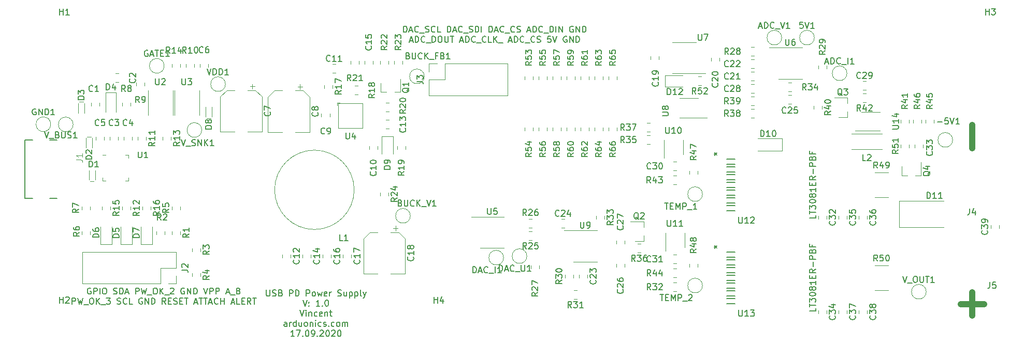
<source format=gbr>
%TF.GenerationSoftware,KiCad,Pcbnew,(5.1.6)-1*%
%TF.CreationDate,2020-09-17T14:23:21+02:00*%
%TF.ProjectId,USB_PD_PSU,5553425f-5044-45f5-9053-552e6b696361,rev?*%
%TF.SameCoordinates,Original*%
%TF.FileFunction,Legend,Top*%
%TF.FilePolarity,Positive*%
%FSLAX46Y46*%
G04 Gerber Fmt 4.6, Leading zero omitted, Abs format (unit mm)*
G04 Created by KiCad (PCBNEW (5.1.6)-1) date 2020-09-17 14:23:21*
%MOMM*%
%LPD*%
G01*
G04 APERTURE LIST*
%ADD10C,0.150000*%
%ADD11C,1.000000*%
%ADD12C,0.120000*%
%ADD13C,0.152400*%
%ADD14C,0.100000*%
%ADD15C,0.060000*%
%ADD16C,0.200000*%
%ADD17C,0.015000*%
G04 APERTURE END LIST*
D10*
X70644761Y-82766380D02*
X70644761Y-83575904D01*
X70692380Y-83671142D01*
X70740000Y-83718761D01*
X70835238Y-83766380D01*
X71025714Y-83766380D01*
X71120952Y-83718761D01*
X71168571Y-83671142D01*
X71216190Y-83575904D01*
X71216190Y-82766380D01*
X71644761Y-83718761D02*
X71787619Y-83766380D01*
X72025714Y-83766380D01*
X72120952Y-83718761D01*
X72168571Y-83671142D01*
X72216190Y-83575904D01*
X72216190Y-83480666D01*
X72168571Y-83385428D01*
X72120952Y-83337809D01*
X72025714Y-83290190D01*
X71835238Y-83242571D01*
X71740000Y-83194952D01*
X71692380Y-83147333D01*
X71644761Y-83052095D01*
X71644761Y-82956857D01*
X71692380Y-82861619D01*
X71740000Y-82814000D01*
X71835238Y-82766380D01*
X72073333Y-82766380D01*
X72216190Y-82814000D01*
X72978095Y-83242571D02*
X73120952Y-83290190D01*
X73168571Y-83337809D01*
X73216190Y-83433047D01*
X73216190Y-83575904D01*
X73168571Y-83671142D01*
X73120952Y-83718761D01*
X73025714Y-83766380D01*
X72644761Y-83766380D01*
X72644761Y-82766380D01*
X72978095Y-82766380D01*
X73073333Y-82814000D01*
X73120952Y-82861619D01*
X73168571Y-82956857D01*
X73168571Y-83052095D01*
X73120952Y-83147333D01*
X73073333Y-83194952D01*
X72978095Y-83242571D01*
X72644761Y-83242571D01*
X74406666Y-83766380D02*
X74406666Y-82766380D01*
X74787619Y-82766380D01*
X74882857Y-82814000D01*
X74930476Y-82861619D01*
X74978095Y-82956857D01*
X74978095Y-83099714D01*
X74930476Y-83194952D01*
X74882857Y-83242571D01*
X74787619Y-83290190D01*
X74406666Y-83290190D01*
X75406666Y-83766380D02*
X75406666Y-82766380D01*
X75644761Y-82766380D01*
X75787619Y-82814000D01*
X75882857Y-82909238D01*
X75930476Y-83004476D01*
X75978095Y-83194952D01*
X75978095Y-83337809D01*
X75930476Y-83528285D01*
X75882857Y-83623523D01*
X75787619Y-83718761D01*
X75644761Y-83766380D01*
X75406666Y-83766380D01*
X77168571Y-83766380D02*
X77168571Y-82766380D01*
X77549523Y-82766380D01*
X77644761Y-82814000D01*
X77692380Y-82861619D01*
X77740000Y-82956857D01*
X77740000Y-83099714D01*
X77692380Y-83194952D01*
X77644761Y-83242571D01*
X77549523Y-83290190D01*
X77168571Y-83290190D01*
X78311428Y-83766380D02*
X78216190Y-83718761D01*
X78168571Y-83671142D01*
X78120952Y-83575904D01*
X78120952Y-83290190D01*
X78168571Y-83194952D01*
X78216190Y-83147333D01*
X78311428Y-83099714D01*
X78454285Y-83099714D01*
X78549523Y-83147333D01*
X78597142Y-83194952D01*
X78644761Y-83290190D01*
X78644761Y-83575904D01*
X78597142Y-83671142D01*
X78549523Y-83718761D01*
X78454285Y-83766380D01*
X78311428Y-83766380D01*
X78978095Y-83099714D02*
X79168571Y-83766380D01*
X79359047Y-83290190D01*
X79549523Y-83766380D01*
X79740000Y-83099714D01*
X80501904Y-83718761D02*
X80406666Y-83766380D01*
X80216190Y-83766380D01*
X80120952Y-83718761D01*
X80073333Y-83623523D01*
X80073333Y-83242571D01*
X80120952Y-83147333D01*
X80216190Y-83099714D01*
X80406666Y-83099714D01*
X80501904Y-83147333D01*
X80549523Y-83242571D01*
X80549523Y-83337809D01*
X80073333Y-83433047D01*
X80978095Y-83766380D02*
X80978095Y-83099714D01*
X80978095Y-83290190D02*
X81025714Y-83194952D01*
X81073333Y-83147333D01*
X81168571Y-83099714D01*
X81263809Y-83099714D01*
X82311428Y-83718761D02*
X82454285Y-83766380D01*
X82692380Y-83766380D01*
X82787619Y-83718761D01*
X82835238Y-83671142D01*
X82882857Y-83575904D01*
X82882857Y-83480666D01*
X82835238Y-83385428D01*
X82787619Y-83337809D01*
X82692380Y-83290190D01*
X82501904Y-83242571D01*
X82406666Y-83194952D01*
X82359047Y-83147333D01*
X82311428Y-83052095D01*
X82311428Y-82956857D01*
X82359047Y-82861619D01*
X82406666Y-82814000D01*
X82501904Y-82766380D01*
X82740000Y-82766380D01*
X82882857Y-82814000D01*
X83740000Y-83099714D02*
X83740000Y-83766380D01*
X83311428Y-83099714D02*
X83311428Y-83623523D01*
X83359047Y-83718761D01*
X83454285Y-83766380D01*
X83597142Y-83766380D01*
X83692380Y-83718761D01*
X83740000Y-83671142D01*
X84216190Y-83099714D02*
X84216190Y-84099714D01*
X84216190Y-83147333D02*
X84311428Y-83099714D01*
X84501904Y-83099714D01*
X84597142Y-83147333D01*
X84644761Y-83194952D01*
X84692380Y-83290190D01*
X84692380Y-83575904D01*
X84644761Y-83671142D01*
X84597142Y-83718761D01*
X84501904Y-83766380D01*
X84311428Y-83766380D01*
X84216190Y-83718761D01*
X85120952Y-83099714D02*
X85120952Y-84099714D01*
X85120952Y-83147333D02*
X85216190Y-83099714D01*
X85406666Y-83099714D01*
X85501904Y-83147333D01*
X85549523Y-83194952D01*
X85597142Y-83290190D01*
X85597142Y-83575904D01*
X85549523Y-83671142D01*
X85501904Y-83718761D01*
X85406666Y-83766380D01*
X85216190Y-83766380D01*
X85120952Y-83718761D01*
X86168571Y-83766380D02*
X86073333Y-83718761D01*
X86025714Y-83623523D01*
X86025714Y-82766380D01*
X86454285Y-83099714D02*
X86692380Y-83766380D01*
X86930476Y-83099714D02*
X86692380Y-83766380D01*
X86597142Y-84004476D01*
X86549523Y-84052095D01*
X86454285Y-84099714D01*
X76597142Y-84416380D02*
X76930476Y-85416380D01*
X77263809Y-84416380D01*
X77597142Y-85321142D02*
X77644761Y-85368761D01*
X77597142Y-85416380D01*
X77549523Y-85368761D01*
X77597142Y-85321142D01*
X77597142Y-85416380D01*
X77597142Y-84797333D02*
X77644761Y-84844952D01*
X77597142Y-84892571D01*
X77549523Y-84844952D01*
X77597142Y-84797333D01*
X77597142Y-84892571D01*
X79359047Y-85416380D02*
X78787619Y-85416380D01*
X79073333Y-85416380D02*
X79073333Y-84416380D01*
X78978095Y-84559238D01*
X78882857Y-84654476D01*
X78787619Y-84702095D01*
X79787619Y-85321142D02*
X79835238Y-85368761D01*
X79787619Y-85416380D01*
X79740000Y-85368761D01*
X79787619Y-85321142D01*
X79787619Y-85416380D01*
X80454285Y-84416380D02*
X80549523Y-84416380D01*
X80644761Y-84464000D01*
X80692380Y-84511619D01*
X80740000Y-84606857D01*
X80787619Y-84797333D01*
X80787619Y-85035428D01*
X80740000Y-85225904D01*
X80692380Y-85321142D01*
X80644761Y-85368761D01*
X80549523Y-85416380D01*
X80454285Y-85416380D01*
X80359047Y-85368761D01*
X80311428Y-85321142D01*
X80263809Y-85225904D01*
X80216190Y-85035428D01*
X80216190Y-84797333D01*
X80263809Y-84606857D01*
X80311428Y-84511619D01*
X80359047Y-84464000D01*
X80454285Y-84416380D01*
X76120952Y-86066380D02*
X76454285Y-87066380D01*
X76787619Y-86066380D01*
X77120952Y-87066380D02*
X77120952Y-86399714D01*
X77120952Y-86066380D02*
X77073333Y-86114000D01*
X77120952Y-86161619D01*
X77168571Y-86114000D01*
X77120952Y-86066380D01*
X77120952Y-86161619D01*
X77597142Y-86399714D02*
X77597142Y-87066380D01*
X77597142Y-86494952D02*
X77644761Y-86447333D01*
X77740000Y-86399714D01*
X77882857Y-86399714D01*
X77978095Y-86447333D01*
X78025714Y-86542571D01*
X78025714Y-87066380D01*
X78930476Y-87018761D02*
X78835238Y-87066380D01*
X78644761Y-87066380D01*
X78549523Y-87018761D01*
X78501904Y-86971142D01*
X78454285Y-86875904D01*
X78454285Y-86590190D01*
X78501904Y-86494952D01*
X78549523Y-86447333D01*
X78644761Y-86399714D01*
X78835238Y-86399714D01*
X78930476Y-86447333D01*
X79740000Y-87018761D02*
X79644761Y-87066380D01*
X79454285Y-87066380D01*
X79359047Y-87018761D01*
X79311428Y-86923523D01*
X79311428Y-86542571D01*
X79359047Y-86447333D01*
X79454285Y-86399714D01*
X79644761Y-86399714D01*
X79740000Y-86447333D01*
X79787619Y-86542571D01*
X79787619Y-86637809D01*
X79311428Y-86733047D01*
X80216190Y-86399714D02*
X80216190Y-87066380D01*
X80216190Y-86494952D02*
X80263809Y-86447333D01*
X80359047Y-86399714D01*
X80501904Y-86399714D01*
X80597142Y-86447333D01*
X80644761Y-86542571D01*
X80644761Y-87066380D01*
X80978095Y-86399714D02*
X81359047Y-86399714D01*
X81120952Y-86066380D02*
X81120952Y-86923523D01*
X81168571Y-87018761D01*
X81263809Y-87066380D01*
X81359047Y-87066380D01*
X73978095Y-88716380D02*
X73978095Y-88192571D01*
X73930476Y-88097333D01*
X73835238Y-88049714D01*
X73644761Y-88049714D01*
X73549523Y-88097333D01*
X73978095Y-88668761D02*
X73882857Y-88716380D01*
X73644761Y-88716380D01*
X73549523Y-88668761D01*
X73501904Y-88573523D01*
X73501904Y-88478285D01*
X73549523Y-88383047D01*
X73644761Y-88335428D01*
X73882857Y-88335428D01*
X73978095Y-88287809D01*
X74454285Y-88716380D02*
X74454285Y-88049714D01*
X74454285Y-88240190D02*
X74501904Y-88144952D01*
X74549523Y-88097333D01*
X74644761Y-88049714D01*
X74740000Y-88049714D01*
X75501904Y-88716380D02*
X75501904Y-87716380D01*
X75501904Y-88668761D02*
X75406666Y-88716380D01*
X75216190Y-88716380D01*
X75120952Y-88668761D01*
X75073333Y-88621142D01*
X75025714Y-88525904D01*
X75025714Y-88240190D01*
X75073333Y-88144952D01*
X75120952Y-88097333D01*
X75216190Y-88049714D01*
X75406666Y-88049714D01*
X75501904Y-88097333D01*
X76406666Y-88049714D02*
X76406666Y-88716380D01*
X75978095Y-88049714D02*
X75978095Y-88573523D01*
X76025714Y-88668761D01*
X76120952Y-88716380D01*
X76263809Y-88716380D01*
X76359047Y-88668761D01*
X76406666Y-88621142D01*
X77025714Y-88716380D02*
X76930476Y-88668761D01*
X76882857Y-88621142D01*
X76835238Y-88525904D01*
X76835238Y-88240190D01*
X76882857Y-88144952D01*
X76930476Y-88097333D01*
X77025714Y-88049714D01*
X77168571Y-88049714D01*
X77263809Y-88097333D01*
X77311428Y-88144952D01*
X77359047Y-88240190D01*
X77359047Y-88525904D01*
X77311428Y-88621142D01*
X77263809Y-88668761D01*
X77168571Y-88716380D01*
X77025714Y-88716380D01*
X77787619Y-88049714D02*
X77787619Y-88716380D01*
X77787619Y-88144952D02*
X77835238Y-88097333D01*
X77930476Y-88049714D01*
X78073333Y-88049714D01*
X78168571Y-88097333D01*
X78216190Y-88192571D01*
X78216190Y-88716380D01*
X78692380Y-88716380D02*
X78692380Y-88049714D01*
X78692380Y-87716380D02*
X78644761Y-87764000D01*
X78692380Y-87811619D01*
X78740000Y-87764000D01*
X78692380Y-87716380D01*
X78692380Y-87811619D01*
X79597142Y-88668761D02*
X79501904Y-88716380D01*
X79311428Y-88716380D01*
X79216190Y-88668761D01*
X79168571Y-88621142D01*
X79120952Y-88525904D01*
X79120952Y-88240190D01*
X79168571Y-88144952D01*
X79216190Y-88097333D01*
X79311428Y-88049714D01*
X79501904Y-88049714D01*
X79597142Y-88097333D01*
X79978095Y-88668761D02*
X80073333Y-88716380D01*
X80263809Y-88716380D01*
X80359047Y-88668761D01*
X80406666Y-88573523D01*
X80406666Y-88525904D01*
X80359047Y-88430666D01*
X80263809Y-88383047D01*
X80120952Y-88383047D01*
X80025714Y-88335428D01*
X79978095Y-88240190D01*
X79978095Y-88192571D01*
X80025714Y-88097333D01*
X80120952Y-88049714D01*
X80263809Y-88049714D01*
X80359047Y-88097333D01*
X80835238Y-88621142D02*
X80882857Y-88668761D01*
X80835238Y-88716380D01*
X80787619Y-88668761D01*
X80835238Y-88621142D01*
X80835238Y-88716380D01*
X81740000Y-88668761D02*
X81644761Y-88716380D01*
X81454285Y-88716380D01*
X81359047Y-88668761D01*
X81311428Y-88621142D01*
X81263809Y-88525904D01*
X81263809Y-88240190D01*
X81311428Y-88144952D01*
X81359047Y-88097333D01*
X81454285Y-88049714D01*
X81644761Y-88049714D01*
X81740000Y-88097333D01*
X82311428Y-88716380D02*
X82216190Y-88668761D01*
X82168571Y-88621142D01*
X82120952Y-88525904D01*
X82120952Y-88240190D01*
X82168571Y-88144952D01*
X82216190Y-88097333D01*
X82311428Y-88049714D01*
X82454285Y-88049714D01*
X82549523Y-88097333D01*
X82597142Y-88144952D01*
X82644761Y-88240190D01*
X82644761Y-88525904D01*
X82597142Y-88621142D01*
X82549523Y-88668761D01*
X82454285Y-88716380D01*
X82311428Y-88716380D01*
X83073333Y-88716380D02*
X83073333Y-88049714D01*
X83073333Y-88144952D02*
X83120952Y-88097333D01*
X83216190Y-88049714D01*
X83359047Y-88049714D01*
X83454285Y-88097333D01*
X83501904Y-88192571D01*
X83501904Y-88716380D01*
X83501904Y-88192571D02*
X83549523Y-88097333D01*
X83644761Y-88049714D01*
X83787619Y-88049714D01*
X83882857Y-88097333D01*
X83930476Y-88192571D01*
X83930476Y-88716380D01*
X75216190Y-90366380D02*
X74644761Y-90366380D01*
X74930476Y-90366380D02*
X74930476Y-89366380D01*
X74835238Y-89509238D01*
X74740000Y-89604476D01*
X74644761Y-89652095D01*
X75549523Y-89366380D02*
X76216190Y-89366380D01*
X75787619Y-90366380D01*
X76597142Y-90271142D02*
X76644761Y-90318761D01*
X76597142Y-90366380D01*
X76549523Y-90318761D01*
X76597142Y-90271142D01*
X76597142Y-90366380D01*
X77263809Y-89366380D02*
X77359047Y-89366380D01*
X77454285Y-89414000D01*
X77501904Y-89461619D01*
X77549523Y-89556857D01*
X77597142Y-89747333D01*
X77597142Y-89985428D01*
X77549523Y-90175904D01*
X77501904Y-90271142D01*
X77454285Y-90318761D01*
X77359047Y-90366380D01*
X77263809Y-90366380D01*
X77168571Y-90318761D01*
X77120952Y-90271142D01*
X77073333Y-90175904D01*
X77025714Y-89985428D01*
X77025714Y-89747333D01*
X77073333Y-89556857D01*
X77120952Y-89461619D01*
X77168571Y-89414000D01*
X77263809Y-89366380D01*
X78073333Y-90366380D02*
X78263809Y-90366380D01*
X78359047Y-90318761D01*
X78406666Y-90271142D01*
X78501904Y-90128285D01*
X78549523Y-89937809D01*
X78549523Y-89556857D01*
X78501904Y-89461619D01*
X78454285Y-89414000D01*
X78359047Y-89366380D01*
X78168571Y-89366380D01*
X78073333Y-89414000D01*
X78025714Y-89461619D01*
X77978095Y-89556857D01*
X77978095Y-89794952D01*
X78025714Y-89890190D01*
X78073333Y-89937809D01*
X78168571Y-89985428D01*
X78359047Y-89985428D01*
X78454285Y-89937809D01*
X78501904Y-89890190D01*
X78549523Y-89794952D01*
X78978095Y-90271142D02*
X79025714Y-90318761D01*
X78978095Y-90366380D01*
X78930476Y-90318761D01*
X78978095Y-90271142D01*
X78978095Y-90366380D01*
X79406666Y-89461619D02*
X79454285Y-89414000D01*
X79549523Y-89366380D01*
X79787619Y-89366380D01*
X79882857Y-89414000D01*
X79930476Y-89461619D01*
X79978095Y-89556857D01*
X79978095Y-89652095D01*
X79930476Y-89794952D01*
X79359047Y-90366380D01*
X79978095Y-90366380D01*
X80597142Y-89366380D02*
X80692380Y-89366380D01*
X80787619Y-89414000D01*
X80835238Y-89461619D01*
X80882857Y-89556857D01*
X80930476Y-89747333D01*
X80930476Y-89985428D01*
X80882857Y-90175904D01*
X80835238Y-90271142D01*
X80787619Y-90318761D01*
X80692380Y-90366380D01*
X80597142Y-90366380D01*
X80501904Y-90318761D01*
X80454285Y-90271142D01*
X80406666Y-90175904D01*
X80359047Y-89985428D01*
X80359047Y-89747333D01*
X80406666Y-89556857D01*
X80454285Y-89461619D01*
X80501904Y-89414000D01*
X80597142Y-89366380D01*
X81311428Y-89461619D02*
X81359047Y-89414000D01*
X81454285Y-89366380D01*
X81692380Y-89366380D01*
X81787619Y-89414000D01*
X81835238Y-89461619D01*
X81882857Y-89556857D01*
X81882857Y-89652095D01*
X81835238Y-89794952D01*
X81263809Y-90366380D01*
X81882857Y-90366380D01*
X82501904Y-89366380D02*
X82597142Y-89366380D01*
X82692380Y-89414000D01*
X82740000Y-89461619D01*
X82787619Y-89556857D01*
X82835238Y-89747333D01*
X82835238Y-89985428D01*
X82787619Y-90175904D01*
X82740000Y-90271142D01*
X82692380Y-90318761D01*
X82597142Y-90366380D01*
X82501904Y-90366380D01*
X82406666Y-90318761D01*
X82359047Y-90271142D01*
X82311428Y-90175904D01*
X82263809Y-89985428D01*
X82263809Y-89747333D01*
X82311428Y-89556857D01*
X82359047Y-89461619D01*
X82406666Y-89414000D01*
X82501904Y-89366380D01*
X41943238Y-82495000D02*
X41847999Y-82447380D01*
X41705142Y-82447380D01*
X41562285Y-82495000D01*
X41467047Y-82590238D01*
X41419428Y-82685476D01*
X41371809Y-82875952D01*
X41371809Y-83018809D01*
X41419428Y-83209285D01*
X41467047Y-83304523D01*
X41562285Y-83399761D01*
X41705142Y-83447380D01*
X41800380Y-83447380D01*
X41943238Y-83399761D01*
X41990857Y-83352142D01*
X41990857Y-83018809D01*
X41800380Y-83018809D01*
X42419428Y-83447380D02*
X42419428Y-82447380D01*
X42800380Y-82447380D01*
X42895619Y-82495000D01*
X42943238Y-82542619D01*
X42990857Y-82637857D01*
X42990857Y-82780714D01*
X42943238Y-82875952D01*
X42895619Y-82923571D01*
X42800380Y-82971190D01*
X42419428Y-82971190D01*
X43419428Y-83447380D02*
X43419428Y-82447380D01*
X44086095Y-82447380D02*
X44276571Y-82447380D01*
X44371809Y-82495000D01*
X44467047Y-82590238D01*
X44514666Y-82780714D01*
X44514666Y-83114047D01*
X44467047Y-83304523D01*
X44371809Y-83399761D01*
X44276571Y-83447380D01*
X44086095Y-83447380D01*
X43990857Y-83399761D01*
X43895619Y-83304523D01*
X43847999Y-83114047D01*
X43847999Y-82780714D01*
X43895619Y-82590238D01*
X43990857Y-82495000D01*
X44086095Y-82447380D01*
X45657523Y-83399761D02*
X45800380Y-83447380D01*
X46038476Y-83447380D01*
X46133714Y-83399761D01*
X46181333Y-83352142D01*
X46228952Y-83256904D01*
X46228952Y-83161666D01*
X46181333Y-83066428D01*
X46133714Y-83018809D01*
X46038476Y-82971190D01*
X45847999Y-82923571D01*
X45752761Y-82875952D01*
X45705142Y-82828333D01*
X45657523Y-82733095D01*
X45657523Y-82637857D01*
X45705142Y-82542619D01*
X45752761Y-82495000D01*
X45847999Y-82447380D01*
X46086095Y-82447380D01*
X46228952Y-82495000D01*
X46657523Y-83447380D02*
X46657523Y-82447380D01*
X46895619Y-82447380D01*
X47038476Y-82495000D01*
X47133714Y-82590238D01*
X47181333Y-82685476D01*
X47228952Y-82875952D01*
X47228952Y-83018809D01*
X47181333Y-83209285D01*
X47133714Y-83304523D01*
X47038476Y-83399761D01*
X46895619Y-83447380D01*
X46657523Y-83447380D01*
X47609904Y-83161666D02*
X48086095Y-83161666D01*
X47514666Y-83447380D02*
X47847999Y-82447380D01*
X48181333Y-83447380D01*
X49276571Y-83447380D02*
X49276571Y-82447380D01*
X49657523Y-82447380D01*
X49752761Y-82495000D01*
X49800380Y-82542619D01*
X49847999Y-82637857D01*
X49847999Y-82780714D01*
X49800380Y-82875952D01*
X49752761Y-82923571D01*
X49657523Y-82971190D01*
X49276571Y-82971190D01*
X50181333Y-82447380D02*
X50419428Y-83447380D01*
X50609904Y-82733095D01*
X50800380Y-83447380D01*
X51038476Y-82447380D01*
X51181333Y-83542619D02*
X51943238Y-83542619D01*
X52371809Y-82447380D02*
X52562285Y-82447380D01*
X52657523Y-82495000D01*
X52752761Y-82590238D01*
X52800380Y-82780714D01*
X52800380Y-83114047D01*
X52752761Y-83304523D01*
X52657523Y-83399761D01*
X52562285Y-83447380D01*
X52371809Y-83447380D01*
X52276571Y-83399761D01*
X52181333Y-83304523D01*
X52133714Y-83114047D01*
X52133714Y-82780714D01*
X52181333Y-82590238D01*
X52276571Y-82495000D01*
X52371809Y-82447380D01*
X53228952Y-83447380D02*
X53228952Y-82447380D01*
X53800380Y-83447380D02*
X53371809Y-82875952D01*
X53800380Y-82447380D02*
X53228952Y-83018809D01*
X53990857Y-83542619D02*
X54752761Y-83542619D01*
X54943238Y-82542619D02*
X54990857Y-82495000D01*
X55086095Y-82447380D01*
X55324190Y-82447380D01*
X55419428Y-82495000D01*
X55467047Y-82542619D01*
X55514666Y-82637857D01*
X55514666Y-82733095D01*
X55467047Y-82875952D01*
X54895619Y-83447380D01*
X55514666Y-83447380D01*
X57228952Y-82495000D02*
X57133714Y-82447380D01*
X56990857Y-82447380D01*
X56847999Y-82495000D01*
X56752761Y-82590238D01*
X56705142Y-82685476D01*
X56657523Y-82875952D01*
X56657523Y-83018809D01*
X56705142Y-83209285D01*
X56752761Y-83304523D01*
X56847999Y-83399761D01*
X56990857Y-83447380D01*
X57086095Y-83447380D01*
X57228952Y-83399761D01*
X57276571Y-83352142D01*
X57276571Y-83018809D01*
X57086095Y-83018809D01*
X57705142Y-83447380D02*
X57705142Y-82447380D01*
X58276571Y-83447380D01*
X58276571Y-82447380D01*
X58752761Y-83447380D02*
X58752761Y-82447380D01*
X58990857Y-82447380D01*
X59133714Y-82495000D01*
X59228952Y-82590238D01*
X59276571Y-82685476D01*
X59324190Y-82875952D01*
X59324190Y-83018809D01*
X59276571Y-83209285D01*
X59228952Y-83304523D01*
X59133714Y-83399761D01*
X58990857Y-83447380D01*
X58752761Y-83447380D01*
X60371809Y-82447380D02*
X60705142Y-83447380D01*
X61038476Y-82447380D01*
X61371809Y-83447380D02*
X61371809Y-82447380D01*
X61752761Y-82447380D01*
X61847999Y-82495000D01*
X61895619Y-82542619D01*
X61943238Y-82637857D01*
X61943238Y-82780714D01*
X61895619Y-82875952D01*
X61847999Y-82923571D01*
X61752761Y-82971190D01*
X61371809Y-82971190D01*
X62371809Y-83447380D02*
X62371809Y-82447380D01*
X62752761Y-82447380D01*
X62847999Y-82495000D01*
X62895619Y-82542619D01*
X62943238Y-82637857D01*
X62943238Y-82780714D01*
X62895619Y-82875952D01*
X62847999Y-82923571D01*
X62752761Y-82971190D01*
X62371809Y-82971190D01*
X64086095Y-83161666D02*
X64562285Y-83161666D01*
X63990857Y-83447380D02*
X64324190Y-82447380D01*
X64657523Y-83447380D01*
X64752761Y-83542619D02*
X65514666Y-83542619D01*
X66086095Y-82923571D02*
X66228952Y-82971190D01*
X66276571Y-83018809D01*
X66324190Y-83114047D01*
X66324190Y-83256904D01*
X66276571Y-83352142D01*
X66228952Y-83399761D01*
X66133714Y-83447380D01*
X65752761Y-83447380D01*
X65752761Y-82447380D01*
X66086095Y-82447380D01*
X66181333Y-82495000D01*
X66228952Y-82542619D01*
X66276571Y-82637857D01*
X66276571Y-82733095D01*
X66228952Y-82828333D01*
X66181333Y-82875952D01*
X66086095Y-82923571D01*
X65752761Y-82923571D01*
X38871809Y-85097380D02*
X38871809Y-84097380D01*
X39252761Y-84097380D01*
X39348000Y-84145000D01*
X39395619Y-84192619D01*
X39443238Y-84287857D01*
X39443238Y-84430714D01*
X39395619Y-84525952D01*
X39348000Y-84573571D01*
X39252761Y-84621190D01*
X38871809Y-84621190D01*
X39776571Y-84097380D02*
X40014666Y-85097380D01*
X40205142Y-84383095D01*
X40395619Y-85097380D01*
X40633714Y-84097380D01*
X40776571Y-85192619D02*
X41538476Y-85192619D01*
X41967047Y-84097380D02*
X42157523Y-84097380D01*
X42252761Y-84145000D01*
X42348000Y-84240238D01*
X42395619Y-84430714D01*
X42395619Y-84764047D01*
X42348000Y-84954523D01*
X42252761Y-85049761D01*
X42157523Y-85097380D01*
X41967047Y-85097380D01*
X41871809Y-85049761D01*
X41776571Y-84954523D01*
X41728952Y-84764047D01*
X41728952Y-84430714D01*
X41776571Y-84240238D01*
X41871809Y-84145000D01*
X41967047Y-84097380D01*
X42824190Y-85097380D02*
X42824190Y-84097380D01*
X43395619Y-85097380D02*
X42967047Y-84525952D01*
X43395619Y-84097380D02*
X42824190Y-84668809D01*
X43586095Y-85192619D02*
X44348000Y-85192619D01*
X44490857Y-84097380D02*
X45109904Y-84097380D01*
X44776571Y-84478333D01*
X44919428Y-84478333D01*
X45014666Y-84525952D01*
X45062285Y-84573571D01*
X45109904Y-84668809D01*
X45109904Y-84906904D01*
X45062285Y-85002142D01*
X45014666Y-85049761D01*
X44919428Y-85097380D01*
X44633714Y-85097380D01*
X44538476Y-85049761D01*
X44490857Y-85002142D01*
X46252761Y-85049761D02*
X46395619Y-85097380D01*
X46633714Y-85097380D01*
X46728952Y-85049761D01*
X46776571Y-85002142D01*
X46824190Y-84906904D01*
X46824190Y-84811666D01*
X46776571Y-84716428D01*
X46728952Y-84668809D01*
X46633714Y-84621190D01*
X46443238Y-84573571D01*
X46348000Y-84525952D01*
X46300380Y-84478333D01*
X46252761Y-84383095D01*
X46252761Y-84287857D01*
X46300380Y-84192619D01*
X46348000Y-84145000D01*
X46443238Y-84097380D01*
X46681333Y-84097380D01*
X46824190Y-84145000D01*
X47824190Y-85002142D02*
X47776571Y-85049761D01*
X47633714Y-85097380D01*
X47538476Y-85097380D01*
X47395619Y-85049761D01*
X47300380Y-84954523D01*
X47252761Y-84859285D01*
X47205142Y-84668809D01*
X47205142Y-84525952D01*
X47252761Y-84335476D01*
X47300380Y-84240238D01*
X47395619Y-84145000D01*
X47538476Y-84097380D01*
X47633714Y-84097380D01*
X47776571Y-84145000D01*
X47824190Y-84192619D01*
X48728952Y-85097380D02*
X48252761Y-85097380D01*
X48252761Y-84097380D01*
X50348000Y-84145000D02*
X50252761Y-84097380D01*
X50109904Y-84097380D01*
X49967047Y-84145000D01*
X49871809Y-84240238D01*
X49824190Y-84335476D01*
X49776571Y-84525952D01*
X49776571Y-84668809D01*
X49824190Y-84859285D01*
X49871809Y-84954523D01*
X49967047Y-85049761D01*
X50109904Y-85097380D01*
X50205142Y-85097380D01*
X50348000Y-85049761D01*
X50395619Y-85002142D01*
X50395619Y-84668809D01*
X50205142Y-84668809D01*
X50824190Y-85097380D02*
X50824190Y-84097380D01*
X51395619Y-85097380D01*
X51395619Y-84097380D01*
X51871809Y-85097380D02*
X51871809Y-84097380D01*
X52109904Y-84097380D01*
X52252761Y-84145000D01*
X52348000Y-84240238D01*
X52395619Y-84335476D01*
X52443238Y-84525952D01*
X52443238Y-84668809D01*
X52395619Y-84859285D01*
X52348000Y-84954523D01*
X52252761Y-85049761D01*
X52109904Y-85097380D01*
X51871809Y-85097380D01*
X54205142Y-85097380D02*
X53871809Y-84621190D01*
X53633714Y-85097380D02*
X53633714Y-84097380D01*
X54014666Y-84097380D01*
X54109904Y-84145000D01*
X54157523Y-84192619D01*
X54205142Y-84287857D01*
X54205142Y-84430714D01*
X54157523Y-84525952D01*
X54109904Y-84573571D01*
X54014666Y-84621190D01*
X53633714Y-84621190D01*
X54633714Y-84573571D02*
X54967047Y-84573571D01*
X55109904Y-85097380D02*
X54633714Y-85097380D01*
X54633714Y-84097380D01*
X55109904Y-84097380D01*
X55490857Y-85049761D02*
X55633714Y-85097380D01*
X55871809Y-85097380D01*
X55967047Y-85049761D01*
X56014666Y-85002142D01*
X56062285Y-84906904D01*
X56062285Y-84811666D01*
X56014666Y-84716428D01*
X55967047Y-84668809D01*
X55871809Y-84621190D01*
X55681333Y-84573571D01*
X55586095Y-84525952D01*
X55538476Y-84478333D01*
X55490857Y-84383095D01*
X55490857Y-84287857D01*
X55538476Y-84192619D01*
X55586095Y-84145000D01*
X55681333Y-84097380D01*
X55919428Y-84097380D01*
X56062285Y-84145000D01*
X56490857Y-84573571D02*
X56824190Y-84573571D01*
X56967047Y-85097380D02*
X56490857Y-85097380D01*
X56490857Y-84097380D01*
X56967047Y-84097380D01*
X57252761Y-84097380D02*
X57824190Y-84097380D01*
X57538476Y-85097380D02*
X57538476Y-84097380D01*
X58871809Y-84811666D02*
X59347999Y-84811666D01*
X58776571Y-85097380D02*
X59109904Y-84097380D01*
X59443238Y-85097380D01*
X59633714Y-84097380D02*
X60205142Y-84097380D01*
X59919428Y-85097380D02*
X59919428Y-84097380D01*
X60395619Y-84097380D02*
X60967047Y-84097380D01*
X60681333Y-85097380D02*
X60681333Y-84097380D01*
X61252761Y-84811666D02*
X61728952Y-84811666D01*
X61157523Y-85097380D02*
X61490857Y-84097380D01*
X61824190Y-85097380D01*
X62728952Y-85002142D02*
X62681333Y-85049761D01*
X62538476Y-85097380D01*
X62443238Y-85097380D01*
X62300380Y-85049761D01*
X62205142Y-84954523D01*
X62157523Y-84859285D01*
X62109904Y-84668809D01*
X62109904Y-84525952D01*
X62157523Y-84335476D01*
X62205142Y-84240238D01*
X62300380Y-84145000D01*
X62443238Y-84097380D01*
X62538476Y-84097380D01*
X62681333Y-84145000D01*
X62728952Y-84192619D01*
X63157523Y-85097380D02*
X63157523Y-84097380D01*
X63157523Y-84573571D02*
X63728952Y-84573571D01*
X63728952Y-85097380D02*
X63728952Y-84097380D01*
X64919428Y-84811666D02*
X65395619Y-84811666D01*
X64824190Y-85097380D02*
X65157523Y-84097380D01*
X65490857Y-85097380D01*
X66300380Y-85097380D02*
X65824190Y-85097380D01*
X65824190Y-84097380D01*
X66633714Y-84573571D02*
X66967047Y-84573571D01*
X67109904Y-85097380D02*
X66633714Y-85097380D01*
X66633714Y-84097380D01*
X67109904Y-84097380D01*
X68109904Y-85097380D02*
X67776571Y-84621190D01*
X67538476Y-85097380D02*
X67538476Y-84097380D01*
X67919428Y-84097380D01*
X68014666Y-84145000D01*
X68062285Y-84192619D01*
X68109904Y-84287857D01*
X68109904Y-84430714D01*
X68062285Y-84525952D01*
X68014666Y-84573571D01*
X67919428Y-84621190D01*
X67538476Y-84621190D01*
X68395619Y-84097380D02*
X68967047Y-84097380D01*
X68681333Y-85097380D02*
X68681333Y-84097380D01*
D11*
X186031142Y-86994761D02*
X186031142Y-83185238D01*
X187935904Y-85090000D02*
X184126380Y-85090000D01*
X186031142Y-59562761D02*
X186031142Y-55753238D01*
D10*
X93069047Y-40521380D02*
X93069047Y-39521380D01*
X93307142Y-39521380D01*
X93449999Y-39569000D01*
X93545238Y-39664238D01*
X93592857Y-39759476D01*
X93640476Y-39949952D01*
X93640476Y-40092809D01*
X93592857Y-40283285D01*
X93545238Y-40378523D01*
X93449999Y-40473761D01*
X93307142Y-40521380D01*
X93069047Y-40521380D01*
X94021428Y-40235666D02*
X94497619Y-40235666D01*
X93926190Y-40521380D02*
X94259523Y-39521380D01*
X94592857Y-40521380D01*
X95497619Y-40426142D02*
X95449999Y-40473761D01*
X95307142Y-40521380D01*
X95211904Y-40521380D01*
X95069047Y-40473761D01*
X94973809Y-40378523D01*
X94926190Y-40283285D01*
X94878571Y-40092809D01*
X94878571Y-39949952D01*
X94926190Y-39759476D01*
X94973809Y-39664238D01*
X95069047Y-39569000D01*
X95211904Y-39521380D01*
X95307142Y-39521380D01*
X95449999Y-39569000D01*
X95497619Y-39616619D01*
X95688095Y-40616619D02*
X96449999Y-40616619D01*
X96640476Y-40473761D02*
X96783333Y-40521380D01*
X97021428Y-40521380D01*
X97116666Y-40473761D01*
X97164285Y-40426142D01*
X97211904Y-40330904D01*
X97211904Y-40235666D01*
X97164285Y-40140428D01*
X97116666Y-40092809D01*
X97021428Y-40045190D01*
X96830952Y-39997571D01*
X96735714Y-39949952D01*
X96688095Y-39902333D01*
X96640476Y-39807095D01*
X96640476Y-39711857D01*
X96688095Y-39616619D01*
X96735714Y-39569000D01*
X96830952Y-39521380D01*
X97069047Y-39521380D01*
X97211904Y-39569000D01*
X98211904Y-40426142D02*
X98164285Y-40473761D01*
X98021428Y-40521380D01*
X97926190Y-40521380D01*
X97783333Y-40473761D01*
X97688095Y-40378523D01*
X97640476Y-40283285D01*
X97592857Y-40092809D01*
X97592857Y-39949952D01*
X97640476Y-39759476D01*
X97688095Y-39664238D01*
X97783333Y-39569000D01*
X97926190Y-39521380D01*
X98021428Y-39521380D01*
X98164285Y-39569000D01*
X98211904Y-39616619D01*
X99116666Y-40521380D02*
X98640476Y-40521380D01*
X98640476Y-39521380D01*
X100211904Y-40521380D02*
X100211904Y-39521380D01*
X100449999Y-39521380D01*
X100592857Y-39569000D01*
X100688095Y-39664238D01*
X100735714Y-39759476D01*
X100783333Y-39949952D01*
X100783333Y-40092809D01*
X100735714Y-40283285D01*
X100688095Y-40378523D01*
X100592857Y-40473761D01*
X100449999Y-40521380D01*
X100211904Y-40521380D01*
X101164285Y-40235666D02*
X101640476Y-40235666D01*
X101069047Y-40521380D02*
X101402380Y-39521380D01*
X101735714Y-40521380D01*
X102640476Y-40426142D02*
X102592857Y-40473761D01*
X102450000Y-40521380D01*
X102354761Y-40521380D01*
X102211904Y-40473761D01*
X102116666Y-40378523D01*
X102069047Y-40283285D01*
X102021428Y-40092809D01*
X102021428Y-39949952D01*
X102069047Y-39759476D01*
X102116666Y-39664238D01*
X102211904Y-39569000D01*
X102354761Y-39521380D01*
X102450000Y-39521380D01*
X102592857Y-39569000D01*
X102640476Y-39616619D01*
X102830952Y-40616619D02*
X103592857Y-40616619D01*
X103783333Y-40473761D02*
X103926190Y-40521380D01*
X104164285Y-40521380D01*
X104259523Y-40473761D01*
X104307142Y-40426142D01*
X104354761Y-40330904D01*
X104354761Y-40235666D01*
X104307142Y-40140428D01*
X104259523Y-40092809D01*
X104164285Y-40045190D01*
X103973809Y-39997571D01*
X103878571Y-39949952D01*
X103830952Y-39902333D01*
X103783333Y-39807095D01*
X103783333Y-39711857D01*
X103830952Y-39616619D01*
X103878571Y-39569000D01*
X103973809Y-39521380D01*
X104211904Y-39521380D01*
X104354761Y-39569000D01*
X104783333Y-40521380D02*
X104783333Y-39521380D01*
X105021428Y-39521380D01*
X105164285Y-39569000D01*
X105259523Y-39664238D01*
X105307142Y-39759476D01*
X105354761Y-39949952D01*
X105354761Y-40092809D01*
X105307142Y-40283285D01*
X105259523Y-40378523D01*
X105164285Y-40473761D01*
X105021428Y-40521380D01*
X104783333Y-40521380D01*
X105783333Y-40521380D02*
X105783333Y-39521380D01*
X107021428Y-40521380D02*
X107021428Y-39521380D01*
X107259523Y-39521380D01*
X107402380Y-39569000D01*
X107497619Y-39664238D01*
X107545238Y-39759476D01*
X107592857Y-39949952D01*
X107592857Y-40092809D01*
X107545238Y-40283285D01*
X107497619Y-40378523D01*
X107402380Y-40473761D01*
X107259523Y-40521380D01*
X107021428Y-40521380D01*
X107973809Y-40235666D02*
X108449999Y-40235666D01*
X107878571Y-40521380D02*
X108211904Y-39521380D01*
X108545238Y-40521380D01*
X109449999Y-40426142D02*
X109402380Y-40473761D01*
X109259523Y-40521380D01*
X109164285Y-40521380D01*
X109021428Y-40473761D01*
X108926190Y-40378523D01*
X108878571Y-40283285D01*
X108830952Y-40092809D01*
X108830952Y-39949952D01*
X108878571Y-39759476D01*
X108926190Y-39664238D01*
X109021428Y-39569000D01*
X109164285Y-39521380D01*
X109259523Y-39521380D01*
X109402380Y-39569000D01*
X109449999Y-39616619D01*
X109640476Y-40616619D02*
X110402380Y-40616619D01*
X111211904Y-40426142D02*
X111164285Y-40473761D01*
X111021428Y-40521380D01*
X110926190Y-40521380D01*
X110783333Y-40473761D01*
X110688095Y-40378523D01*
X110640476Y-40283285D01*
X110592857Y-40092809D01*
X110592857Y-39949952D01*
X110640476Y-39759476D01*
X110688095Y-39664238D01*
X110783333Y-39569000D01*
X110926190Y-39521380D01*
X111021428Y-39521380D01*
X111164285Y-39569000D01*
X111211904Y-39616619D01*
X111592857Y-40473761D02*
X111735714Y-40521380D01*
X111973809Y-40521380D01*
X112069047Y-40473761D01*
X112116666Y-40426142D01*
X112164285Y-40330904D01*
X112164285Y-40235666D01*
X112116666Y-40140428D01*
X112069047Y-40092809D01*
X111973809Y-40045190D01*
X111783333Y-39997571D01*
X111688095Y-39949952D01*
X111640476Y-39902333D01*
X111592857Y-39807095D01*
X111592857Y-39711857D01*
X111640476Y-39616619D01*
X111688095Y-39569000D01*
X111783333Y-39521380D01*
X112021428Y-39521380D01*
X112164285Y-39569000D01*
X113307142Y-40235666D02*
X113783333Y-40235666D01*
X113211904Y-40521380D02*
X113545238Y-39521380D01*
X113878571Y-40521380D01*
X114211904Y-40521380D02*
X114211904Y-39521380D01*
X114449999Y-39521380D01*
X114592857Y-39569000D01*
X114688095Y-39664238D01*
X114735714Y-39759476D01*
X114783333Y-39949952D01*
X114783333Y-40092809D01*
X114735714Y-40283285D01*
X114688095Y-40378523D01*
X114592857Y-40473761D01*
X114449999Y-40521380D01*
X114211904Y-40521380D01*
X115783333Y-40426142D02*
X115735714Y-40473761D01*
X115592857Y-40521380D01*
X115497619Y-40521380D01*
X115354761Y-40473761D01*
X115259523Y-40378523D01*
X115211904Y-40283285D01*
X115164285Y-40092809D01*
X115164285Y-39949952D01*
X115211904Y-39759476D01*
X115259523Y-39664238D01*
X115354761Y-39569000D01*
X115497619Y-39521380D01*
X115592857Y-39521380D01*
X115735714Y-39569000D01*
X115783333Y-39616619D01*
X115973809Y-40616619D02*
X116735714Y-40616619D01*
X116973809Y-40521380D02*
X116973809Y-39521380D01*
X117211904Y-39521380D01*
X117354761Y-39569000D01*
X117449999Y-39664238D01*
X117497619Y-39759476D01*
X117545238Y-39949952D01*
X117545238Y-40092809D01*
X117497619Y-40283285D01*
X117449999Y-40378523D01*
X117354761Y-40473761D01*
X117211904Y-40521380D01*
X116973809Y-40521380D01*
X117973809Y-40521380D02*
X117973809Y-39521380D01*
X118449999Y-40521380D02*
X118449999Y-39521380D01*
X119021428Y-40521380D01*
X119021428Y-39521380D01*
X120783333Y-39569000D02*
X120688095Y-39521380D01*
X120545238Y-39521380D01*
X120402380Y-39569000D01*
X120307142Y-39664238D01*
X120259523Y-39759476D01*
X120211904Y-39949952D01*
X120211904Y-40092809D01*
X120259523Y-40283285D01*
X120307142Y-40378523D01*
X120402380Y-40473761D01*
X120545238Y-40521380D01*
X120640476Y-40521380D01*
X120783333Y-40473761D01*
X120830952Y-40426142D01*
X120830952Y-40092809D01*
X120640476Y-40092809D01*
X121259523Y-40521380D02*
X121259523Y-39521380D01*
X121830952Y-40521380D01*
X121830952Y-39521380D01*
X122307142Y-40521380D02*
X122307142Y-39521380D01*
X122545238Y-39521380D01*
X122688095Y-39569000D01*
X122783333Y-39664238D01*
X122830952Y-39759476D01*
X122878571Y-39949952D01*
X122878571Y-40092809D01*
X122830952Y-40283285D01*
X122783333Y-40378523D01*
X122688095Y-40473761D01*
X122545238Y-40521380D01*
X122307142Y-40521380D01*
X94069047Y-41885666D02*
X94545238Y-41885666D01*
X93973809Y-42171380D02*
X94307142Y-41171380D01*
X94640476Y-42171380D01*
X94973809Y-42171380D02*
X94973809Y-41171380D01*
X95211904Y-41171380D01*
X95354761Y-41219000D01*
X95450000Y-41314238D01*
X95497619Y-41409476D01*
X95545238Y-41599952D01*
X95545238Y-41742809D01*
X95497619Y-41933285D01*
X95450000Y-42028523D01*
X95354761Y-42123761D01*
X95211904Y-42171380D01*
X94973809Y-42171380D01*
X96545238Y-42076142D02*
X96497619Y-42123761D01*
X96354761Y-42171380D01*
X96259523Y-42171380D01*
X96116666Y-42123761D01*
X96021428Y-42028523D01*
X95973809Y-41933285D01*
X95926190Y-41742809D01*
X95926190Y-41599952D01*
X95973809Y-41409476D01*
X96021428Y-41314238D01*
X96116666Y-41219000D01*
X96259523Y-41171380D01*
X96354761Y-41171380D01*
X96497619Y-41219000D01*
X96545238Y-41266619D01*
X96735714Y-42266619D02*
X97497619Y-42266619D01*
X97735714Y-42171380D02*
X97735714Y-41171380D01*
X97973809Y-41171380D01*
X98116666Y-41219000D01*
X98211904Y-41314238D01*
X98259523Y-41409476D01*
X98307142Y-41599952D01*
X98307142Y-41742809D01*
X98259523Y-41933285D01*
X98211904Y-42028523D01*
X98116666Y-42123761D01*
X97973809Y-42171380D01*
X97735714Y-42171380D01*
X98926190Y-41171380D02*
X99116666Y-41171380D01*
X99211904Y-41219000D01*
X99307142Y-41314238D01*
X99354761Y-41504714D01*
X99354761Y-41838047D01*
X99307142Y-42028523D01*
X99211904Y-42123761D01*
X99116666Y-42171380D01*
X98926190Y-42171380D01*
X98830952Y-42123761D01*
X98735714Y-42028523D01*
X98688095Y-41838047D01*
X98688095Y-41504714D01*
X98735714Y-41314238D01*
X98830952Y-41219000D01*
X98926190Y-41171380D01*
X99783333Y-41171380D02*
X99783333Y-41980904D01*
X99830952Y-42076142D01*
X99878571Y-42123761D01*
X99973809Y-42171380D01*
X100164285Y-42171380D01*
X100259523Y-42123761D01*
X100307142Y-42076142D01*
X100354761Y-41980904D01*
X100354761Y-41171380D01*
X100688095Y-41171380D02*
X101259523Y-41171380D01*
X100973809Y-42171380D02*
X100973809Y-41171380D01*
X102307142Y-41885666D02*
X102783333Y-41885666D01*
X102211904Y-42171380D02*
X102545238Y-41171380D01*
X102878571Y-42171380D01*
X103211904Y-42171380D02*
X103211904Y-41171380D01*
X103450000Y-41171380D01*
X103592857Y-41219000D01*
X103688095Y-41314238D01*
X103735714Y-41409476D01*
X103783333Y-41599952D01*
X103783333Y-41742809D01*
X103735714Y-41933285D01*
X103688095Y-42028523D01*
X103592857Y-42123761D01*
X103450000Y-42171380D01*
X103211904Y-42171380D01*
X104783333Y-42076142D02*
X104735714Y-42123761D01*
X104592857Y-42171380D01*
X104497619Y-42171380D01*
X104354761Y-42123761D01*
X104259523Y-42028523D01*
X104211904Y-41933285D01*
X104164285Y-41742809D01*
X104164285Y-41599952D01*
X104211904Y-41409476D01*
X104259523Y-41314238D01*
X104354761Y-41219000D01*
X104497619Y-41171380D01*
X104592857Y-41171380D01*
X104735714Y-41219000D01*
X104783333Y-41266619D01*
X104973809Y-42266619D02*
X105735714Y-42266619D01*
X106545238Y-42076142D02*
X106497619Y-42123761D01*
X106354761Y-42171380D01*
X106259523Y-42171380D01*
X106116666Y-42123761D01*
X106021428Y-42028523D01*
X105973809Y-41933285D01*
X105926190Y-41742809D01*
X105926190Y-41599952D01*
X105973809Y-41409476D01*
X106021428Y-41314238D01*
X106116666Y-41219000D01*
X106259523Y-41171380D01*
X106354761Y-41171380D01*
X106497619Y-41219000D01*
X106545238Y-41266619D01*
X107450000Y-42171380D02*
X106973809Y-42171380D01*
X106973809Y-41171380D01*
X107783333Y-42171380D02*
X107783333Y-41171380D01*
X108354761Y-42171380D02*
X107926190Y-41599952D01*
X108354761Y-41171380D02*
X107783333Y-41742809D01*
X108545238Y-42266619D02*
X109307142Y-42266619D01*
X110259523Y-41885666D02*
X110735714Y-41885666D01*
X110164285Y-42171380D02*
X110497619Y-41171380D01*
X110830952Y-42171380D01*
X111164285Y-42171380D02*
X111164285Y-41171380D01*
X111402380Y-41171380D01*
X111545238Y-41219000D01*
X111640476Y-41314238D01*
X111688095Y-41409476D01*
X111735714Y-41599952D01*
X111735714Y-41742809D01*
X111688095Y-41933285D01*
X111640476Y-42028523D01*
X111545238Y-42123761D01*
X111402380Y-42171380D01*
X111164285Y-42171380D01*
X112735714Y-42076142D02*
X112688095Y-42123761D01*
X112545238Y-42171380D01*
X112450000Y-42171380D01*
X112307142Y-42123761D01*
X112211904Y-42028523D01*
X112164285Y-41933285D01*
X112116666Y-41742809D01*
X112116666Y-41599952D01*
X112164285Y-41409476D01*
X112211904Y-41314238D01*
X112307142Y-41219000D01*
X112450000Y-41171380D01*
X112545238Y-41171380D01*
X112688095Y-41219000D01*
X112735714Y-41266619D01*
X112926190Y-42266619D02*
X113688095Y-42266619D01*
X114497619Y-42076142D02*
X114450000Y-42123761D01*
X114307142Y-42171380D01*
X114211904Y-42171380D01*
X114069047Y-42123761D01*
X113973809Y-42028523D01*
X113926190Y-41933285D01*
X113878571Y-41742809D01*
X113878571Y-41599952D01*
X113926190Y-41409476D01*
X113973809Y-41314238D01*
X114069047Y-41219000D01*
X114211904Y-41171380D01*
X114307142Y-41171380D01*
X114450000Y-41219000D01*
X114497619Y-41266619D01*
X114878571Y-42123761D02*
X115021428Y-42171380D01*
X115259523Y-42171380D01*
X115354761Y-42123761D01*
X115402380Y-42076142D01*
X115450000Y-41980904D01*
X115450000Y-41885666D01*
X115402380Y-41790428D01*
X115354761Y-41742809D01*
X115259523Y-41695190D01*
X115069047Y-41647571D01*
X114973809Y-41599952D01*
X114926190Y-41552333D01*
X114878571Y-41457095D01*
X114878571Y-41361857D01*
X114926190Y-41266619D01*
X114973809Y-41219000D01*
X115069047Y-41171380D01*
X115307142Y-41171380D01*
X115450000Y-41219000D01*
X117116666Y-41171380D02*
X116640476Y-41171380D01*
X116592857Y-41647571D01*
X116640476Y-41599952D01*
X116735714Y-41552333D01*
X116973809Y-41552333D01*
X117069047Y-41599952D01*
X117116666Y-41647571D01*
X117164285Y-41742809D01*
X117164285Y-41980904D01*
X117116666Y-42076142D01*
X117069047Y-42123761D01*
X116973809Y-42171380D01*
X116735714Y-42171380D01*
X116640476Y-42123761D01*
X116592857Y-42076142D01*
X117450000Y-41171380D02*
X117783333Y-42171380D01*
X118116666Y-41171380D01*
X119735714Y-41219000D02*
X119640476Y-41171380D01*
X119497619Y-41171380D01*
X119354761Y-41219000D01*
X119259523Y-41314238D01*
X119211904Y-41409476D01*
X119164285Y-41599952D01*
X119164285Y-41742809D01*
X119211904Y-41933285D01*
X119259523Y-42028523D01*
X119354761Y-42123761D01*
X119497619Y-42171380D01*
X119592857Y-42171380D01*
X119735714Y-42123761D01*
X119783333Y-42076142D01*
X119783333Y-41742809D01*
X119592857Y-41742809D01*
X120211904Y-42171380D02*
X120211904Y-41171380D01*
X120783333Y-42171380D01*
X120783333Y-41171380D01*
X121259523Y-42171380D02*
X121259523Y-41171380D01*
X121497619Y-41171380D01*
X121640476Y-41219000D01*
X121735714Y-41314238D01*
X121783333Y-41409476D01*
X121830952Y-41599952D01*
X121830952Y-41742809D01*
X121783333Y-41933285D01*
X121735714Y-42028523D01*
X121640476Y-42123761D01*
X121497619Y-42171380D01*
X121259523Y-42171380D01*
D12*
%TO.C,U5*%
X107558201Y-75871601D02*
X109508201Y-75871601D01*
X107558201Y-75871601D02*
X105608201Y-75871601D01*
X107558201Y-70751601D02*
X109508201Y-70751601D01*
X107558201Y-70751601D02*
X104108201Y-70751601D01*
D13*
%TO.C,U13*%
X147203160Y-76517500D02*
X145859500Y-76517500D01*
X147203160Y-77787500D02*
X145859500Y-77787500D01*
X147203160Y-79057500D02*
X145859500Y-79057500D01*
X147203160Y-80327500D02*
X145859500Y-80327500D01*
X147203160Y-81597500D02*
X145859500Y-81597500D01*
X147203160Y-82867500D02*
X145859500Y-82867500D01*
X147203160Y-84137500D02*
X145859500Y-84137500D01*
X147203160Y-77406500D02*
X145859500Y-77406500D01*
X147203160Y-78676500D02*
X145859500Y-78676500D01*
X147203160Y-79946500D02*
X145859500Y-79946500D01*
X147203160Y-81216500D02*
X145859500Y-81216500D01*
X147203160Y-82486500D02*
X145859500Y-82486500D01*
X147203160Y-83756500D02*
X145859500Y-83756500D01*
X147203160Y-85026500D02*
X145859500Y-85026500D01*
D14*
%TO.C,D8*%
X60714000Y-52794000D02*
X60714000Y-54394000D01*
D12*
X61514000Y-54594000D02*
X60914000Y-54594000D01*
D14*
X61714000Y-52794000D02*
X61714000Y-54394000D01*
%TO.C,D3*%
X40886000Y-53749000D02*
X40886000Y-52149000D01*
D12*
X40086000Y-51949000D02*
X40686000Y-51949000D01*
D14*
X39886000Y-53749000D02*
X39886000Y-52149000D01*
%TO.C,D2*%
X42156000Y-59474000D02*
X42156000Y-57874000D01*
D12*
X41356000Y-57674000D02*
X41956000Y-57674000D01*
D14*
X41156000Y-59474000D02*
X41156000Y-57874000D01*
%TO.C,D1*%
X41638600Y-63131800D02*
X41638600Y-64731800D01*
D12*
X42438600Y-64931800D02*
X41838600Y-64931800D01*
D14*
X42638600Y-63131800D02*
X42638600Y-64731800D01*
D12*
%TO.C,C1*%
X41962000Y-52594252D02*
X41962000Y-52071748D01*
X43382000Y-52594252D02*
X43382000Y-52071748D01*
%TO.C,C2*%
X46498252Y-47296000D02*
X45975748Y-47296000D01*
X46498252Y-48716000D02*
X45975748Y-48716000D01*
%TO.C,C3*%
X45010000Y-58173252D02*
X45010000Y-57650748D01*
X46430000Y-58173252D02*
X46430000Y-57650748D01*
%TO.C,C4*%
X48716000Y-58164252D02*
X48716000Y-57641748D01*
X47296000Y-58164252D02*
X47296000Y-57641748D01*
%TO.C,C5*%
X42724000Y-58173252D02*
X42724000Y-57650748D01*
X44144000Y-58173252D02*
X44144000Y-57650748D01*
%TO.C,C6*%
X61162000Y-45703748D02*
X61162000Y-46226252D01*
X59742000Y-45703748D02*
X59742000Y-46226252D01*
%TO.C,C7*%
X63087200Y-56851600D02*
X65437200Y-56851600D01*
X69907200Y-56851600D02*
X67557200Y-56851600D01*
X69907200Y-51096037D02*
X69907200Y-56851600D01*
X63087200Y-51096037D02*
X63087200Y-56851600D01*
X64151637Y-50031600D02*
X65437200Y-50031600D01*
X68842763Y-50031600D02*
X67557200Y-50031600D01*
X68842763Y-50031600D02*
X69907200Y-51096037D01*
X64151637Y-50031600D02*
X63087200Y-51096037D01*
X68344700Y-49004100D02*
X68344700Y-49791600D01*
X68738450Y-49397850D02*
X67950950Y-49397850D01*
%TO.C,C8*%
X76536250Y-49448650D02*
X75748750Y-49448650D01*
X76142500Y-49054900D02*
X76142500Y-49842400D01*
X71949437Y-50082400D02*
X70885000Y-51146837D01*
X76640563Y-50082400D02*
X77705000Y-51146837D01*
X76640563Y-50082400D02*
X75355000Y-50082400D01*
X71949437Y-50082400D02*
X73235000Y-50082400D01*
X70885000Y-51146837D02*
X70885000Y-56902400D01*
X77705000Y-51146837D02*
X77705000Y-56902400D01*
X77705000Y-56902400D02*
X75355000Y-56902400D01*
X70885000Y-56902400D02*
X73235000Y-56902400D01*
%TO.C,C9*%
X81050200Y-53882548D02*
X81050200Y-54405052D01*
X79630200Y-53882548D02*
X79630200Y-54405052D01*
%TO.C,C10*%
X87428000Y-59165748D02*
X87428000Y-59688252D01*
X88848000Y-59165748D02*
X88848000Y-59688252D01*
%TO.C,C11*%
X81441548Y-45772000D02*
X81964052Y-45772000D01*
X81441548Y-47192000D02*
X81964052Y-47192000D01*
%TO.C,C12*%
X73204000Y-76945748D02*
X73204000Y-77468252D01*
X74624000Y-76945748D02*
X74624000Y-77468252D01*
%TO.C,C13*%
X90162748Y-56336000D02*
X90685252Y-56336000D01*
X90162748Y-54916000D02*
X90685252Y-54916000D01*
%TO.C,C14*%
X77926000Y-76945748D02*
X77926000Y-77468252D01*
X76506000Y-76945748D02*
X76506000Y-77468252D01*
%TO.C,C15*%
X88086000Y-45195748D02*
X88086000Y-45718252D01*
X86666000Y-45195748D02*
X86666000Y-45718252D01*
%TO.C,C16*%
X79808000Y-76945748D02*
X79808000Y-77468252D01*
X81228000Y-76945748D02*
X81228000Y-77468252D01*
%TO.C,C17*%
X84530000Y-76945748D02*
X84530000Y-77468252D01*
X83110000Y-76945748D02*
X83110000Y-77468252D01*
%TO.C,C18*%
X86506000Y-80118000D02*
X88856000Y-80118000D01*
X93326000Y-80118000D02*
X90976000Y-80118000D01*
X93326000Y-74362437D02*
X93326000Y-80118000D01*
X86506000Y-74362437D02*
X86506000Y-80118000D01*
X87570437Y-73298000D02*
X88856000Y-73298000D01*
X92261563Y-73298000D02*
X90976000Y-73298000D01*
X92261563Y-73298000D02*
X93326000Y-74362437D01*
X87570437Y-73298000D02*
X86506000Y-74362437D01*
X91763500Y-72270500D02*
X91763500Y-73058000D01*
X92157250Y-72664250D02*
X91369750Y-72664250D01*
%TO.C,C19*%
X134822000Y-44965252D02*
X134822000Y-44442748D01*
X133402000Y-44965252D02*
X133402000Y-44442748D01*
%TO.C,C20*%
X143308000Y-45210252D02*
X143308000Y-44687748D01*
X144728000Y-45210252D02*
X144728000Y-44687748D01*
%TO.C,C21*%
X149843748Y-47042000D02*
X150366252Y-47042000D01*
X149843748Y-48462000D02*
X150366252Y-48462000D01*
%TO.C,C22*%
X149843748Y-46430000D02*
X150366252Y-46430000D01*
X149843748Y-45010000D02*
X150366252Y-45010000D01*
%TO.C,C23*%
X121718000Y-80256748D02*
X121718000Y-80779252D01*
X123138000Y-80256748D02*
X123138000Y-80779252D01*
%TO.C,C24*%
X118855748Y-71172000D02*
X119378252Y-71172000D01*
X118855748Y-72592000D02*
X119378252Y-72592000D01*
%TO.C,C25*%
X156480252Y-50852000D02*
X155957748Y-50852000D01*
X156480252Y-52272000D02*
X155957748Y-52272000D01*
%TO.C,C26*%
X129234000Y-78469748D02*
X129234000Y-78992252D01*
X127814000Y-78469748D02*
X127814000Y-78992252D01*
%TO.C,C27*%
X127814000Y-74659748D02*
X127814000Y-75182252D01*
X129234000Y-74659748D02*
X129234000Y-75182252D01*
%TO.C,C28*%
X149843748Y-49074000D02*
X150366252Y-49074000D01*
X149843748Y-50494000D02*
X150366252Y-50494000D01*
%TO.C,C29*%
X168131748Y-49986000D02*
X168654252Y-49986000D01*
X168131748Y-48566000D02*
X168654252Y-48566000D01*
%TO.C,C30*%
X137143748Y-63194000D02*
X137666252Y-63194000D01*
X137143748Y-61774000D02*
X137666252Y-61774000D01*
%TO.C,C31*%
X137666252Y-78434000D02*
X137143748Y-78434000D01*
X137666252Y-77014000D02*
X137143748Y-77014000D01*
%TO.C,C32*%
X162254000Y-70595748D02*
X162254000Y-71118252D01*
X160834000Y-70595748D02*
X160834000Y-71118252D01*
%TO.C,C33*%
X178002000Y-59434252D02*
X178002000Y-58911748D01*
X176582000Y-59434252D02*
X176582000Y-58911748D01*
%TO.C,C34*%
X160834000Y-86098748D02*
X160834000Y-86621252D01*
X162254000Y-86098748D02*
X162254000Y-86621252D01*
%TO.C,C35*%
X164136000Y-70595748D02*
X164136000Y-71118252D01*
X165556000Y-70595748D02*
X165556000Y-71118252D01*
%TO.C,C36*%
X168858000Y-70595748D02*
X168858000Y-71118252D01*
X167438000Y-70595748D02*
X167438000Y-71118252D01*
%TO.C,C37*%
X164136000Y-86089748D02*
X164136000Y-86612252D01*
X165556000Y-86089748D02*
X165556000Y-86612252D01*
%TO.C,C38*%
X167438000Y-86089748D02*
X167438000Y-86612252D01*
X168858000Y-86089748D02*
X168858000Y-86612252D01*
%TO.C,C39*%
X189028000Y-72651252D02*
X189028000Y-72128748D01*
X190448000Y-72651252D02*
X190448000Y-72128748D01*
%TO.C,D4*%
X46062000Y-50424000D02*
X44362000Y-50424000D01*
X44362000Y-50424000D02*
X44362000Y-53574000D01*
X46062000Y-50424000D02*
X46062000Y-53574000D01*
%TO.C,D5*%
X48712000Y-75266000D02*
X48712000Y-72406000D01*
X46792000Y-75266000D02*
X48712000Y-75266000D01*
X46792000Y-72406000D02*
X46792000Y-75266000D01*
%TO.C,D6*%
X43490000Y-72397000D02*
X43490000Y-75257000D01*
X43490000Y-75257000D02*
X45410000Y-75257000D01*
X45410000Y-75257000D02*
X45410000Y-72397000D01*
%TO.C,D7*%
X52014000Y-75266000D02*
X52014000Y-72406000D01*
X50094000Y-75266000D02*
X52014000Y-75266000D01*
X50094000Y-72406000D02*
X50094000Y-75266000D01*
%TO.C,D9*%
X91384000Y-60427000D02*
X91384000Y-57567000D01*
X91384000Y-57567000D02*
X89464000Y-57567000D01*
X89464000Y-57567000D02*
X89464000Y-60427000D01*
%TO.C,D10*%
X154904000Y-59928000D02*
X154904000Y-57928000D01*
X154904000Y-57928000D02*
X151004000Y-57928000D01*
X154904000Y-59928000D02*
X151004000Y-59928000D01*
%TO.C,D11*%
X174056000Y-68208000D02*
X174056000Y-72508000D01*
X174056000Y-72508000D02*
X181356000Y-72508000D01*
X174056000Y-68208000D02*
X181356000Y-68208000D01*
%TO.C,D12*%
X138659000Y-47554000D02*
X135799000Y-47554000D01*
X135799000Y-47554000D02*
X135799000Y-49474000D01*
X135799000Y-49474000D02*
X138659000Y-49474000D01*
%TO.C,J2*%
X55914600Y-76546400D02*
X55914600Y-79146400D01*
X55914600Y-76546400D02*
X40554600Y-76546400D01*
X40554600Y-76546400D02*
X40554600Y-81746400D01*
X53314600Y-81746400D02*
X40554600Y-81746400D01*
X53314600Y-79146400D02*
X53314600Y-81746400D01*
X55914600Y-79146400D02*
X53314600Y-79146400D01*
X55914600Y-81746400D02*
X54584600Y-81746400D01*
X55914600Y-80416400D02*
X55914600Y-81746400D01*
%TO.C,J3*%
X97222000Y-50860000D02*
X97222000Y-48260000D01*
X97222000Y-50860000D02*
X110042000Y-50860000D01*
X110042000Y-50860000D02*
X110042000Y-45660000D01*
X99822000Y-45660000D02*
X110042000Y-45660000D01*
X99822000Y-48260000D02*
X99822000Y-45660000D01*
X97222000Y-48260000D02*
X99822000Y-48260000D01*
X97222000Y-45660000D02*
X98552000Y-45660000D01*
X97222000Y-46990000D02*
X97222000Y-45660000D01*
%TO.C,L1*%
X84986192Y-66347000D02*
G75*
G03*
X84986192Y-66347000I-6500192J0D01*
G01*
%TO.C,L2*%
X166276000Y-57170000D02*
X171276000Y-57170000D01*
X166276000Y-59670000D02*
X171276000Y-59670000D01*
%TO.C,Q1*%
X89352000Y-50306000D02*
X89352000Y-48846000D01*
X92512000Y-50306000D02*
X92512000Y-48146000D01*
X92512000Y-50306000D02*
X91582000Y-50306000D01*
X89352000Y-50306000D02*
X90282000Y-50306000D01*
%TO.C,Q2*%
X132332000Y-74732000D02*
X130872000Y-74732000D01*
X132332000Y-71572000D02*
X130172000Y-71572000D01*
X132332000Y-71572000D02*
X132332000Y-72502000D01*
X132332000Y-74732000D02*
X132332000Y-73802000D01*
%TO.C,Q3*%
X165622000Y-54412000D02*
X165622000Y-53482000D01*
X165622000Y-51252000D02*
X165622000Y-52182000D01*
X165622000Y-51252000D02*
X163462000Y-51252000D01*
X165622000Y-54412000D02*
X164162000Y-54412000D01*
%TO.C,Q4*%
X174508000Y-63990000D02*
X175438000Y-63990000D01*
X177668000Y-63990000D02*
X176738000Y-63990000D01*
X177668000Y-63990000D02*
X177668000Y-61830000D01*
X174508000Y-63990000D02*
X174508000Y-62530000D01*
%TO.C,R1*%
X55170000Y-73135748D02*
X55170000Y-73658252D01*
X56590000Y-73135748D02*
X56590000Y-73658252D01*
%TO.C,R2*%
X54050000Y-73144748D02*
X54050000Y-73667252D01*
X52630000Y-73144748D02*
X52630000Y-73667252D01*
%TO.C,R3*%
X59892000Y-75929748D02*
X59892000Y-76452252D01*
X58472000Y-75929748D02*
X58472000Y-76452252D01*
%TO.C,R4*%
X58472000Y-80002748D02*
X58472000Y-80525252D01*
X59892000Y-80002748D02*
X59892000Y-80525252D01*
%TO.C,R5*%
X55170000Y-69594252D02*
X55170000Y-69071748D01*
X56590000Y-69594252D02*
X56590000Y-69071748D01*
%TO.C,R6*%
X40438000Y-73135748D02*
X40438000Y-73658252D01*
X41858000Y-73135748D02*
X41858000Y-73658252D01*
%TO.C,R7*%
X41858000Y-69594252D02*
X41858000Y-69071748D01*
X40438000Y-69594252D02*
X40438000Y-69071748D01*
%TO.C,R8*%
X47042000Y-52576252D02*
X47042000Y-52053748D01*
X48462000Y-52576252D02*
X48462000Y-52053748D01*
%TO.C,R9*%
X49328000Y-48760748D02*
X49328000Y-49283252D01*
X50748000Y-48760748D02*
X50748000Y-49283252D01*
%TO.C,R10*%
X57456000Y-46226252D02*
X57456000Y-45703748D01*
X58876000Y-46226252D02*
X58876000Y-45703748D01*
%TO.C,R11*%
X49582000Y-57659748D02*
X49582000Y-58182252D01*
X51002000Y-57659748D02*
X51002000Y-58182252D01*
%TO.C,R12*%
X48462000Y-69089748D02*
X48462000Y-69612252D01*
X47042000Y-69089748D02*
X47042000Y-69612252D01*
%TO.C,R13*%
X53646000Y-57641748D02*
X53646000Y-58164252D01*
X55066000Y-57641748D02*
X55066000Y-58164252D01*
%TO.C,R14*%
X56590000Y-45721748D02*
X56590000Y-46244252D01*
X55170000Y-45721748D02*
X55170000Y-46244252D01*
%TO.C,R15*%
X43740000Y-69080748D02*
X43740000Y-69603252D01*
X45160000Y-69080748D02*
X45160000Y-69603252D01*
%TO.C,R16*%
X51764000Y-69071748D02*
X51764000Y-69594252D01*
X50344000Y-69071748D02*
X50344000Y-69594252D01*
%TO.C,R17*%
X81482000Y-49183548D02*
X81482000Y-49706052D01*
X80062000Y-49183548D02*
X80062000Y-49706052D01*
%TO.C,R18*%
X85091748Y-49328000D02*
X85614252Y-49328000D01*
X85091748Y-50748000D02*
X85614252Y-50748000D01*
%TO.C,R19*%
X93420000Y-59165748D02*
X93420000Y-59688252D01*
X92000000Y-59165748D02*
X92000000Y-59688252D01*
%TO.C,R20*%
X90676252Y-52122000D02*
X90153748Y-52122000D01*
X90676252Y-53542000D02*
X90153748Y-53542000D01*
%TO.C,R21*%
X85800000Y-45727252D02*
X85800000Y-45204748D01*
X84380000Y-45727252D02*
X84380000Y-45204748D01*
%TO.C,R22*%
X90626000Y-45195748D02*
X90626000Y-45718252D01*
X89206000Y-45195748D02*
X89206000Y-45718252D01*
%TO.C,R23*%
X91492000Y-45195748D02*
X91492000Y-45718252D01*
X92912000Y-45195748D02*
X92912000Y-45718252D01*
%TO.C,R24*%
X90626000Y-66785748D02*
X90626000Y-67308252D01*
X89206000Y-66785748D02*
X89206000Y-67308252D01*
%TO.C,R25*%
X114044252Y-73204000D02*
X113521748Y-73204000D01*
X114044252Y-74624000D02*
X113521748Y-74624000D01*
%TO.C,R26*%
X114062252Y-71172000D02*
X113539748Y-71172000D01*
X114062252Y-72592000D02*
X113539748Y-72592000D01*
%TO.C,R27*%
X115264000Y-79255252D02*
X115264000Y-78732748D01*
X113844000Y-79255252D02*
X113844000Y-78732748D01*
%TO.C,R28*%
X150384252Y-44398000D02*
X149861748Y-44398000D01*
X150384252Y-42978000D02*
X149861748Y-42978000D01*
%TO.C,R29*%
X160834000Y-45966748D02*
X160834000Y-46489252D01*
X162254000Y-45966748D02*
X162254000Y-46489252D01*
%TO.C,R30*%
X119432000Y-80779252D02*
X119432000Y-80256748D01*
X120852000Y-80779252D02*
X120852000Y-80256748D01*
%TO.C,R31*%
X121419252Y-84276000D02*
X120896748Y-84276000D01*
X121419252Y-82856000D02*
X120896748Y-82856000D01*
%TO.C,R32*%
X137666252Y-81586000D02*
X137143748Y-81586000D01*
X137666252Y-83006000D02*
X137143748Y-83006000D01*
%TO.C,R33*%
X124512000Y-70604748D02*
X124512000Y-71127252D01*
X125932000Y-70604748D02*
X125932000Y-71127252D01*
%TO.C,R34*%
X155939748Y-48820000D02*
X156462252Y-48820000D01*
X155939748Y-50240000D02*
X156462252Y-50240000D01*
%TO.C,R35*%
X132834748Y-58876000D02*
X133357252Y-58876000D01*
X132834748Y-57456000D02*
X133357252Y-57456000D01*
%TO.C,R36*%
X131824252Y-76656000D02*
X131301748Y-76656000D01*
X131824252Y-75236000D02*
X131301748Y-75236000D01*
%TO.C,R37*%
X132825748Y-55424000D02*
X133348252Y-55424000D01*
X132825748Y-56844000D02*
X133348252Y-56844000D01*
%TO.C,R38*%
X149843748Y-54558000D02*
X150366252Y-54558000D01*
X149843748Y-53138000D02*
X150366252Y-53138000D01*
%TO.C,R39*%
X150366252Y-52526000D02*
X149843748Y-52526000D01*
X150366252Y-51106000D02*
X149843748Y-51106000D01*
%TO.C,R40*%
X161492000Y-52570748D02*
X161492000Y-53093252D01*
X160072000Y-52570748D02*
X160072000Y-53093252D01*
%TO.C,R41*%
X175716000Y-55370252D02*
X175716000Y-54847748D01*
X174296000Y-55370252D02*
X174296000Y-54847748D01*
%TO.C,R42*%
X168672252Y-50598000D02*
X168149748Y-50598000D01*
X168672252Y-52018000D02*
X168149748Y-52018000D01*
%TO.C,R43*%
X137666252Y-65480000D02*
X137143748Y-65480000D01*
X137666252Y-64060000D02*
X137143748Y-64060000D01*
%TO.C,R44*%
X137666252Y-79300000D02*
X137143748Y-79300000D01*
X137666252Y-80720000D02*
X137143748Y-80720000D01*
%TO.C,R45*%
X179780000Y-54847748D02*
X179780000Y-55370252D01*
X178360000Y-54847748D02*
X178360000Y-55370252D01*
%TO.C,R46*%
X177748000Y-55370252D02*
X177748000Y-54847748D01*
X176328000Y-55370252D02*
X176328000Y-54847748D01*
%TO.C,R47*%
X139752000Y-63770252D02*
X139752000Y-63247748D01*
X141172000Y-63770252D02*
X141172000Y-63247748D01*
%TO.C,R48*%
X141172000Y-79010252D02*
X141172000Y-78487748D01*
X139752000Y-79010252D02*
X139752000Y-78487748D01*
D15*
%TO.C,R49*%
X172283000Y-67532000D02*
X170083000Y-67532000D01*
X172283000Y-63532000D02*
X170083000Y-63532000D01*
%TO.C,R50*%
X172283000Y-78772000D02*
X170083000Y-78772000D01*
X172283000Y-82772000D02*
X170083000Y-82772000D01*
D12*
%TO.C,R51*%
X174296000Y-59452252D02*
X174296000Y-58929748D01*
X175716000Y-59452252D02*
X175716000Y-58929748D01*
%TO.C,R52*%
X141748252Y-47804000D02*
X141225748Y-47804000D01*
X141748252Y-49224000D02*
X141225748Y-49224000D01*
%TO.C,R53*%
X112828000Y-48258252D02*
X112828000Y-47735748D01*
X114248000Y-48258252D02*
X114248000Y-47735748D01*
%TO.C,R54*%
X114248000Y-56649252D02*
X114248000Y-56126748D01*
X112828000Y-56649252D02*
X112828000Y-56126748D01*
%TO.C,R55*%
X115114000Y-48258252D02*
X115114000Y-47735748D01*
X116534000Y-48258252D02*
X116534000Y-47735748D01*
%TO.C,R56*%
X116534000Y-56658252D02*
X116534000Y-56135748D01*
X115114000Y-56658252D02*
X115114000Y-56135748D01*
%TO.C,R57*%
X118820000Y-48276252D02*
X118820000Y-47753748D01*
X117400000Y-48276252D02*
X117400000Y-47753748D01*
%TO.C,R58*%
X117400000Y-56658252D02*
X117400000Y-56135748D01*
X118820000Y-56658252D02*
X118820000Y-56135748D01*
%TO.C,R59*%
X119686000Y-48276252D02*
X119686000Y-47753748D01*
X121106000Y-48276252D02*
X121106000Y-47753748D01*
%TO.C,R60*%
X121106000Y-56640252D02*
X121106000Y-56117748D01*
X119686000Y-56640252D02*
X119686000Y-56117748D01*
%TO.C,R61*%
X123392000Y-48276252D02*
X123392000Y-47753748D01*
X121972000Y-48276252D02*
X121972000Y-47753748D01*
%TO.C,R62*%
X121972000Y-56658252D02*
X121972000Y-56135748D01*
X123392000Y-56658252D02*
X123392000Y-56135748D01*
%TO.C,R63*%
X124258000Y-48276252D02*
X124258000Y-47753748D01*
X125678000Y-48276252D02*
X125678000Y-47753748D01*
%TO.C,R64*%
X125678000Y-56640252D02*
X125678000Y-56117748D01*
X124258000Y-56640252D02*
X124258000Y-56117748D01*
%TO.C,R65*%
X127964000Y-48258252D02*
X127964000Y-47735748D01*
X126544000Y-48258252D02*
X126544000Y-47735748D01*
%TO.C,R66*%
X126544000Y-56658252D02*
X126544000Y-56135748D01*
X127964000Y-56658252D02*
X127964000Y-56135748D01*
%TO.C,GND1*%
X35388400Y-55600600D02*
G75*
G03*
X35388400Y-55600600I-1200000J0D01*
G01*
%TO.C,V_BUS1*%
X39046000Y-55626000D02*
G75*
G03*
X39046000Y-55626000I-1200000J0D01*
G01*
%TO.C,GATE1*%
X53930400Y-46024800D02*
G75*
G03*
X53930400Y-46024800I-1200000J0D01*
G01*
%TO.C,V_SNK1*%
X60077200Y-56540400D02*
G75*
G03*
X60077200Y-56540400I-1200000J0D01*
G01*
%TO.C,BUCK_FB1*%
X96450000Y-47752000D02*
G75*
G03*
X96450000Y-47752000I-1200000J0D01*
G01*
%TO.C,BUCK_V1*%
X94164000Y-70612000D02*
G75*
G03*
X94164000Y-70612000I-1200000J0D01*
G01*
%TO.C,DAC_U1*%
X113214000Y-77216000D02*
G75*
G03*
X113214000Y-77216000I-1200000J0D01*
G01*
%TO.C,5V1*%
X160204000Y-41402000D02*
G75*
G03*
X160204000Y-41402000I-1200000J0D01*
G01*
%TO.C,DAC_I1*%
X109404000Y-77470000D02*
G75*
G03*
X109404000Y-77470000I-1200000J0D01*
G01*
%TO.C,ADC_V1*%
X154870000Y-41402000D02*
G75*
G03*
X154870000Y-41402000I-1200000J0D01*
G01*
%TO.C,ADC_I1*%
X165538000Y-47244000D02*
G75*
G03*
X165538000Y-47244000I-1200000J0D01*
G01*
%TO.C,TEMP_1*%
X141916000Y-67056000D02*
G75*
G03*
X141916000Y-67056000I-1200000J0D01*
G01*
%TO.C,TEMP_2*%
X141916000Y-82042000D02*
G75*
G03*
X141916000Y-82042000I-1200000J0D01*
G01*
%TO.C,-5V1*%
X182810000Y-58166000D02*
G75*
G03*
X182810000Y-58166000I-1200000J0D01*
G01*
%TO.C,V_OUT1*%
X178492000Y-83058000D02*
G75*
G03*
X178492000Y-83058000I-1200000J0D01*
G01*
%TO.C,U1*%
X47609000Y-60628000D02*
X48084000Y-60628000D01*
X48084000Y-60628000D02*
X48084000Y-61103000D01*
X44339000Y-64848000D02*
X43864000Y-64848000D01*
X43864000Y-64848000D02*
X43864000Y-64373000D01*
X47609000Y-64848000D02*
X48084000Y-64848000D01*
X48084000Y-64848000D02*
X48084000Y-64373000D01*
X44339000Y-60628000D02*
X43864000Y-60628000D01*
D14*
%TO.C,U4*%
X82353400Y-52203600D02*
X82353400Y-56203600D01*
X86353400Y-52203600D02*
X82353400Y-52203600D01*
X86353400Y-56203600D02*
X86353400Y-52203600D01*
X82353400Y-56203600D02*
X86353400Y-56203600D01*
X82203400Y-52503600D02*
X82203400Y-52053600D01*
X82203400Y-52053600D02*
X82653400Y-52053600D01*
D12*
%TO.C,U6*%
X156275000Y-43033000D02*
X152825000Y-43033000D01*
X156275000Y-43033000D02*
X158225000Y-43033000D01*
X156275000Y-48153000D02*
X154325000Y-48153000D01*
X156275000Y-48153000D02*
X158225000Y-48153000D01*
%TO.C,U7*%
X138938000Y-47264000D02*
X142388000Y-47264000D01*
X138938000Y-47264000D02*
X136988000Y-47264000D01*
X138938000Y-42144000D02*
X140888000Y-42144000D01*
X138938000Y-42144000D02*
X136988000Y-42144000D01*
%TO.C,U8*%
X139700000Y-51293000D02*
X138200000Y-51293000D01*
X139700000Y-51293000D02*
X141200000Y-51293000D01*
X139700000Y-54513000D02*
X138200000Y-54513000D01*
X139700000Y-54513000D02*
X142625000Y-54513000D01*
%TO.C,U9*%
X122747000Y-78125000D02*
X124697000Y-78125000D01*
X122747000Y-78125000D02*
X120797000Y-78125000D01*
X122747000Y-73005000D02*
X124697000Y-73005000D01*
X122747000Y-73005000D02*
X119297000Y-73005000D01*
%TO.C,U10*%
X135676000Y-58152000D02*
X135676000Y-61102000D01*
X138776000Y-60552000D02*
X138776000Y-58152000D01*
%TO.C,U11*%
X139030000Y-75792000D02*
X139030000Y-73392000D01*
X135930000Y-73392000D02*
X135930000Y-76342000D01*
D13*
%TO.C,U12*%
X147203160Y-69786500D02*
X145859500Y-69786500D01*
X147203160Y-68516500D02*
X145859500Y-68516500D01*
X147203160Y-67246500D02*
X145859500Y-67246500D01*
X147203160Y-65976500D02*
X145859500Y-65976500D01*
X147203160Y-64706500D02*
X145859500Y-64706500D01*
X147203160Y-63436500D02*
X145859500Y-63436500D01*
X147203160Y-62166500D02*
X145859500Y-62166500D01*
X147203160Y-68897500D02*
X145859500Y-68897500D01*
X147203160Y-67627500D02*
X145859500Y-67627500D01*
X147203160Y-66357500D02*
X145859500Y-66357500D01*
X147203160Y-65087500D02*
X145859500Y-65087500D01*
X147203160Y-63817500D02*
X145859500Y-63817500D01*
X147203160Y-62547500D02*
X145859500Y-62547500D01*
X147203160Y-61277500D02*
X145859500Y-61277500D01*
D12*
%TO.C,U14*%
X167918000Y-53618000D02*
X170918000Y-53618000D01*
X166918000Y-56618000D02*
X170918000Y-56618000D01*
%TO.C,VDD1*%
X63938000Y-49022000D02*
G75*
G03*
X63938000Y-49022000I-1200000J0D01*
G01*
%TO.C,U2*%
X51340000Y-50070000D02*
X51340000Y-54070000D01*
X55340000Y-50070000D02*
X55340000Y-54070000D01*
%TO.C,U3*%
X59658000Y-50070000D02*
X59658000Y-54070000D01*
X55658000Y-50070000D02*
X55658000Y-54070000D01*
D16*
%TO.C,J1*%
X36432000Y-67782000D02*
X35182000Y-67782000D01*
X36432000Y-58202000D02*
X35182000Y-58202000D01*
X31182000Y-67782000D02*
X32462000Y-67782000D01*
X31182000Y-58202000D02*
X31182000Y-67782000D01*
X32462000Y-58202000D02*
X31182000Y-58202000D01*
%TO.C,U5*%
D10*
X106796296Y-69363981D02*
X106796296Y-70173505D01*
X106843915Y-70268743D01*
X106891534Y-70316362D01*
X106986772Y-70363981D01*
X107177248Y-70363981D01*
X107272486Y-70316362D01*
X107320105Y-70268743D01*
X107367724Y-70173505D01*
X107367724Y-69363981D01*
X108320105Y-69363981D02*
X107843915Y-69363981D01*
X107796296Y-69840172D01*
X107843915Y-69792553D01*
X107939153Y-69744934D01*
X108177248Y-69744934D01*
X108272486Y-69792553D01*
X108320105Y-69840172D01*
X108367724Y-69935410D01*
X108367724Y-70173505D01*
X108320105Y-70268743D01*
X108272486Y-70316362D01*
X108177248Y-70363981D01*
X107939153Y-70363981D01*
X107843915Y-70316362D01*
X107796296Y-70268743D01*
%TO.C,U13*%
X147859904Y-86066380D02*
X147859904Y-86875904D01*
X147907523Y-86971142D01*
X147955142Y-87018761D01*
X148050380Y-87066380D01*
X148240857Y-87066380D01*
X148336095Y-87018761D01*
X148383714Y-86971142D01*
X148431333Y-86875904D01*
X148431333Y-86066380D01*
X149431333Y-87066380D02*
X148859904Y-87066380D01*
X149145619Y-87066380D02*
X149145619Y-86066380D01*
X149050380Y-86209238D01*
X148955142Y-86304476D01*
X148859904Y-86352095D01*
X149764666Y-86066380D02*
X150383714Y-86066380D01*
X150050380Y-86447333D01*
X150193238Y-86447333D01*
X150288476Y-86494952D01*
X150336095Y-86542571D01*
X150383714Y-86637809D01*
X150383714Y-86875904D01*
X150336095Y-86971142D01*
X150288476Y-87018761D01*
X150193238Y-87066380D01*
X149907523Y-87066380D01*
X149812285Y-87018761D01*
X149764666Y-86971142D01*
X160414380Y-85748190D02*
X160414380Y-86224380D01*
X159414380Y-86224380D01*
X159414380Y-85557714D02*
X159414380Y-84986285D01*
X160414380Y-85272000D02*
X159414380Y-85272000D01*
X159414380Y-84748190D02*
X159414380Y-84129142D01*
X159795333Y-84462476D01*
X159795333Y-84319619D01*
X159842952Y-84224380D01*
X159890571Y-84176761D01*
X159985809Y-84129142D01*
X160223904Y-84129142D01*
X160319142Y-84176761D01*
X160366761Y-84224380D01*
X160414380Y-84319619D01*
X160414380Y-84605333D01*
X160366761Y-84700571D01*
X160319142Y-84748190D01*
X159414380Y-83510095D02*
X159414380Y-83414857D01*
X159462000Y-83319619D01*
X159509619Y-83272000D01*
X159604857Y-83224380D01*
X159795333Y-83176761D01*
X160033428Y-83176761D01*
X160223904Y-83224380D01*
X160319142Y-83272000D01*
X160366761Y-83319619D01*
X160414380Y-83414857D01*
X160414380Y-83510095D01*
X160366761Y-83605333D01*
X160319142Y-83652952D01*
X160223904Y-83700571D01*
X160033428Y-83748190D01*
X159795333Y-83748190D01*
X159604857Y-83700571D01*
X159509619Y-83652952D01*
X159462000Y-83605333D01*
X159414380Y-83510095D01*
X159842952Y-82605333D02*
X159795333Y-82700571D01*
X159747714Y-82748190D01*
X159652476Y-82795809D01*
X159604857Y-82795809D01*
X159509619Y-82748190D01*
X159462000Y-82700571D01*
X159414380Y-82605333D01*
X159414380Y-82414857D01*
X159462000Y-82319619D01*
X159509619Y-82272000D01*
X159604857Y-82224380D01*
X159652476Y-82224380D01*
X159747714Y-82272000D01*
X159795333Y-82319619D01*
X159842952Y-82414857D01*
X159842952Y-82605333D01*
X159890571Y-82700571D01*
X159938190Y-82748190D01*
X160033428Y-82795809D01*
X160223904Y-82795809D01*
X160319142Y-82748190D01*
X160366761Y-82700571D01*
X160414380Y-82605333D01*
X160414380Y-82414857D01*
X160366761Y-82319619D01*
X160319142Y-82272000D01*
X160223904Y-82224380D01*
X160033428Y-82224380D01*
X159938190Y-82272000D01*
X159890571Y-82319619D01*
X159842952Y-82414857D01*
X160414380Y-81272000D02*
X160414380Y-81843428D01*
X160414380Y-81557714D02*
X159414380Y-81557714D01*
X159557238Y-81652952D01*
X159652476Y-81748190D01*
X159700095Y-81843428D01*
X159890571Y-80843428D02*
X159890571Y-80510095D01*
X160414380Y-80367238D02*
X160414380Y-80843428D01*
X159414380Y-80843428D01*
X159414380Y-80367238D01*
X160414380Y-79367238D02*
X159938190Y-79700571D01*
X160414380Y-79938666D02*
X159414380Y-79938666D01*
X159414380Y-79557714D01*
X159462000Y-79462476D01*
X159509619Y-79414857D01*
X159604857Y-79367238D01*
X159747714Y-79367238D01*
X159842952Y-79414857D01*
X159890571Y-79462476D01*
X159938190Y-79557714D01*
X159938190Y-79938666D01*
X160033428Y-78938666D02*
X160033428Y-78176761D01*
X160414380Y-77700571D02*
X159414380Y-77700571D01*
X159414380Y-77319619D01*
X159462000Y-77224380D01*
X159509619Y-77176761D01*
X159604857Y-77129142D01*
X159747714Y-77129142D01*
X159842952Y-77176761D01*
X159890571Y-77224380D01*
X159938190Y-77319619D01*
X159938190Y-77700571D01*
X159890571Y-76367238D02*
X159938190Y-76224380D01*
X159985809Y-76176761D01*
X160081047Y-76129142D01*
X160223904Y-76129142D01*
X160319142Y-76176761D01*
X160366761Y-76224380D01*
X160414380Y-76319619D01*
X160414380Y-76700571D01*
X159414380Y-76700571D01*
X159414380Y-76367238D01*
X159462000Y-76272000D01*
X159509619Y-76224380D01*
X159604857Y-76176761D01*
X159700095Y-76176761D01*
X159795333Y-76224380D01*
X159842952Y-76272000D01*
X159890571Y-76367238D01*
X159890571Y-76700571D01*
X159890571Y-75367238D02*
X159890571Y-75700571D01*
X160414380Y-75700571D02*
X159414380Y-75700571D01*
X159414380Y-75224380D01*
X143813280Y-75692000D02*
X144051376Y-75692000D01*
X143956138Y-75930095D02*
X144051376Y-75692000D01*
X143956138Y-75453904D01*
X144241852Y-75834857D02*
X144051376Y-75692000D01*
X144241852Y-75549142D01*
X143813280Y-75692000D02*
X144051376Y-75692000D01*
X143956138Y-75930095D02*
X144051376Y-75692000D01*
X143956138Y-75453904D01*
X144241852Y-75834857D02*
X144051376Y-75692000D01*
X144241852Y-75549142D01*
%TO.C,D8*%
X61666380Y-56364095D02*
X60666380Y-56364095D01*
X60666380Y-56126000D01*
X60714000Y-55983142D01*
X60809238Y-55887904D01*
X60904476Y-55840285D01*
X61094952Y-55792666D01*
X61237809Y-55792666D01*
X61428285Y-55840285D01*
X61523523Y-55887904D01*
X61618761Y-55983142D01*
X61666380Y-56126000D01*
X61666380Y-56364095D01*
X61094952Y-55221238D02*
X61047333Y-55316476D01*
X60999714Y-55364095D01*
X60904476Y-55411714D01*
X60856857Y-55411714D01*
X60761619Y-55364095D01*
X60714000Y-55316476D01*
X60666380Y-55221238D01*
X60666380Y-55030761D01*
X60714000Y-54935523D01*
X60761619Y-54887904D01*
X60856857Y-54840285D01*
X60904476Y-54840285D01*
X60999714Y-54887904D01*
X61047333Y-54935523D01*
X61094952Y-55030761D01*
X61094952Y-55221238D01*
X61142571Y-55316476D01*
X61190190Y-55364095D01*
X61285428Y-55411714D01*
X61475904Y-55411714D01*
X61571142Y-55364095D01*
X61618761Y-55316476D01*
X61666380Y-55221238D01*
X61666380Y-55030761D01*
X61618761Y-54935523D01*
X61571142Y-54887904D01*
X61475904Y-54840285D01*
X61285428Y-54840285D01*
X61190190Y-54887904D01*
X61142571Y-54935523D01*
X61094952Y-55030761D01*
%TO.C,D3*%
X40838380Y-51538095D02*
X39838380Y-51538095D01*
X39838380Y-51300000D01*
X39886000Y-51157142D01*
X39981238Y-51061904D01*
X40076476Y-51014285D01*
X40266952Y-50966666D01*
X40409809Y-50966666D01*
X40600285Y-51014285D01*
X40695523Y-51061904D01*
X40790761Y-51157142D01*
X40838380Y-51300000D01*
X40838380Y-51538095D01*
X39838380Y-50633333D02*
X39838380Y-50014285D01*
X40219333Y-50347619D01*
X40219333Y-50204761D01*
X40266952Y-50109523D01*
X40314571Y-50061904D01*
X40409809Y-50014285D01*
X40647904Y-50014285D01*
X40743142Y-50061904D01*
X40790761Y-50109523D01*
X40838380Y-50204761D01*
X40838380Y-50490476D01*
X40790761Y-50585714D01*
X40743142Y-50633333D01*
%TO.C,D2*%
X42108380Y-61327095D02*
X41108380Y-61327095D01*
X41108380Y-61089000D01*
X41156000Y-60946142D01*
X41251238Y-60850904D01*
X41346476Y-60803285D01*
X41536952Y-60755666D01*
X41679809Y-60755666D01*
X41870285Y-60803285D01*
X41965523Y-60850904D01*
X42060761Y-60946142D01*
X42108380Y-61089000D01*
X42108380Y-61327095D01*
X41203619Y-60374714D02*
X41156000Y-60327095D01*
X41108380Y-60231857D01*
X41108380Y-59993761D01*
X41156000Y-59898523D01*
X41203619Y-59850904D01*
X41298857Y-59803285D01*
X41394095Y-59803285D01*
X41536952Y-59850904D01*
X42108380Y-60422333D01*
X42108380Y-59803285D01*
%TO.C,D1*%
X41654504Y-62606180D02*
X41654504Y-61606180D01*
X41892600Y-61606180D01*
X42035457Y-61653800D01*
X42130695Y-61749038D01*
X42178314Y-61844276D01*
X42225933Y-62034752D01*
X42225933Y-62177609D01*
X42178314Y-62368085D01*
X42130695Y-62463323D01*
X42035457Y-62558561D01*
X41892600Y-62606180D01*
X41654504Y-62606180D01*
X43178314Y-62606180D02*
X42606885Y-62606180D01*
X42892600Y-62606180D02*
X42892600Y-61606180D01*
X42797361Y-61749038D01*
X42702123Y-61844276D01*
X42606885Y-61891895D01*
%TO.C,C1*%
X42251333Y-50141142D02*
X42203714Y-50188761D01*
X42060857Y-50236380D01*
X41965619Y-50236380D01*
X41822761Y-50188761D01*
X41727523Y-50093523D01*
X41679904Y-49998285D01*
X41632285Y-49807809D01*
X41632285Y-49664952D01*
X41679904Y-49474476D01*
X41727523Y-49379238D01*
X41822761Y-49284000D01*
X41965619Y-49236380D01*
X42060857Y-49236380D01*
X42203714Y-49284000D01*
X42251333Y-49331619D01*
X43203714Y-50236380D02*
X42632285Y-50236380D01*
X42918000Y-50236380D02*
X42918000Y-49236380D01*
X42822761Y-49379238D01*
X42727523Y-49474476D01*
X42632285Y-49522095D01*
%TO.C,C2*%
X49143142Y-48172666D02*
X49190761Y-48220285D01*
X49238380Y-48363142D01*
X49238380Y-48458380D01*
X49190761Y-48601238D01*
X49095523Y-48696476D01*
X49000285Y-48744095D01*
X48809809Y-48791714D01*
X48666952Y-48791714D01*
X48476476Y-48744095D01*
X48381238Y-48696476D01*
X48286000Y-48601238D01*
X48238380Y-48458380D01*
X48238380Y-48363142D01*
X48286000Y-48220285D01*
X48333619Y-48172666D01*
X48333619Y-47791714D02*
X48286000Y-47744095D01*
X48238380Y-47648857D01*
X48238380Y-47410761D01*
X48286000Y-47315523D01*
X48333619Y-47267904D01*
X48428857Y-47220285D01*
X48524095Y-47220285D01*
X48666952Y-47267904D01*
X49238380Y-47839333D01*
X49238380Y-47220285D01*
%TO.C,C3*%
X45553333Y-55729142D02*
X45505714Y-55776761D01*
X45362857Y-55824380D01*
X45267619Y-55824380D01*
X45124761Y-55776761D01*
X45029523Y-55681523D01*
X44981904Y-55586285D01*
X44934285Y-55395809D01*
X44934285Y-55252952D01*
X44981904Y-55062476D01*
X45029523Y-54967238D01*
X45124761Y-54872000D01*
X45267619Y-54824380D01*
X45362857Y-54824380D01*
X45505714Y-54872000D01*
X45553333Y-54919619D01*
X45886666Y-54824380D02*
X46505714Y-54824380D01*
X46172380Y-55205333D01*
X46315238Y-55205333D01*
X46410476Y-55252952D01*
X46458095Y-55300571D01*
X46505714Y-55395809D01*
X46505714Y-55633904D01*
X46458095Y-55729142D01*
X46410476Y-55776761D01*
X46315238Y-55824380D01*
X46029523Y-55824380D01*
X45934285Y-55776761D01*
X45886666Y-55729142D01*
%TO.C,C4*%
X47839333Y-55729142D02*
X47791714Y-55776761D01*
X47648857Y-55824380D01*
X47553619Y-55824380D01*
X47410761Y-55776761D01*
X47315523Y-55681523D01*
X47267904Y-55586285D01*
X47220285Y-55395809D01*
X47220285Y-55252952D01*
X47267904Y-55062476D01*
X47315523Y-54967238D01*
X47410761Y-54872000D01*
X47553619Y-54824380D01*
X47648857Y-54824380D01*
X47791714Y-54872000D01*
X47839333Y-54919619D01*
X48696476Y-55157714D02*
X48696476Y-55824380D01*
X48458380Y-54776761D02*
X48220285Y-55491047D01*
X48839333Y-55491047D01*
%TO.C,C5*%
X43267333Y-55729142D02*
X43219714Y-55776761D01*
X43076857Y-55824380D01*
X42981619Y-55824380D01*
X42838761Y-55776761D01*
X42743523Y-55681523D01*
X42695904Y-55586285D01*
X42648285Y-55395809D01*
X42648285Y-55252952D01*
X42695904Y-55062476D01*
X42743523Y-54967238D01*
X42838761Y-54872000D01*
X42981619Y-54824380D01*
X43076857Y-54824380D01*
X43219714Y-54872000D01*
X43267333Y-54919619D01*
X44172095Y-54824380D02*
X43695904Y-54824380D01*
X43648285Y-55300571D01*
X43695904Y-55252952D01*
X43791142Y-55205333D01*
X44029238Y-55205333D01*
X44124476Y-55252952D01*
X44172095Y-55300571D01*
X44219714Y-55395809D01*
X44219714Y-55633904D01*
X44172095Y-55729142D01*
X44124476Y-55776761D01*
X44029238Y-55824380D01*
X43791142Y-55824380D01*
X43695904Y-55776761D01*
X43648285Y-55729142D01*
%TO.C,C6*%
X60285333Y-43791142D02*
X60237714Y-43838761D01*
X60094857Y-43886380D01*
X59999619Y-43886380D01*
X59856761Y-43838761D01*
X59761523Y-43743523D01*
X59713904Y-43648285D01*
X59666285Y-43457809D01*
X59666285Y-43314952D01*
X59713904Y-43124476D01*
X59761523Y-43029238D01*
X59856761Y-42934000D01*
X59999619Y-42886380D01*
X60094857Y-42886380D01*
X60237714Y-42934000D01*
X60285333Y-42981619D01*
X61142476Y-42886380D02*
X60952000Y-42886380D01*
X60856761Y-42934000D01*
X60809142Y-42981619D01*
X60713904Y-43124476D01*
X60666285Y-43314952D01*
X60666285Y-43695904D01*
X60713904Y-43791142D01*
X60761523Y-43838761D01*
X60856761Y-43886380D01*
X61047238Y-43886380D01*
X61142476Y-43838761D01*
X61190095Y-43791142D01*
X61237714Y-43695904D01*
X61237714Y-43457809D01*
X61190095Y-43362571D01*
X61142476Y-43314952D01*
X61047238Y-43267333D01*
X60856761Y-43267333D01*
X60761523Y-43314952D01*
X60713904Y-43362571D01*
X60666285Y-43457809D01*
%TO.C,C7*%
X71204342Y-53608266D02*
X71251961Y-53655885D01*
X71299580Y-53798742D01*
X71299580Y-53893980D01*
X71251961Y-54036838D01*
X71156723Y-54132076D01*
X71061485Y-54179695D01*
X70871009Y-54227314D01*
X70728152Y-54227314D01*
X70537676Y-54179695D01*
X70442438Y-54132076D01*
X70347200Y-54036838D01*
X70299580Y-53893980D01*
X70299580Y-53798742D01*
X70347200Y-53655885D01*
X70394819Y-53608266D01*
X70299580Y-53274933D02*
X70299580Y-52608266D01*
X71299580Y-53036838D01*
%TO.C,C8*%
X79002142Y-53659066D02*
X79049761Y-53706685D01*
X79097380Y-53849542D01*
X79097380Y-53944780D01*
X79049761Y-54087638D01*
X78954523Y-54182876D01*
X78859285Y-54230495D01*
X78668809Y-54278114D01*
X78525952Y-54278114D01*
X78335476Y-54230495D01*
X78240238Y-54182876D01*
X78145000Y-54087638D01*
X78097380Y-53944780D01*
X78097380Y-53849542D01*
X78145000Y-53706685D01*
X78192619Y-53659066D01*
X78525952Y-53087638D02*
X78478333Y-53182876D01*
X78430714Y-53230495D01*
X78335476Y-53278114D01*
X78287857Y-53278114D01*
X78192619Y-53230495D01*
X78145000Y-53182876D01*
X78097380Y-53087638D01*
X78097380Y-52897161D01*
X78145000Y-52801923D01*
X78192619Y-52754304D01*
X78287857Y-52706685D01*
X78335476Y-52706685D01*
X78430714Y-52754304D01*
X78478333Y-52801923D01*
X78525952Y-52897161D01*
X78525952Y-53087638D01*
X78573571Y-53182876D01*
X78621190Y-53230495D01*
X78716428Y-53278114D01*
X78906904Y-53278114D01*
X79002142Y-53230495D01*
X79049761Y-53182876D01*
X79097380Y-53087638D01*
X79097380Y-52897161D01*
X79049761Y-52801923D01*
X79002142Y-52754304D01*
X78906904Y-52706685D01*
X78716428Y-52706685D01*
X78621190Y-52754304D01*
X78573571Y-52801923D01*
X78525952Y-52897161D01*
%TO.C,C9*%
X80173533Y-57100742D02*
X80125914Y-57148361D01*
X79983057Y-57195980D01*
X79887819Y-57195980D01*
X79744961Y-57148361D01*
X79649723Y-57053123D01*
X79602104Y-56957885D01*
X79554485Y-56767409D01*
X79554485Y-56624552D01*
X79602104Y-56434076D01*
X79649723Y-56338838D01*
X79744961Y-56243600D01*
X79887819Y-56195980D01*
X79983057Y-56195980D01*
X80125914Y-56243600D01*
X80173533Y-56291219D01*
X80649723Y-57195980D02*
X80840200Y-57195980D01*
X80935438Y-57148361D01*
X80983057Y-57100742D01*
X81078295Y-56957885D01*
X81125914Y-56767409D01*
X81125914Y-56386457D01*
X81078295Y-56291219D01*
X81030676Y-56243600D01*
X80935438Y-56195980D01*
X80744961Y-56195980D01*
X80649723Y-56243600D01*
X80602104Y-56291219D01*
X80554485Y-56386457D01*
X80554485Y-56624552D01*
X80602104Y-56719790D01*
X80649723Y-56767409D01*
X80744961Y-56815028D01*
X80935438Y-56815028D01*
X81030676Y-56767409D01*
X81078295Y-56719790D01*
X81125914Y-56624552D01*
%TO.C,C10*%
X88495142Y-63380857D02*
X88542761Y-63428476D01*
X88590380Y-63571333D01*
X88590380Y-63666571D01*
X88542761Y-63809428D01*
X88447523Y-63904666D01*
X88352285Y-63952285D01*
X88161809Y-63999904D01*
X88018952Y-63999904D01*
X87828476Y-63952285D01*
X87733238Y-63904666D01*
X87638000Y-63809428D01*
X87590380Y-63666571D01*
X87590380Y-63571333D01*
X87638000Y-63428476D01*
X87685619Y-63380857D01*
X88590380Y-62428476D02*
X88590380Y-62999904D01*
X88590380Y-62714190D02*
X87590380Y-62714190D01*
X87733238Y-62809428D01*
X87828476Y-62904666D01*
X87876095Y-62999904D01*
X87590380Y-61809428D02*
X87590380Y-61714190D01*
X87638000Y-61618952D01*
X87685619Y-61571333D01*
X87780857Y-61523714D01*
X87971333Y-61476095D01*
X88209428Y-61476095D01*
X88399904Y-61523714D01*
X88495142Y-61571333D01*
X88542761Y-61618952D01*
X88590380Y-61714190D01*
X88590380Y-61809428D01*
X88542761Y-61904666D01*
X88495142Y-61952285D01*
X88399904Y-61999904D01*
X88209428Y-62047523D01*
X87971333Y-62047523D01*
X87780857Y-61999904D01*
X87685619Y-61952285D01*
X87638000Y-61904666D01*
X87590380Y-61809428D01*
%TO.C,C11*%
X81059942Y-45189142D02*
X81012323Y-45236761D01*
X80869466Y-45284380D01*
X80774228Y-45284380D01*
X80631371Y-45236761D01*
X80536133Y-45141523D01*
X80488514Y-45046285D01*
X80440895Y-44855809D01*
X80440895Y-44712952D01*
X80488514Y-44522476D01*
X80536133Y-44427238D01*
X80631371Y-44332000D01*
X80774228Y-44284380D01*
X80869466Y-44284380D01*
X81012323Y-44332000D01*
X81059942Y-44379619D01*
X82012323Y-45284380D02*
X81440895Y-45284380D01*
X81726609Y-45284380D02*
X81726609Y-44284380D01*
X81631371Y-44427238D01*
X81536133Y-44522476D01*
X81440895Y-44570095D01*
X82964704Y-45284380D02*
X82393276Y-45284380D01*
X82678990Y-45284380D02*
X82678990Y-44284380D01*
X82583752Y-44427238D01*
X82488514Y-44522476D01*
X82393276Y-44570095D01*
%TO.C,C12*%
X75921142Y-77849857D02*
X75968761Y-77897476D01*
X76016380Y-78040333D01*
X76016380Y-78135571D01*
X75968761Y-78278428D01*
X75873523Y-78373666D01*
X75778285Y-78421285D01*
X75587809Y-78468904D01*
X75444952Y-78468904D01*
X75254476Y-78421285D01*
X75159238Y-78373666D01*
X75064000Y-78278428D01*
X75016380Y-78135571D01*
X75016380Y-78040333D01*
X75064000Y-77897476D01*
X75111619Y-77849857D01*
X76016380Y-76897476D02*
X76016380Y-77468904D01*
X76016380Y-77183190D02*
X75016380Y-77183190D01*
X75159238Y-77278428D01*
X75254476Y-77373666D01*
X75302095Y-77468904D01*
X75111619Y-76516523D02*
X75064000Y-76468904D01*
X75016380Y-76373666D01*
X75016380Y-76135571D01*
X75064000Y-76040333D01*
X75111619Y-75992714D01*
X75206857Y-75945095D01*
X75302095Y-75945095D01*
X75444952Y-75992714D01*
X76016380Y-76564142D01*
X76016380Y-75945095D01*
%TO.C,C13*%
X93330142Y-56268857D02*
X93377761Y-56316476D01*
X93425380Y-56459333D01*
X93425380Y-56554571D01*
X93377761Y-56697428D01*
X93282523Y-56792666D01*
X93187285Y-56840285D01*
X92996809Y-56887904D01*
X92853952Y-56887904D01*
X92663476Y-56840285D01*
X92568238Y-56792666D01*
X92473000Y-56697428D01*
X92425380Y-56554571D01*
X92425380Y-56459333D01*
X92473000Y-56316476D01*
X92520619Y-56268857D01*
X93425380Y-55316476D02*
X93425380Y-55887904D01*
X93425380Y-55602190D02*
X92425380Y-55602190D01*
X92568238Y-55697428D01*
X92663476Y-55792666D01*
X92711095Y-55887904D01*
X92425380Y-54983142D02*
X92425380Y-54364095D01*
X92806333Y-54697428D01*
X92806333Y-54554571D01*
X92853952Y-54459333D01*
X92901571Y-54411714D01*
X92996809Y-54364095D01*
X93234904Y-54364095D01*
X93330142Y-54411714D01*
X93377761Y-54459333D01*
X93425380Y-54554571D01*
X93425380Y-54840285D01*
X93377761Y-54935523D01*
X93330142Y-54983142D01*
%TO.C,C14*%
X79223142Y-77849857D02*
X79270761Y-77897476D01*
X79318380Y-78040333D01*
X79318380Y-78135571D01*
X79270761Y-78278428D01*
X79175523Y-78373666D01*
X79080285Y-78421285D01*
X78889809Y-78468904D01*
X78746952Y-78468904D01*
X78556476Y-78421285D01*
X78461238Y-78373666D01*
X78366000Y-78278428D01*
X78318380Y-78135571D01*
X78318380Y-78040333D01*
X78366000Y-77897476D01*
X78413619Y-77849857D01*
X79318380Y-76897476D02*
X79318380Y-77468904D01*
X79318380Y-77183190D02*
X78318380Y-77183190D01*
X78461238Y-77278428D01*
X78556476Y-77373666D01*
X78604095Y-77468904D01*
X78651714Y-76040333D02*
X79318380Y-76040333D01*
X78270761Y-76278428D02*
X78985047Y-76516523D01*
X78985047Y-75897476D01*
%TO.C,C15*%
X87733142Y-42788857D02*
X87780761Y-42836476D01*
X87828380Y-42979333D01*
X87828380Y-43074571D01*
X87780761Y-43217428D01*
X87685523Y-43312666D01*
X87590285Y-43360285D01*
X87399809Y-43407904D01*
X87256952Y-43407904D01*
X87066476Y-43360285D01*
X86971238Y-43312666D01*
X86876000Y-43217428D01*
X86828380Y-43074571D01*
X86828380Y-42979333D01*
X86876000Y-42836476D01*
X86923619Y-42788857D01*
X87828380Y-41836476D02*
X87828380Y-42407904D01*
X87828380Y-42122190D02*
X86828380Y-42122190D01*
X86971238Y-42217428D01*
X87066476Y-42312666D01*
X87114095Y-42407904D01*
X86828380Y-40931714D02*
X86828380Y-41407904D01*
X87304571Y-41455523D01*
X87256952Y-41407904D01*
X87209333Y-41312666D01*
X87209333Y-41074571D01*
X87256952Y-40979333D01*
X87304571Y-40931714D01*
X87399809Y-40884095D01*
X87637904Y-40884095D01*
X87733142Y-40931714D01*
X87780761Y-40979333D01*
X87828380Y-41074571D01*
X87828380Y-41312666D01*
X87780761Y-41407904D01*
X87733142Y-41455523D01*
%TO.C,C16*%
X82525142Y-77849857D02*
X82572761Y-77897476D01*
X82620380Y-78040333D01*
X82620380Y-78135571D01*
X82572761Y-78278428D01*
X82477523Y-78373666D01*
X82382285Y-78421285D01*
X82191809Y-78468904D01*
X82048952Y-78468904D01*
X81858476Y-78421285D01*
X81763238Y-78373666D01*
X81668000Y-78278428D01*
X81620380Y-78135571D01*
X81620380Y-78040333D01*
X81668000Y-77897476D01*
X81715619Y-77849857D01*
X82620380Y-76897476D02*
X82620380Y-77468904D01*
X82620380Y-77183190D02*
X81620380Y-77183190D01*
X81763238Y-77278428D01*
X81858476Y-77373666D01*
X81906095Y-77468904D01*
X81620380Y-76040333D02*
X81620380Y-76230809D01*
X81668000Y-76326047D01*
X81715619Y-76373666D01*
X81858476Y-76468904D01*
X82048952Y-76516523D01*
X82429904Y-76516523D01*
X82525142Y-76468904D01*
X82572761Y-76421285D01*
X82620380Y-76326047D01*
X82620380Y-76135571D01*
X82572761Y-76040333D01*
X82525142Y-75992714D01*
X82429904Y-75945095D01*
X82191809Y-75945095D01*
X82096571Y-75992714D01*
X82048952Y-76040333D01*
X82001333Y-76135571D01*
X82001333Y-76326047D01*
X82048952Y-76421285D01*
X82096571Y-76468904D01*
X82191809Y-76516523D01*
%TO.C,C17*%
X85827142Y-77849857D02*
X85874761Y-77897476D01*
X85922380Y-78040333D01*
X85922380Y-78135571D01*
X85874761Y-78278428D01*
X85779523Y-78373666D01*
X85684285Y-78421285D01*
X85493809Y-78468904D01*
X85350952Y-78468904D01*
X85160476Y-78421285D01*
X85065238Y-78373666D01*
X84970000Y-78278428D01*
X84922380Y-78135571D01*
X84922380Y-78040333D01*
X84970000Y-77897476D01*
X85017619Y-77849857D01*
X85922380Y-76897476D02*
X85922380Y-77468904D01*
X85922380Y-77183190D02*
X84922380Y-77183190D01*
X85065238Y-77278428D01*
X85160476Y-77373666D01*
X85208095Y-77468904D01*
X84922380Y-76564142D02*
X84922380Y-75897476D01*
X85922380Y-76326047D01*
%TO.C,C18*%
X94623142Y-77350857D02*
X94670761Y-77398476D01*
X94718380Y-77541333D01*
X94718380Y-77636571D01*
X94670761Y-77779428D01*
X94575523Y-77874666D01*
X94480285Y-77922285D01*
X94289809Y-77969904D01*
X94146952Y-77969904D01*
X93956476Y-77922285D01*
X93861238Y-77874666D01*
X93766000Y-77779428D01*
X93718380Y-77636571D01*
X93718380Y-77541333D01*
X93766000Y-77398476D01*
X93813619Y-77350857D01*
X94718380Y-76398476D02*
X94718380Y-76969904D01*
X94718380Y-76684190D02*
X93718380Y-76684190D01*
X93861238Y-76779428D01*
X93956476Y-76874666D01*
X94004095Y-76969904D01*
X94146952Y-75827047D02*
X94099333Y-75922285D01*
X94051714Y-75969904D01*
X93956476Y-76017523D01*
X93908857Y-76017523D01*
X93813619Y-75969904D01*
X93766000Y-75922285D01*
X93718380Y-75827047D01*
X93718380Y-75636571D01*
X93766000Y-75541333D01*
X93813619Y-75493714D01*
X93908857Y-75446095D01*
X93956476Y-75446095D01*
X94051714Y-75493714D01*
X94099333Y-75541333D01*
X94146952Y-75636571D01*
X94146952Y-75827047D01*
X94194571Y-75922285D01*
X94242190Y-75969904D01*
X94337428Y-76017523D01*
X94527904Y-76017523D01*
X94623142Y-75969904D01*
X94670761Y-75922285D01*
X94718380Y-75827047D01*
X94718380Y-75636571D01*
X94670761Y-75541333D01*
X94623142Y-75493714D01*
X94527904Y-75446095D01*
X94337428Y-75446095D01*
X94242190Y-75493714D01*
X94194571Y-75541333D01*
X94146952Y-75636571D01*
%TO.C,C19*%
X134633541Y-48729058D02*
X134681160Y-48776677D01*
X134728779Y-48919534D01*
X134728779Y-49014772D01*
X134681160Y-49157629D01*
X134585922Y-49252867D01*
X134490684Y-49300486D01*
X134300208Y-49348105D01*
X134157351Y-49348105D01*
X133966875Y-49300486D01*
X133871637Y-49252867D01*
X133776399Y-49157629D01*
X133728779Y-49014772D01*
X133728779Y-48919534D01*
X133776399Y-48776677D01*
X133824018Y-48729058D01*
X134728779Y-47776677D02*
X134728779Y-48348105D01*
X134728779Y-48062391D02*
X133728779Y-48062391D01*
X133871637Y-48157629D01*
X133966875Y-48252867D01*
X134014494Y-48348105D01*
X134728779Y-47300486D02*
X134728779Y-47110010D01*
X134681160Y-47014772D01*
X134633541Y-46967153D01*
X134490684Y-46871915D01*
X134300208Y-46824296D01*
X133919256Y-46824296D01*
X133824018Y-46871915D01*
X133776399Y-46919534D01*
X133728779Y-47014772D01*
X133728779Y-47205248D01*
X133776399Y-47300486D01*
X133824018Y-47348105D01*
X133919256Y-47395724D01*
X134157351Y-47395724D01*
X134252589Y-47348105D01*
X134300208Y-47300486D01*
X134347827Y-47205248D01*
X134347827Y-47014772D01*
X134300208Y-46919534D01*
X134252589Y-46871915D01*
X134157351Y-46824296D01*
%TO.C,C20*%
X144375142Y-48884857D02*
X144422761Y-48932476D01*
X144470380Y-49075333D01*
X144470380Y-49170571D01*
X144422761Y-49313428D01*
X144327523Y-49408666D01*
X144232285Y-49456285D01*
X144041809Y-49503904D01*
X143898952Y-49503904D01*
X143708476Y-49456285D01*
X143613238Y-49408666D01*
X143518000Y-49313428D01*
X143470380Y-49170571D01*
X143470380Y-49075333D01*
X143518000Y-48932476D01*
X143565619Y-48884857D01*
X143565619Y-48503904D02*
X143518000Y-48456285D01*
X143470380Y-48361047D01*
X143470380Y-48122952D01*
X143518000Y-48027714D01*
X143565619Y-47980095D01*
X143660857Y-47932476D01*
X143756095Y-47932476D01*
X143898952Y-47980095D01*
X144470380Y-48551523D01*
X144470380Y-47932476D01*
X143470380Y-47313428D02*
X143470380Y-47218190D01*
X143518000Y-47122952D01*
X143565619Y-47075333D01*
X143660857Y-47027714D01*
X143851333Y-46980095D01*
X144089428Y-46980095D01*
X144279904Y-47027714D01*
X144375142Y-47075333D01*
X144422761Y-47122952D01*
X144470380Y-47218190D01*
X144470380Y-47313428D01*
X144422761Y-47408666D01*
X144375142Y-47456285D01*
X144279904Y-47503904D01*
X144089428Y-47551523D01*
X143851333Y-47551523D01*
X143660857Y-47503904D01*
X143565619Y-47456285D01*
X143518000Y-47408666D01*
X143470380Y-47313428D01*
%TO.C,C21*%
X146151142Y-48109142D02*
X146103523Y-48156761D01*
X145960666Y-48204380D01*
X145865428Y-48204380D01*
X145722571Y-48156761D01*
X145627333Y-48061523D01*
X145579714Y-47966285D01*
X145532095Y-47775809D01*
X145532095Y-47632952D01*
X145579714Y-47442476D01*
X145627333Y-47347238D01*
X145722571Y-47252000D01*
X145865428Y-47204380D01*
X145960666Y-47204380D01*
X146103523Y-47252000D01*
X146151142Y-47299619D01*
X146532095Y-47299619D02*
X146579714Y-47252000D01*
X146674952Y-47204380D01*
X146913047Y-47204380D01*
X147008285Y-47252000D01*
X147055904Y-47299619D01*
X147103523Y-47394857D01*
X147103523Y-47490095D01*
X147055904Y-47632952D01*
X146484476Y-48204380D01*
X147103523Y-48204380D01*
X148055904Y-48204380D02*
X147484476Y-48204380D01*
X147770190Y-48204380D02*
X147770190Y-47204380D01*
X147674952Y-47347238D01*
X147579714Y-47442476D01*
X147484476Y-47490095D01*
%TO.C,C22*%
X146151142Y-46077142D02*
X146103523Y-46124761D01*
X145960666Y-46172380D01*
X145865428Y-46172380D01*
X145722571Y-46124761D01*
X145627333Y-46029523D01*
X145579714Y-45934285D01*
X145532095Y-45743809D01*
X145532095Y-45600952D01*
X145579714Y-45410476D01*
X145627333Y-45315238D01*
X145722571Y-45220000D01*
X145865428Y-45172380D01*
X145960666Y-45172380D01*
X146103523Y-45220000D01*
X146151142Y-45267619D01*
X146532095Y-45267619D02*
X146579714Y-45220000D01*
X146674952Y-45172380D01*
X146913047Y-45172380D01*
X147008285Y-45220000D01*
X147055904Y-45267619D01*
X147103523Y-45362857D01*
X147103523Y-45458095D01*
X147055904Y-45600952D01*
X146484476Y-46172380D01*
X147103523Y-46172380D01*
X147484476Y-45267619D02*
X147532095Y-45220000D01*
X147627333Y-45172380D01*
X147865428Y-45172380D01*
X147960666Y-45220000D01*
X148008285Y-45267619D01*
X148055904Y-45362857D01*
X148055904Y-45458095D01*
X148008285Y-45600952D01*
X147436857Y-46172380D01*
X148055904Y-46172380D01*
%TO.C,C23*%
X124435142Y-81160857D02*
X124482761Y-81208476D01*
X124530380Y-81351333D01*
X124530380Y-81446571D01*
X124482761Y-81589428D01*
X124387523Y-81684666D01*
X124292285Y-81732285D01*
X124101809Y-81779904D01*
X123958952Y-81779904D01*
X123768476Y-81732285D01*
X123673238Y-81684666D01*
X123578000Y-81589428D01*
X123530380Y-81446571D01*
X123530380Y-81351333D01*
X123578000Y-81208476D01*
X123625619Y-81160857D01*
X123625619Y-80779904D02*
X123578000Y-80732285D01*
X123530380Y-80637047D01*
X123530380Y-80398952D01*
X123578000Y-80303714D01*
X123625619Y-80256095D01*
X123720857Y-80208476D01*
X123816095Y-80208476D01*
X123958952Y-80256095D01*
X124530380Y-80827523D01*
X124530380Y-80208476D01*
X123530380Y-79875142D02*
X123530380Y-79256095D01*
X123911333Y-79589428D01*
X123911333Y-79446571D01*
X123958952Y-79351333D01*
X124006571Y-79303714D01*
X124101809Y-79256095D01*
X124339904Y-79256095D01*
X124435142Y-79303714D01*
X124482761Y-79351333D01*
X124530380Y-79446571D01*
X124530380Y-79732285D01*
X124482761Y-79827523D01*
X124435142Y-79875142D01*
%TO.C,C24*%
X118474142Y-70589142D02*
X118426523Y-70636761D01*
X118283666Y-70684380D01*
X118188428Y-70684380D01*
X118045571Y-70636761D01*
X117950333Y-70541523D01*
X117902714Y-70446285D01*
X117855095Y-70255809D01*
X117855095Y-70112952D01*
X117902714Y-69922476D01*
X117950333Y-69827238D01*
X118045571Y-69732000D01*
X118188428Y-69684380D01*
X118283666Y-69684380D01*
X118426523Y-69732000D01*
X118474142Y-69779619D01*
X118855095Y-69779619D02*
X118902714Y-69732000D01*
X118997952Y-69684380D01*
X119236047Y-69684380D01*
X119331285Y-69732000D01*
X119378904Y-69779619D01*
X119426523Y-69874857D01*
X119426523Y-69970095D01*
X119378904Y-70112952D01*
X118807476Y-70684380D01*
X119426523Y-70684380D01*
X120283666Y-70017714D02*
X120283666Y-70684380D01*
X120045571Y-69636761D02*
X119807476Y-70351047D01*
X120426523Y-70351047D01*
%TO.C,C25*%
X155567142Y-53697142D02*
X155519523Y-53744761D01*
X155376666Y-53792380D01*
X155281428Y-53792380D01*
X155138571Y-53744761D01*
X155043333Y-53649523D01*
X154995714Y-53554285D01*
X154948095Y-53363809D01*
X154948095Y-53220952D01*
X154995714Y-53030476D01*
X155043333Y-52935238D01*
X155138571Y-52840000D01*
X155281428Y-52792380D01*
X155376666Y-52792380D01*
X155519523Y-52840000D01*
X155567142Y-52887619D01*
X155948095Y-52887619D02*
X155995714Y-52840000D01*
X156090952Y-52792380D01*
X156329047Y-52792380D01*
X156424285Y-52840000D01*
X156471904Y-52887619D01*
X156519523Y-52982857D01*
X156519523Y-53078095D01*
X156471904Y-53220952D01*
X155900476Y-53792380D01*
X156519523Y-53792380D01*
X157424285Y-52792380D02*
X156948095Y-52792380D01*
X156900476Y-53268571D01*
X156948095Y-53220952D01*
X157043333Y-53173333D01*
X157281428Y-53173333D01*
X157376666Y-53220952D01*
X157424285Y-53268571D01*
X157471904Y-53363809D01*
X157471904Y-53601904D01*
X157424285Y-53697142D01*
X157376666Y-53744761D01*
X157281428Y-53792380D01*
X157043333Y-53792380D01*
X156948095Y-53744761D01*
X156900476Y-53697142D01*
%TO.C,C26*%
X128881142Y-82684857D02*
X128928761Y-82732476D01*
X128976380Y-82875333D01*
X128976380Y-82970571D01*
X128928761Y-83113428D01*
X128833523Y-83208666D01*
X128738285Y-83256285D01*
X128547809Y-83303904D01*
X128404952Y-83303904D01*
X128214476Y-83256285D01*
X128119238Y-83208666D01*
X128024000Y-83113428D01*
X127976380Y-82970571D01*
X127976380Y-82875333D01*
X128024000Y-82732476D01*
X128071619Y-82684857D01*
X128071619Y-82303904D02*
X128024000Y-82256285D01*
X127976380Y-82161047D01*
X127976380Y-81922952D01*
X128024000Y-81827714D01*
X128071619Y-81780095D01*
X128166857Y-81732476D01*
X128262095Y-81732476D01*
X128404952Y-81780095D01*
X128976380Y-82351523D01*
X128976380Y-81732476D01*
X127976380Y-80875333D02*
X127976380Y-81065809D01*
X128024000Y-81161047D01*
X128071619Y-81208666D01*
X128214476Y-81303904D01*
X128404952Y-81351523D01*
X128785904Y-81351523D01*
X128881142Y-81303904D01*
X128928761Y-81256285D01*
X128976380Y-81161047D01*
X128976380Y-80970571D01*
X128928761Y-80875333D01*
X128881142Y-80827714D01*
X128785904Y-80780095D01*
X128547809Y-80780095D01*
X128452571Y-80827714D01*
X128404952Y-80875333D01*
X128357333Y-80970571D01*
X128357333Y-81161047D01*
X128404952Y-81256285D01*
X128452571Y-81303904D01*
X128547809Y-81351523D01*
%TO.C,C27*%
X128881142Y-72270857D02*
X128928761Y-72318476D01*
X128976380Y-72461333D01*
X128976380Y-72556571D01*
X128928761Y-72699428D01*
X128833523Y-72794666D01*
X128738285Y-72842285D01*
X128547809Y-72889904D01*
X128404952Y-72889904D01*
X128214476Y-72842285D01*
X128119238Y-72794666D01*
X128024000Y-72699428D01*
X127976380Y-72556571D01*
X127976380Y-72461333D01*
X128024000Y-72318476D01*
X128071619Y-72270857D01*
X128071619Y-71889904D02*
X128024000Y-71842285D01*
X127976380Y-71747047D01*
X127976380Y-71508952D01*
X128024000Y-71413714D01*
X128071619Y-71366095D01*
X128166857Y-71318476D01*
X128262095Y-71318476D01*
X128404952Y-71366095D01*
X128976380Y-71937523D01*
X128976380Y-71318476D01*
X127976380Y-70985142D02*
X127976380Y-70318476D01*
X128976380Y-70747047D01*
%TO.C,C28*%
X146151142Y-50141142D02*
X146103523Y-50188761D01*
X145960666Y-50236380D01*
X145865428Y-50236380D01*
X145722571Y-50188761D01*
X145627333Y-50093523D01*
X145579714Y-49998285D01*
X145532095Y-49807809D01*
X145532095Y-49664952D01*
X145579714Y-49474476D01*
X145627333Y-49379238D01*
X145722571Y-49284000D01*
X145865428Y-49236380D01*
X145960666Y-49236380D01*
X146103523Y-49284000D01*
X146151142Y-49331619D01*
X146532095Y-49331619D02*
X146579714Y-49284000D01*
X146674952Y-49236380D01*
X146913047Y-49236380D01*
X147008285Y-49284000D01*
X147055904Y-49331619D01*
X147103523Y-49426857D01*
X147103523Y-49522095D01*
X147055904Y-49664952D01*
X146484476Y-50236380D01*
X147103523Y-50236380D01*
X147674952Y-49664952D02*
X147579714Y-49617333D01*
X147532095Y-49569714D01*
X147484476Y-49474476D01*
X147484476Y-49426857D01*
X147532095Y-49331619D01*
X147579714Y-49284000D01*
X147674952Y-49236380D01*
X147865428Y-49236380D01*
X147960666Y-49284000D01*
X148008285Y-49331619D01*
X148055904Y-49426857D01*
X148055904Y-49474476D01*
X148008285Y-49569714D01*
X147960666Y-49617333D01*
X147865428Y-49664952D01*
X147674952Y-49664952D01*
X147579714Y-49712571D01*
X147532095Y-49760190D01*
X147484476Y-49855428D01*
X147484476Y-50045904D01*
X147532095Y-50141142D01*
X147579714Y-50188761D01*
X147674952Y-50236380D01*
X147865428Y-50236380D01*
X147960666Y-50188761D01*
X148008285Y-50141142D01*
X148055904Y-50045904D01*
X148055904Y-49855428D01*
X148008285Y-49760190D01*
X147960666Y-49712571D01*
X147865428Y-49664952D01*
%TO.C,C29*%
X167750142Y-47983142D02*
X167702523Y-48030761D01*
X167559666Y-48078380D01*
X167464428Y-48078380D01*
X167321571Y-48030761D01*
X167226333Y-47935523D01*
X167178714Y-47840285D01*
X167131095Y-47649809D01*
X167131095Y-47506952D01*
X167178714Y-47316476D01*
X167226333Y-47221238D01*
X167321571Y-47126000D01*
X167464428Y-47078380D01*
X167559666Y-47078380D01*
X167702523Y-47126000D01*
X167750142Y-47173619D01*
X168131095Y-47173619D02*
X168178714Y-47126000D01*
X168273952Y-47078380D01*
X168512047Y-47078380D01*
X168607285Y-47126000D01*
X168654904Y-47173619D01*
X168702523Y-47268857D01*
X168702523Y-47364095D01*
X168654904Y-47506952D01*
X168083476Y-48078380D01*
X168702523Y-48078380D01*
X169178714Y-48078380D02*
X169369190Y-48078380D01*
X169464428Y-48030761D01*
X169512047Y-47983142D01*
X169607285Y-47840285D01*
X169654904Y-47649809D01*
X169654904Y-47268857D01*
X169607285Y-47173619D01*
X169559666Y-47126000D01*
X169464428Y-47078380D01*
X169273952Y-47078380D01*
X169178714Y-47126000D01*
X169131095Y-47173619D01*
X169083476Y-47268857D01*
X169083476Y-47506952D01*
X169131095Y-47602190D01*
X169178714Y-47649809D01*
X169273952Y-47697428D01*
X169464428Y-47697428D01*
X169559666Y-47649809D01*
X169607285Y-47602190D01*
X169654904Y-47506952D01*
%TO.C,C30*%
X133469142Y-62841142D02*
X133421523Y-62888761D01*
X133278666Y-62936380D01*
X133183428Y-62936380D01*
X133040571Y-62888761D01*
X132945333Y-62793523D01*
X132897714Y-62698285D01*
X132850095Y-62507809D01*
X132850095Y-62364952D01*
X132897714Y-62174476D01*
X132945333Y-62079238D01*
X133040571Y-61984000D01*
X133183428Y-61936380D01*
X133278666Y-61936380D01*
X133421523Y-61984000D01*
X133469142Y-62031619D01*
X133802476Y-61936380D02*
X134421523Y-61936380D01*
X134088190Y-62317333D01*
X134231047Y-62317333D01*
X134326285Y-62364952D01*
X134373904Y-62412571D01*
X134421523Y-62507809D01*
X134421523Y-62745904D01*
X134373904Y-62841142D01*
X134326285Y-62888761D01*
X134231047Y-62936380D01*
X133945333Y-62936380D01*
X133850095Y-62888761D01*
X133802476Y-62841142D01*
X135040571Y-61936380D02*
X135135809Y-61936380D01*
X135231047Y-61984000D01*
X135278666Y-62031619D01*
X135326285Y-62126857D01*
X135373904Y-62317333D01*
X135373904Y-62555428D01*
X135326285Y-62745904D01*
X135278666Y-62841142D01*
X135231047Y-62888761D01*
X135135809Y-62936380D01*
X135040571Y-62936380D01*
X134945333Y-62888761D01*
X134897714Y-62841142D01*
X134850095Y-62745904D01*
X134802476Y-62555428D01*
X134802476Y-62317333D01*
X134850095Y-62126857D01*
X134897714Y-62031619D01*
X134945333Y-61984000D01*
X135040571Y-61936380D01*
%TO.C,C31*%
X133469142Y-78081142D02*
X133421523Y-78128761D01*
X133278666Y-78176380D01*
X133183428Y-78176380D01*
X133040571Y-78128761D01*
X132945333Y-78033523D01*
X132897714Y-77938285D01*
X132850095Y-77747809D01*
X132850095Y-77604952D01*
X132897714Y-77414476D01*
X132945333Y-77319238D01*
X133040571Y-77224000D01*
X133183428Y-77176380D01*
X133278666Y-77176380D01*
X133421523Y-77224000D01*
X133469142Y-77271619D01*
X133802476Y-77176380D02*
X134421523Y-77176380D01*
X134088190Y-77557333D01*
X134231047Y-77557333D01*
X134326285Y-77604952D01*
X134373904Y-77652571D01*
X134421523Y-77747809D01*
X134421523Y-77985904D01*
X134373904Y-78081142D01*
X134326285Y-78128761D01*
X134231047Y-78176380D01*
X133945333Y-78176380D01*
X133850095Y-78128761D01*
X133802476Y-78081142D01*
X135373904Y-78176380D02*
X134802476Y-78176380D01*
X135088190Y-78176380D02*
X135088190Y-77176380D01*
X134992952Y-77319238D01*
X134897714Y-77414476D01*
X134802476Y-77462095D01*
%TO.C,C32*%
X163551142Y-71499857D02*
X163598761Y-71547476D01*
X163646380Y-71690333D01*
X163646380Y-71785571D01*
X163598761Y-71928428D01*
X163503523Y-72023666D01*
X163408285Y-72071285D01*
X163217809Y-72118904D01*
X163074952Y-72118904D01*
X162884476Y-72071285D01*
X162789238Y-72023666D01*
X162694000Y-71928428D01*
X162646380Y-71785571D01*
X162646380Y-71690333D01*
X162694000Y-71547476D01*
X162741619Y-71499857D01*
X162646380Y-71166523D02*
X162646380Y-70547476D01*
X163027333Y-70880809D01*
X163027333Y-70737952D01*
X163074952Y-70642714D01*
X163122571Y-70595095D01*
X163217809Y-70547476D01*
X163455904Y-70547476D01*
X163551142Y-70595095D01*
X163598761Y-70642714D01*
X163646380Y-70737952D01*
X163646380Y-71023666D01*
X163598761Y-71118904D01*
X163551142Y-71166523D01*
X162741619Y-70166523D02*
X162694000Y-70118904D01*
X162646380Y-70023666D01*
X162646380Y-69785571D01*
X162694000Y-69690333D01*
X162741619Y-69642714D01*
X162836857Y-69595095D01*
X162932095Y-69595095D01*
X163074952Y-69642714D01*
X163646380Y-70214142D01*
X163646380Y-69595095D01*
%TO.C,C33*%
X179427142Y-60078857D02*
X179474761Y-60126476D01*
X179522380Y-60269333D01*
X179522380Y-60364571D01*
X179474761Y-60507428D01*
X179379523Y-60602666D01*
X179284285Y-60650285D01*
X179093809Y-60697904D01*
X178950952Y-60697904D01*
X178760476Y-60650285D01*
X178665238Y-60602666D01*
X178570000Y-60507428D01*
X178522380Y-60364571D01*
X178522380Y-60269333D01*
X178570000Y-60126476D01*
X178617619Y-60078857D01*
X178522380Y-59745523D02*
X178522380Y-59126476D01*
X178903333Y-59459809D01*
X178903333Y-59316952D01*
X178950952Y-59221714D01*
X178998571Y-59174095D01*
X179093809Y-59126476D01*
X179331904Y-59126476D01*
X179427142Y-59174095D01*
X179474761Y-59221714D01*
X179522380Y-59316952D01*
X179522380Y-59602666D01*
X179474761Y-59697904D01*
X179427142Y-59745523D01*
X178522380Y-58793142D02*
X178522380Y-58174095D01*
X178903333Y-58507428D01*
X178903333Y-58364571D01*
X178950952Y-58269333D01*
X178998571Y-58221714D01*
X179093809Y-58174095D01*
X179331904Y-58174095D01*
X179427142Y-58221714D01*
X179474761Y-58269333D01*
X179522380Y-58364571D01*
X179522380Y-58650285D01*
X179474761Y-58745523D01*
X179427142Y-58793142D01*
%TO.C,C34*%
X163551142Y-87002857D02*
X163598761Y-87050476D01*
X163646380Y-87193333D01*
X163646380Y-87288571D01*
X163598761Y-87431428D01*
X163503523Y-87526666D01*
X163408285Y-87574285D01*
X163217809Y-87621904D01*
X163074952Y-87621904D01*
X162884476Y-87574285D01*
X162789238Y-87526666D01*
X162694000Y-87431428D01*
X162646380Y-87288571D01*
X162646380Y-87193333D01*
X162694000Y-87050476D01*
X162741619Y-87002857D01*
X162646380Y-86669523D02*
X162646380Y-86050476D01*
X163027333Y-86383809D01*
X163027333Y-86240952D01*
X163074952Y-86145714D01*
X163122571Y-86098095D01*
X163217809Y-86050476D01*
X163455904Y-86050476D01*
X163551142Y-86098095D01*
X163598761Y-86145714D01*
X163646380Y-86240952D01*
X163646380Y-86526666D01*
X163598761Y-86621904D01*
X163551142Y-86669523D01*
X162979714Y-85193333D02*
X163646380Y-85193333D01*
X162598761Y-85431428D02*
X163313047Y-85669523D01*
X163313047Y-85050476D01*
%TO.C,C35*%
X166853142Y-71499857D02*
X166900761Y-71547476D01*
X166948380Y-71690333D01*
X166948380Y-71785571D01*
X166900761Y-71928428D01*
X166805523Y-72023666D01*
X166710285Y-72071285D01*
X166519809Y-72118904D01*
X166376952Y-72118904D01*
X166186476Y-72071285D01*
X166091238Y-72023666D01*
X165996000Y-71928428D01*
X165948380Y-71785571D01*
X165948380Y-71690333D01*
X165996000Y-71547476D01*
X166043619Y-71499857D01*
X165948380Y-71166523D02*
X165948380Y-70547476D01*
X166329333Y-70880809D01*
X166329333Y-70737952D01*
X166376952Y-70642714D01*
X166424571Y-70595095D01*
X166519809Y-70547476D01*
X166757904Y-70547476D01*
X166853142Y-70595095D01*
X166900761Y-70642714D01*
X166948380Y-70737952D01*
X166948380Y-71023666D01*
X166900761Y-71118904D01*
X166853142Y-71166523D01*
X165948380Y-69642714D02*
X165948380Y-70118904D01*
X166424571Y-70166523D01*
X166376952Y-70118904D01*
X166329333Y-70023666D01*
X166329333Y-69785571D01*
X166376952Y-69690333D01*
X166424571Y-69642714D01*
X166519809Y-69595095D01*
X166757904Y-69595095D01*
X166853142Y-69642714D01*
X166900761Y-69690333D01*
X166948380Y-69785571D01*
X166948380Y-70023666D01*
X166900761Y-70118904D01*
X166853142Y-70166523D01*
%TO.C,C36*%
X170155142Y-71499857D02*
X170202761Y-71547476D01*
X170250380Y-71690333D01*
X170250380Y-71785571D01*
X170202761Y-71928428D01*
X170107523Y-72023666D01*
X170012285Y-72071285D01*
X169821809Y-72118904D01*
X169678952Y-72118904D01*
X169488476Y-72071285D01*
X169393238Y-72023666D01*
X169298000Y-71928428D01*
X169250380Y-71785571D01*
X169250380Y-71690333D01*
X169298000Y-71547476D01*
X169345619Y-71499857D01*
X169250380Y-71166523D02*
X169250380Y-70547476D01*
X169631333Y-70880809D01*
X169631333Y-70737952D01*
X169678952Y-70642714D01*
X169726571Y-70595095D01*
X169821809Y-70547476D01*
X170059904Y-70547476D01*
X170155142Y-70595095D01*
X170202761Y-70642714D01*
X170250380Y-70737952D01*
X170250380Y-71023666D01*
X170202761Y-71118904D01*
X170155142Y-71166523D01*
X169250380Y-69690333D02*
X169250380Y-69880809D01*
X169298000Y-69976047D01*
X169345619Y-70023666D01*
X169488476Y-70118904D01*
X169678952Y-70166523D01*
X170059904Y-70166523D01*
X170155142Y-70118904D01*
X170202761Y-70071285D01*
X170250380Y-69976047D01*
X170250380Y-69785571D01*
X170202761Y-69690333D01*
X170155142Y-69642714D01*
X170059904Y-69595095D01*
X169821809Y-69595095D01*
X169726571Y-69642714D01*
X169678952Y-69690333D01*
X169631333Y-69785571D01*
X169631333Y-69976047D01*
X169678952Y-70071285D01*
X169726571Y-70118904D01*
X169821809Y-70166523D01*
%TO.C,C37*%
X166853142Y-86993857D02*
X166900761Y-87041476D01*
X166948380Y-87184333D01*
X166948380Y-87279571D01*
X166900761Y-87422428D01*
X166805523Y-87517666D01*
X166710285Y-87565285D01*
X166519809Y-87612904D01*
X166376952Y-87612904D01*
X166186476Y-87565285D01*
X166091238Y-87517666D01*
X165996000Y-87422428D01*
X165948380Y-87279571D01*
X165948380Y-87184333D01*
X165996000Y-87041476D01*
X166043619Y-86993857D01*
X165948380Y-86660523D02*
X165948380Y-86041476D01*
X166329333Y-86374809D01*
X166329333Y-86231952D01*
X166376952Y-86136714D01*
X166424571Y-86089095D01*
X166519809Y-86041476D01*
X166757904Y-86041476D01*
X166853142Y-86089095D01*
X166900761Y-86136714D01*
X166948380Y-86231952D01*
X166948380Y-86517666D01*
X166900761Y-86612904D01*
X166853142Y-86660523D01*
X165948380Y-85708142D02*
X165948380Y-85041476D01*
X166948380Y-85470047D01*
%TO.C,C38*%
X170155142Y-86993857D02*
X170202761Y-87041476D01*
X170250380Y-87184333D01*
X170250380Y-87279571D01*
X170202761Y-87422428D01*
X170107523Y-87517666D01*
X170012285Y-87565285D01*
X169821809Y-87612904D01*
X169678952Y-87612904D01*
X169488476Y-87565285D01*
X169393238Y-87517666D01*
X169298000Y-87422428D01*
X169250380Y-87279571D01*
X169250380Y-87184333D01*
X169298000Y-87041476D01*
X169345619Y-86993857D01*
X169250380Y-86660523D02*
X169250380Y-86041476D01*
X169631333Y-86374809D01*
X169631333Y-86231952D01*
X169678952Y-86136714D01*
X169726571Y-86089095D01*
X169821809Y-86041476D01*
X170059904Y-86041476D01*
X170155142Y-86089095D01*
X170202761Y-86136714D01*
X170250380Y-86231952D01*
X170250380Y-86517666D01*
X170202761Y-86612904D01*
X170155142Y-86660523D01*
X169678952Y-85470047D02*
X169631333Y-85565285D01*
X169583714Y-85612904D01*
X169488476Y-85660523D01*
X169440857Y-85660523D01*
X169345619Y-85612904D01*
X169298000Y-85565285D01*
X169250380Y-85470047D01*
X169250380Y-85279571D01*
X169298000Y-85184333D01*
X169345619Y-85136714D01*
X169440857Y-85089095D01*
X169488476Y-85089095D01*
X169583714Y-85136714D01*
X169631333Y-85184333D01*
X169678952Y-85279571D01*
X169678952Y-85470047D01*
X169726571Y-85565285D01*
X169774190Y-85612904D01*
X169869428Y-85660523D01*
X170059904Y-85660523D01*
X170155142Y-85612904D01*
X170202761Y-85565285D01*
X170250380Y-85470047D01*
X170250380Y-85279571D01*
X170202761Y-85184333D01*
X170155142Y-85136714D01*
X170059904Y-85089095D01*
X169869428Y-85089095D01*
X169774190Y-85136714D01*
X169726571Y-85184333D01*
X169678952Y-85279571D01*
%TO.C,C39*%
X188445142Y-73032857D02*
X188492761Y-73080476D01*
X188540380Y-73223333D01*
X188540380Y-73318571D01*
X188492761Y-73461428D01*
X188397523Y-73556666D01*
X188302285Y-73604285D01*
X188111809Y-73651904D01*
X187968952Y-73651904D01*
X187778476Y-73604285D01*
X187683238Y-73556666D01*
X187588000Y-73461428D01*
X187540380Y-73318571D01*
X187540380Y-73223333D01*
X187588000Y-73080476D01*
X187635619Y-73032857D01*
X187540380Y-72699523D02*
X187540380Y-72080476D01*
X187921333Y-72413809D01*
X187921333Y-72270952D01*
X187968952Y-72175714D01*
X188016571Y-72128095D01*
X188111809Y-72080476D01*
X188349904Y-72080476D01*
X188445142Y-72128095D01*
X188492761Y-72175714D01*
X188540380Y-72270952D01*
X188540380Y-72556666D01*
X188492761Y-72651904D01*
X188445142Y-72699523D01*
X188540380Y-71604285D02*
X188540380Y-71413809D01*
X188492761Y-71318571D01*
X188445142Y-71270952D01*
X188302285Y-71175714D01*
X188111809Y-71128095D01*
X187730857Y-71128095D01*
X187635619Y-71175714D01*
X187588000Y-71223333D01*
X187540380Y-71318571D01*
X187540380Y-71509047D01*
X187588000Y-71604285D01*
X187635619Y-71651904D01*
X187730857Y-71699523D01*
X187968952Y-71699523D01*
X188064190Y-71651904D01*
X188111809Y-71604285D01*
X188159428Y-71509047D01*
X188159428Y-71318571D01*
X188111809Y-71223333D01*
X188064190Y-71175714D01*
X187968952Y-71128095D01*
%TO.C,D4*%
X44473904Y-49962380D02*
X44473904Y-48962380D01*
X44712000Y-48962380D01*
X44854857Y-49010000D01*
X44950095Y-49105238D01*
X44997714Y-49200476D01*
X45045333Y-49390952D01*
X45045333Y-49533809D01*
X44997714Y-49724285D01*
X44950095Y-49819523D01*
X44854857Y-49914761D01*
X44712000Y-49962380D01*
X44473904Y-49962380D01*
X45902476Y-49295714D02*
X45902476Y-49962380D01*
X45664380Y-48914761D02*
X45426285Y-49629047D01*
X46045333Y-49629047D01*
%TO.C,D5*%
X46554380Y-74144095D02*
X45554380Y-74144095D01*
X45554380Y-73906000D01*
X45602000Y-73763142D01*
X45697238Y-73667904D01*
X45792476Y-73620285D01*
X45982952Y-73572666D01*
X46125809Y-73572666D01*
X46316285Y-73620285D01*
X46411523Y-73667904D01*
X46506761Y-73763142D01*
X46554380Y-73906000D01*
X46554380Y-74144095D01*
X45554380Y-72667904D02*
X45554380Y-73144095D01*
X46030571Y-73191714D01*
X45982952Y-73144095D01*
X45935333Y-73048857D01*
X45935333Y-72810761D01*
X45982952Y-72715523D01*
X46030571Y-72667904D01*
X46125809Y-72620285D01*
X46363904Y-72620285D01*
X46459142Y-72667904D01*
X46506761Y-72715523D01*
X46554380Y-72810761D01*
X46554380Y-73048857D01*
X46506761Y-73144095D01*
X46459142Y-73191714D01*
%TO.C,D6*%
X43252380Y-74135095D02*
X42252380Y-74135095D01*
X42252380Y-73897000D01*
X42300000Y-73754142D01*
X42395238Y-73658904D01*
X42490476Y-73611285D01*
X42680952Y-73563666D01*
X42823809Y-73563666D01*
X43014285Y-73611285D01*
X43109523Y-73658904D01*
X43204761Y-73754142D01*
X43252380Y-73897000D01*
X43252380Y-74135095D01*
X42252380Y-72706523D02*
X42252380Y-72897000D01*
X42300000Y-72992238D01*
X42347619Y-73039857D01*
X42490476Y-73135095D01*
X42680952Y-73182714D01*
X43061904Y-73182714D01*
X43157142Y-73135095D01*
X43204761Y-73087476D01*
X43252380Y-72992238D01*
X43252380Y-72801761D01*
X43204761Y-72706523D01*
X43157142Y-72658904D01*
X43061904Y-72611285D01*
X42823809Y-72611285D01*
X42728571Y-72658904D01*
X42680952Y-72706523D01*
X42633333Y-72801761D01*
X42633333Y-72992238D01*
X42680952Y-73087476D01*
X42728571Y-73135095D01*
X42823809Y-73182714D01*
%TO.C,D7*%
X49856380Y-74144095D02*
X48856380Y-74144095D01*
X48856380Y-73906000D01*
X48904000Y-73763142D01*
X48999238Y-73667904D01*
X49094476Y-73620285D01*
X49284952Y-73572666D01*
X49427809Y-73572666D01*
X49618285Y-73620285D01*
X49713523Y-73667904D01*
X49808761Y-73763142D01*
X49856380Y-73906000D01*
X49856380Y-74144095D01*
X48856380Y-73239333D02*
X48856380Y-72572666D01*
X49856380Y-73001238D01*
%TO.C,D9*%
X90876380Y-62968095D02*
X89876380Y-62968095D01*
X89876380Y-62730000D01*
X89924000Y-62587142D01*
X90019238Y-62491904D01*
X90114476Y-62444285D01*
X90304952Y-62396666D01*
X90447809Y-62396666D01*
X90638285Y-62444285D01*
X90733523Y-62491904D01*
X90828761Y-62587142D01*
X90876380Y-62730000D01*
X90876380Y-62968095D01*
X90876380Y-61920476D02*
X90876380Y-61730000D01*
X90828761Y-61634761D01*
X90781142Y-61587142D01*
X90638285Y-61491904D01*
X90447809Y-61444285D01*
X90066857Y-61444285D01*
X89971619Y-61491904D01*
X89924000Y-61539523D01*
X89876380Y-61634761D01*
X89876380Y-61825238D01*
X89924000Y-61920476D01*
X89971619Y-61968095D01*
X90066857Y-62015714D01*
X90304952Y-62015714D01*
X90400190Y-61968095D01*
X90447809Y-61920476D01*
X90495428Y-61825238D01*
X90495428Y-61634761D01*
X90447809Y-61539523D01*
X90400190Y-61491904D01*
X90304952Y-61444285D01*
%TO.C,D10*%
X151439714Y-57602380D02*
X151439714Y-56602380D01*
X151677809Y-56602380D01*
X151820666Y-56650000D01*
X151915904Y-56745238D01*
X151963523Y-56840476D01*
X152011142Y-57030952D01*
X152011142Y-57173809D01*
X151963523Y-57364285D01*
X151915904Y-57459523D01*
X151820666Y-57554761D01*
X151677809Y-57602380D01*
X151439714Y-57602380D01*
X152963523Y-57602380D02*
X152392095Y-57602380D01*
X152677809Y-57602380D02*
X152677809Y-56602380D01*
X152582571Y-56745238D01*
X152487333Y-56840476D01*
X152392095Y-56888095D01*
X153582571Y-56602380D02*
X153677809Y-56602380D01*
X153773047Y-56650000D01*
X153820666Y-56697619D01*
X153868285Y-56792857D01*
X153915904Y-56983333D01*
X153915904Y-57221428D01*
X153868285Y-57411904D01*
X153820666Y-57507142D01*
X153773047Y-57554761D01*
X153677809Y-57602380D01*
X153582571Y-57602380D01*
X153487333Y-57554761D01*
X153439714Y-57507142D01*
X153392095Y-57411904D01*
X153344476Y-57221428D01*
X153344476Y-56983333D01*
X153392095Y-56792857D01*
X153439714Y-56697619D01*
X153487333Y-56650000D01*
X153582571Y-56602380D01*
%TO.C,D11*%
X178617714Y-67762380D02*
X178617714Y-66762380D01*
X178855809Y-66762380D01*
X178998666Y-66810000D01*
X179093904Y-66905238D01*
X179141523Y-67000476D01*
X179189142Y-67190952D01*
X179189142Y-67333809D01*
X179141523Y-67524285D01*
X179093904Y-67619523D01*
X178998666Y-67714761D01*
X178855809Y-67762380D01*
X178617714Y-67762380D01*
X180141523Y-67762380D02*
X179570095Y-67762380D01*
X179855809Y-67762380D02*
X179855809Y-66762380D01*
X179760571Y-66905238D01*
X179665333Y-67000476D01*
X179570095Y-67048095D01*
X181093904Y-67762380D02*
X180522476Y-67762380D01*
X180808190Y-67762380D02*
X180808190Y-66762380D01*
X180712952Y-66905238D01*
X180617714Y-67000476D01*
X180522476Y-67048095D01*
%TO.C,D12*%
X136181714Y-50744380D02*
X136181714Y-49744380D01*
X136419809Y-49744380D01*
X136562666Y-49792000D01*
X136657904Y-49887238D01*
X136705523Y-49982476D01*
X136753142Y-50172952D01*
X136753142Y-50315809D01*
X136705523Y-50506285D01*
X136657904Y-50601523D01*
X136562666Y-50696761D01*
X136419809Y-50744380D01*
X136181714Y-50744380D01*
X137705523Y-50744380D02*
X137134095Y-50744380D01*
X137419809Y-50744380D02*
X137419809Y-49744380D01*
X137324571Y-49887238D01*
X137229333Y-49982476D01*
X137134095Y-50030095D01*
X138086476Y-49839619D02*
X138134095Y-49792000D01*
X138229333Y-49744380D01*
X138467428Y-49744380D01*
X138562666Y-49792000D01*
X138610285Y-49839619D01*
X138657904Y-49934857D01*
X138657904Y-50030095D01*
X138610285Y-50172952D01*
X138038857Y-50744380D01*
X138657904Y-50744380D01*
%TO.C,J2*%
X56806980Y-79479733D02*
X57521266Y-79479733D01*
X57664123Y-79527352D01*
X57759361Y-79622590D01*
X57806980Y-79765447D01*
X57806980Y-79860685D01*
X56902219Y-79051161D02*
X56854600Y-79003542D01*
X56806980Y-78908304D01*
X56806980Y-78670209D01*
X56854600Y-78574971D01*
X56902219Y-78527352D01*
X56997457Y-78479733D01*
X57092695Y-78479733D01*
X57235552Y-78527352D01*
X57806980Y-79098780D01*
X57806980Y-78479733D01*
%TO.C,J3*%
X95234380Y-48593333D02*
X95948666Y-48593333D01*
X96091523Y-48640952D01*
X96186761Y-48736190D01*
X96234380Y-48879047D01*
X96234380Y-48974285D01*
X95234380Y-48212380D02*
X95234380Y-47593333D01*
X95615333Y-47926666D01*
X95615333Y-47783809D01*
X95662952Y-47688571D01*
X95710571Y-47640952D01*
X95805809Y-47593333D01*
X96043904Y-47593333D01*
X96139142Y-47640952D01*
X96186761Y-47688571D01*
X96234380Y-47783809D01*
X96234380Y-48069523D01*
X96186761Y-48164761D01*
X96139142Y-48212380D01*
%TO.C,L1*%
X83119333Y-74649380D02*
X82643142Y-74649380D01*
X82643142Y-73649380D01*
X83976476Y-74649380D02*
X83405047Y-74649380D01*
X83690761Y-74649380D02*
X83690761Y-73649380D01*
X83595523Y-73792238D01*
X83500285Y-73887476D01*
X83405047Y-73935095D01*
%TO.C,L2*%
X168609333Y-61572380D02*
X168133142Y-61572380D01*
X168133142Y-60572380D01*
X168895047Y-60667619D02*
X168942666Y-60620000D01*
X169037904Y-60572380D01*
X169276000Y-60572380D01*
X169371238Y-60620000D01*
X169418857Y-60667619D01*
X169466476Y-60762857D01*
X169466476Y-60858095D01*
X169418857Y-61000952D01*
X168847428Y-61572380D01*
X169466476Y-61572380D01*
%TO.C,Q1*%
X93979619Y-49641238D02*
X93932000Y-49736476D01*
X93836761Y-49831714D01*
X93693904Y-49974571D01*
X93646285Y-50069809D01*
X93646285Y-50165047D01*
X93884380Y-50117428D02*
X93836761Y-50212666D01*
X93741523Y-50307904D01*
X93551047Y-50355523D01*
X93217714Y-50355523D01*
X93027238Y-50307904D01*
X92932000Y-50212666D01*
X92884380Y-50117428D01*
X92884380Y-49926952D01*
X92932000Y-49831714D01*
X93027238Y-49736476D01*
X93217714Y-49688857D01*
X93551047Y-49688857D01*
X93741523Y-49736476D01*
X93836761Y-49831714D01*
X93884380Y-49926952D01*
X93884380Y-50117428D01*
X93884380Y-48736476D02*
X93884380Y-49307904D01*
X93884380Y-49022190D02*
X92884380Y-49022190D01*
X93027238Y-49117428D01*
X93122476Y-49212666D01*
X93170095Y-49307904D01*
%TO.C,Q2*%
X131476761Y-71199619D02*
X131381523Y-71152000D01*
X131286285Y-71056761D01*
X131143428Y-70913904D01*
X131048190Y-70866285D01*
X130952952Y-70866285D01*
X131000571Y-71104380D02*
X130905333Y-71056761D01*
X130810095Y-70961523D01*
X130762476Y-70771047D01*
X130762476Y-70437714D01*
X130810095Y-70247238D01*
X130905333Y-70152000D01*
X131000571Y-70104380D01*
X131191047Y-70104380D01*
X131286285Y-70152000D01*
X131381523Y-70247238D01*
X131429142Y-70437714D01*
X131429142Y-70771047D01*
X131381523Y-70961523D01*
X131286285Y-71056761D01*
X131191047Y-71104380D01*
X131000571Y-71104380D01*
X131810095Y-70199619D02*
X131857714Y-70152000D01*
X131952952Y-70104380D01*
X132191047Y-70104380D01*
X132286285Y-70152000D01*
X132333904Y-70199619D01*
X132381523Y-70294857D01*
X132381523Y-70390095D01*
X132333904Y-70532952D01*
X131762476Y-71104380D01*
X132381523Y-71104380D01*
%TO.C,Q3*%
X164766761Y-50879619D02*
X164671523Y-50832000D01*
X164576285Y-50736761D01*
X164433428Y-50593904D01*
X164338190Y-50546285D01*
X164242952Y-50546285D01*
X164290571Y-50784380D02*
X164195333Y-50736761D01*
X164100095Y-50641523D01*
X164052476Y-50451047D01*
X164052476Y-50117714D01*
X164100095Y-49927238D01*
X164195333Y-49832000D01*
X164290571Y-49784380D01*
X164481047Y-49784380D01*
X164576285Y-49832000D01*
X164671523Y-49927238D01*
X164719142Y-50117714D01*
X164719142Y-50451047D01*
X164671523Y-50641523D01*
X164576285Y-50736761D01*
X164481047Y-50784380D01*
X164290571Y-50784380D01*
X165052476Y-49784380D02*
X165671523Y-49784380D01*
X165338190Y-50165333D01*
X165481047Y-50165333D01*
X165576285Y-50212952D01*
X165623904Y-50260571D01*
X165671523Y-50355809D01*
X165671523Y-50593904D01*
X165623904Y-50689142D01*
X165576285Y-50736761D01*
X165481047Y-50784380D01*
X165195333Y-50784380D01*
X165100095Y-50736761D01*
X165052476Y-50689142D01*
%TO.C,Q4*%
X179135619Y-63325238D02*
X179088000Y-63420476D01*
X178992761Y-63515714D01*
X178849904Y-63658571D01*
X178802285Y-63753809D01*
X178802285Y-63849047D01*
X179040380Y-63801428D02*
X178992761Y-63896666D01*
X178897523Y-63991904D01*
X178707047Y-64039523D01*
X178373714Y-64039523D01*
X178183238Y-63991904D01*
X178088000Y-63896666D01*
X178040380Y-63801428D01*
X178040380Y-63610952D01*
X178088000Y-63515714D01*
X178183238Y-63420476D01*
X178373714Y-63372857D01*
X178707047Y-63372857D01*
X178897523Y-63420476D01*
X178992761Y-63515714D01*
X179040380Y-63610952D01*
X179040380Y-63801428D01*
X178373714Y-62515714D02*
X179040380Y-62515714D01*
X177992761Y-62753809D02*
X178707047Y-62991904D01*
X178707047Y-62372857D01*
%TO.C,R1*%
X57982380Y-73563666D02*
X57506190Y-73897000D01*
X57982380Y-74135095D02*
X56982380Y-74135095D01*
X56982380Y-73754142D01*
X57030000Y-73658904D01*
X57077619Y-73611285D01*
X57172857Y-73563666D01*
X57315714Y-73563666D01*
X57410952Y-73611285D01*
X57458571Y-73658904D01*
X57506190Y-73754142D01*
X57506190Y-74135095D01*
X57982380Y-72611285D02*
X57982380Y-73182714D01*
X57982380Y-72897000D02*
X56982380Y-72897000D01*
X57125238Y-72992238D01*
X57220476Y-73087476D01*
X57268095Y-73182714D01*
%TO.C,R2*%
X53427333Y-71318380D02*
X53094000Y-70842190D01*
X52855904Y-71318380D02*
X52855904Y-70318380D01*
X53236857Y-70318380D01*
X53332095Y-70366000D01*
X53379714Y-70413619D01*
X53427333Y-70508857D01*
X53427333Y-70651714D01*
X53379714Y-70746952D01*
X53332095Y-70794571D01*
X53236857Y-70842190D01*
X52855904Y-70842190D01*
X53808285Y-70413619D02*
X53855904Y-70366000D01*
X53951142Y-70318380D01*
X54189238Y-70318380D01*
X54284476Y-70366000D01*
X54332095Y-70413619D01*
X54379714Y-70508857D01*
X54379714Y-70604095D01*
X54332095Y-70746952D01*
X53760666Y-71318380D01*
X54379714Y-71318380D01*
%TO.C,R3*%
X61284380Y-76357666D02*
X60808190Y-76691000D01*
X61284380Y-76929095D02*
X60284380Y-76929095D01*
X60284380Y-76548142D01*
X60332000Y-76452904D01*
X60379619Y-76405285D01*
X60474857Y-76357666D01*
X60617714Y-76357666D01*
X60712952Y-76405285D01*
X60760571Y-76452904D01*
X60808190Y-76548142D01*
X60808190Y-76929095D01*
X60284380Y-76024333D02*
X60284380Y-75405285D01*
X60665333Y-75738619D01*
X60665333Y-75595761D01*
X60712952Y-75500523D01*
X60760571Y-75452904D01*
X60855809Y-75405285D01*
X61093904Y-75405285D01*
X61189142Y-75452904D01*
X61236761Y-75500523D01*
X61284380Y-75595761D01*
X61284380Y-75881476D01*
X61236761Y-75976714D01*
X61189142Y-76024333D01*
%TO.C,R4*%
X61284380Y-80430666D02*
X60808190Y-80764000D01*
X61284380Y-81002095D02*
X60284380Y-81002095D01*
X60284380Y-80621142D01*
X60332000Y-80525904D01*
X60379619Y-80478285D01*
X60474857Y-80430666D01*
X60617714Y-80430666D01*
X60712952Y-80478285D01*
X60760571Y-80525904D01*
X60808190Y-80621142D01*
X60808190Y-81002095D01*
X60617714Y-79573523D02*
X61284380Y-79573523D01*
X60236761Y-79811619D02*
X60951047Y-80049714D01*
X60951047Y-79430666D01*
%TO.C,R5*%
X54682380Y-69499666D02*
X54206190Y-69833000D01*
X54682380Y-70071095D02*
X53682380Y-70071095D01*
X53682380Y-69690142D01*
X53730000Y-69594904D01*
X53777619Y-69547285D01*
X53872857Y-69499666D01*
X54015714Y-69499666D01*
X54110952Y-69547285D01*
X54158571Y-69594904D01*
X54206190Y-69690142D01*
X54206190Y-70071095D01*
X53682380Y-68594904D02*
X53682380Y-69071095D01*
X54158571Y-69118714D01*
X54110952Y-69071095D01*
X54063333Y-68975857D01*
X54063333Y-68737761D01*
X54110952Y-68642523D01*
X54158571Y-68594904D01*
X54253809Y-68547285D01*
X54491904Y-68547285D01*
X54587142Y-68594904D01*
X54634761Y-68642523D01*
X54682380Y-68737761D01*
X54682380Y-68975857D01*
X54634761Y-69071095D01*
X54587142Y-69118714D01*
%TO.C,R6*%
X40076380Y-73318666D02*
X39600190Y-73652000D01*
X40076380Y-73890095D02*
X39076380Y-73890095D01*
X39076380Y-73509142D01*
X39124000Y-73413904D01*
X39171619Y-73366285D01*
X39266857Y-73318666D01*
X39409714Y-73318666D01*
X39504952Y-73366285D01*
X39552571Y-73413904D01*
X39600190Y-73509142D01*
X39600190Y-73890095D01*
X39076380Y-72461523D02*
X39076380Y-72652000D01*
X39124000Y-72747238D01*
X39171619Y-72794857D01*
X39314476Y-72890095D01*
X39504952Y-72937714D01*
X39885904Y-72937714D01*
X39981142Y-72890095D01*
X40028761Y-72842476D01*
X40076380Y-72747238D01*
X40076380Y-72556761D01*
X40028761Y-72461523D01*
X39981142Y-72413904D01*
X39885904Y-72366285D01*
X39647809Y-72366285D01*
X39552571Y-72413904D01*
X39504952Y-72461523D01*
X39457333Y-72556761D01*
X39457333Y-72747238D01*
X39504952Y-72842476D01*
X39552571Y-72890095D01*
X39647809Y-72937714D01*
%TO.C,R7*%
X39950380Y-69499666D02*
X39474190Y-69833000D01*
X39950380Y-70071095D02*
X38950380Y-70071095D01*
X38950380Y-69690142D01*
X38998000Y-69594904D01*
X39045619Y-69547285D01*
X39140857Y-69499666D01*
X39283714Y-69499666D01*
X39378952Y-69547285D01*
X39426571Y-69594904D01*
X39474190Y-69690142D01*
X39474190Y-70071095D01*
X38950380Y-69166333D02*
X38950380Y-68499666D01*
X39950380Y-68928238D01*
%TO.C,R8*%
X47585333Y-50236380D02*
X47252000Y-49760190D01*
X47013904Y-50236380D02*
X47013904Y-49236380D01*
X47394857Y-49236380D01*
X47490095Y-49284000D01*
X47537714Y-49331619D01*
X47585333Y-49426857D01*
X47585333Y-49569714D01*
X47537714Y-49664952D01*
X47490095Y-49712571D01*
X47394857Y-49760190D01*
X47013904Y-49760190D01*
X48156761Y-49664952D02*
X48061523Y-49617333D01*
X48013904Y-49569714D01*
X47966285Y-49474476D01*
X47966285Y-49426857D01*
X48013904Y-49331619D01*
X48061523Y-49284000D01*
X48156761Y-49236380D01*
X48347238Y-49236380D01*
X48442476Y-49284000D01*
X48490095Y-49331619D01*
X48537714Y-49426857D01*
X48537714Y-49474476D01*
X48490095Y-49569714D01*
X48442476Y-49617333D01*
X48347238Y-49664952D01*
X48156761Y-49664952D01*
X48061523Y-49712571D01*
X48013904Y-49760190D01*
X47966285Y-49855428D01*
X47966285Y-50045904D01*
X48013904Y-50141142D01*
X48061523Y-50188761D01*
X48156761Y-50236380D01*
X48347238Y-50236380D01*
X48442476Y-50188761D01*
X48490095Y-50141142D01*
X48537714Y-50045904D01*
X48537714Y-49855428D01*
X48490095Y-49760190D01*
X48442476Y-49712571D01*
X48347238Y-49664952D01*
%TO.C,R9*%
X49871333Y-52023380D02*
X49538000Y-51547190D01*
X49299904Y-52023380D02*
X49299904Y-51023380D01*
X49680857Y-51023380D01*
X49776095Y-51071000D01*
X49823714Y-51118619D01*
X49871333Y-51213857D01*
X49871333Y-51356714D01*
X49823714Y-51451952D01*
X49776095Y-51499571D01*
X49680857Y-51547190D01*
X49299904Y-51547190D01*
X50347523Y-52023380D02*
X50538000Y-52023380D01*
X50633238Y-51975761D01*
X50680857Y-51928142D01*
X50776095Y-51785285D01*
X50823714Y-51594809D01*
X50823714Y-51213857D01*
X50776095Y-51118619D01*
X50728476Y-51071000D01*
X50633238Y-51023380D01*
X50442761Y-51023380D01*
X50347523Y-51071000D01*
X50299904Y-51118619D01*
X50252285Y-51213857D01*
X50252285Y-51451952D01*
X50299904Y-51547190D01*
X50347523Y-51594809D01*
X50442761Y-51642428D01*
X50633238Y-51642428D01*
X50728476Y-51594809D01*
X50776095Y-51547190D01*
X50823714Y-51451952D01*
%TO.C,R10*%
X57523142Y-43911780D02*
X57189809Y-43435590D01*
X56951714Y-43911780D02*
X56951714Y-42911780D01*
X57332666Y-42911780D01*
X57427904Y-42959400D01*
X57475523Y-43007019D01*
X57523142Y-43102257D01*
X57523142Y-43245114D01*
X57475523Y-43340352D01*
X57427904Y-43387971D01*
X57332666Y-43435590D01*
X56951714Y-43435590D01*
X58475523Y-43911780D02*
X57904095Y-43911780D01*
X58189809Y-43911780D02*
X58189809Y-42911780D01*
X58094571Y-43054638D01*
X57999333Y-43149876D01*
X57904095Y-43197495D01*
X59094571Y-42911780D02*
X59189809Y-42911780D01*
X59285047Y-42959400D01*
X59332666Y-43007019D01*
X59380285Y-43102257D01*
X59427904Y-43292733D01*
X59427904Y-43530828D01*
X59380285Y-43721304D01*
X59332666Y-43816542D01*
X59285047Y-43864161D01*
X59189809Y-43911780D01*
X59094571Y-43911780D01*
X58999333Y-43864161D01*
X58951714Y-43816542D01*
X58904095Y-43721304D01*
X58856476Y-43530828D01*
X58856476Y-43292733D01*
X58904095Y-43102257D01*
X58951714Y-43007019D01*
X58999333Y-42959400D01*
X59094571Y-42911780D01*
%TO.C,R11*%
X52394380Y-58563857D02*
X51918190Y-58897190D01*
X52394380Y-59135285D02*
X51394380Y-59135285D01*
X51394380Y-58754333D01*
X51442000Y-58659095D01*
X51489619Y-58611476D01*
X51584857Y-58563857D01*
X51727714Y-58563857D01*
X51822952Y-58611476D01*
X51870571Y-58659095D01*
X51918190Y-58754333D01*
X51918190Y-59135285D01*
X52394380Y-57611476D02*
X52394380Y-58182904D01*
X52394380Y-57897190D02*
X51394380Y-57897190D01*
X51537238Y-57992428D01*
X51632476Y-58087666D01*
X51680095Y-58182904D01*
X52394380Y-56659095D02*
X52394380Y-57230523D01*
X52394380Y-56944809D02*
X51394380Y-56944809D01*
X51537238Y-57040047D01*
X51632476Y-57135285D01*
X51680095Y-57230523D01*
%TO.C,R12*%
X49854380Y-69993857D02*
X49378190Y-70327190D01*
X49854380Y-70565285D02*
X48854380Y-70565285D01*
X48854380Y-70184333D01*
X48902000Y-70089095D01*
X48949619Y-70041476D01*
X49044857Y-69993857D01*
X49187714Y-69993857D01*
X49282952Y-70041476D01*
X49330571Y-70089095D01*
X49378190Y-70184333D01*
X49378190Y-70565285D01*
X49854380Y-69041476D02*
X49854380Y-69612904D01*
X49854380Y-69327190D02*
X48854380Y-69327190D01*
X48997238Y-69422428D01*
X49092476Y-69517666D01*
X49140095Y-69612904D01*
X48949619Y-68660523D02*
X48902000Y-68612904D01*
X48854380Y-68517666D01*
X48854380Y-68279571D01*
X48902000Y-68184333D01*
X48949619Y-68136714D01*
X49044857Y-68089095D01*
X49140095Y-68089095D01*
X49282952Y-68136714D01*
X49854380Y-68708142D01*
X49854380Y-68089095D01*
%TO.C,R13*%
X56458380Y-58545857D02*
X55982190Y-58879190D01*
X56458380Y-59117285D02*
X55458380Y-59117285D01*
X55458380Y-58736333D01*
X55506000Y-58641095D01*
X55553619Y-58593476D01*
X55648857Y-58545857D01*
X55791714Y-58545857D01*
X55886952Y-58593476D01*
X55934571Y-58641095D01*
X55982190Y-58736333D01*
X55982190Y-59117285D01*
X56458380Y-57593476D02*
X56458380Y-58164904D01*
X56458380Y-57879190D02*
X55458380Y-57879190D01*
X55601238Y-57974428D01*
X55696476Y-58069666D01*
X55744095Y-58164904D01*
X55458380Y-57260142D02*
X55458380Y-56641095D01*
X55839333Y-56974428D01*
X55839333Y-56831571D01*
X55886952Y-56736333D01*
X55934571Y-56688714D01*
X56029809Y-56641095D01*
X56267904Y-56641095D01*
X56363142Y-56688714D01*
X56410761Y-56736333D01*
X56458380Y-56831571D01*
X56458380Y-57117285D01*
X56410761Y-57212523D01*
X56363142Y-57260142D01*
%TO.C,R14*%
X54856142Y-43962580D02*
X54522809Y-43486390D01*
X54284714Y-43962580D02*
X54284714Y-42962580D01*
X54665666Y-42962580D01*
X54760904Y-43010200D01*
X54808523Y-43057819D01*
X54856142Y-43153057D01*
X54856142Y-43295914D01*
X54808523Y-43391152D01*
X54760904Y-43438771D01*
X54665666Y-43486390D01*
X54284714Y-43486390D01*
X55808523Y-43962580D02*
X55237095Y-43962580D01*
X55522809Y-43962580D02*
X55522809Y-42962580D01*
X55427571Y-43105438D01*
X55332333Y-43200676D01*
X55237095Y-43248295D01*
X56665666Y-43295914D02*
X56665666Y-43962580D01*
X56427571Y-42914961D02*
X56189476Y-43629247D01*
X56808523Y-43629247D01*
%TO.C,R15*%
X46552380Y-69984857D02*
X46076190Y-70318190D01*
X46552380Y-70556285D02*
X45552380Y-70556285D01*
X45552380Y-70175333D01*
X45600000Y-70080095D01*
X45647619Y-70032476D01*
X45742857Y-69984857D01*
X45885714Y-69984857D01*
X45980952Y-70032476D01*
X46028571Y-70080095D01*
X46076190Y-70175333D01*
X46076190Y-70556285D01*
X46552380Y-69032476D02*
X46552380Y-69603904D01*
X46552380Y-69318190D02*
X45552380Y-69318190D01*
X45695238Y-69413428D01*
X45790476Y-69508666D01*
X45838095Y-69603904D01*
X45552380Y-68127714D02*
X45552380Y-68603904D01*
X46028571Y-68651523D01*
X45980952Y-68603904D01*
X45933333Y-68508666D01*
X45933333Y-68270571D01*
X45980952Y-68175333D01*
X46028571Y-68127714D01*
X46123809Y-68080095D01*
X46361904Y-68080095D01*
X46457142Y-68127714D01*
X46504761Y-68175333D01*
X46552380Y-68270571D01*
X46552380Y-68508666D01*
X46504761Y-68603904D01*
X46457142Y-68651523D01*
%TO.C,R16*%
X53156380Y-69975857D02*
X52680190Y-70309190D01*
X53156380Y-70547285D02*
X52156380Y-70547285D01*
X52156380Y-70166333D01*
X52204000Y-70071095D01*
X52251619Y-70023476D01*
X52346857Y-69975857D01*
X52489714Y-69975857D01*
X52584952Y-70023476D01*
X52632571Y-70071095D01*
X52680190Y-70166333D01*
X52680190Y-70547285D01*
X53156380Y-69023476D02*
X53156380Y-69594904D01*
X53156380Y-69309190D02*
X52156380Y-69309190D01*
X52299238Y-69404428D01*
X52394476Y-69499666D01*
X52442095Y-69594904D01*
X52156380Y-68166333D02*
X52156380Y-68356809D01*
X52204000Y-68452047D01*
X52251619Y-68499666D01*
X52394476Y-68594904D01*
X52584952Y-68642523D01*
X52965904Y-68642523D01*
X53061142Y-68594904D01*
X53108761Y-68547285D01*
X53156380Y-68452047D01*
X53156380Y-68261571D01*
X53108761Y-68166333D01*
X53061142Y-68118714D01*
X52965904Y-68071095D01*
X52727809Y-68071095D01*
X52632571Y-68118714D01*
X52584952Y-68166333D01*
X52537333Y-68261571D01*
X52537333Y-68452047D01*
X52584952Y-68547285D01*
X52632571Y-68594904D01*
X52727809Y-68642523D01*
%TO.C,R17*%
X82874380Y-50087657D02*
X82398190Y-50420990D01*
X82874380Y-50659085D02*
X81874380Y-50659085D01*
X81874380Y-50278133D01*
X81922000Y-50182895D01*
X81969619Y-50135276D01*
X82064857Y-50087657D01*
X82207714Y-50087657D01*
X82302952Y-50135276D01*
X82350571Y-50182895D01*
X82398190Y-50278133D01*
X82398190Y-50659085D01*
X82874380Y-49135276D02*
X82874380Y-49706704D01*
X82874380Y-49420990D02*
X81874380Y-49420990D01*
X82017238Y-49516228D01*
X82112476Y-49611466D01*
X82160095Y-49706704D01*
X81874380Y-48801942D02*
X81874380Y-48135276D01*
X82874380Y-48563847D01*
%TO.C,R18*%
X88336380Y-50680857D02*
X87860190Y-51014190D01*
X88336380Y-51252285D02*
X87336380Y-51252285D01*
X87336380Y-50871333D01*
X87384000Y-50776095D01*
X87431619Y-50728476D01*
X87526857Y-50680857D01*
X87669714Y-50680857D01*
X87764952Y-50728476D01*
X87812571Y-50776095D01*
X87860190Y-50871333D01*
X87860190Y-51252285D01*
X88336380Y-49728476D02*
X88336380Y-50299904D01*
X88336380Y-50014190D02*
X87336380Y-50014190D01*
X87479238Y-50109428D01*
X87574476Y-50204666D01*
X87622095Y-50299904D01*
X87764952Y-49157047D02*
X87717333Y-49252285D01*
X87669714Y-49299904D01*
X87574476Y-49347523D01*
X87526857Y-49347523D01*
X87431619Y-49299904D01*
X87384000Y-49252285D01*
X87336380Y-49157047D01*
X87336380Y-48966571D01*
X87384000Y-48871333D01*
X87431619Y-48823714D01*
X87526857Y-48776095D01*
X87574476Y-48776095D01*
X87669714Y-48823714D01*
X87717333Y-48871333D01*
X87764952Y-48966571D01*
X87764952Y-49157047D01*
X87812571Y-49252285D01*
X87860190Y-49299904D01*
X87955428Y-49347523D01*
X88145904Y-49347523D01*
X88241142Y-49299904D01*
X88288761Y-49252285D01*
X88336380Y-49157047D01*
X88336380Y-48966571D01*
X88288761Y-48871333D01*
X88241142Y-48823714D01*
X88145904Y-48776095D01*
X87955428Y-48776095D01*
X87860190Y-48823714D01*
X87812571Y-48871333D01*
X87764952Y-48966571D01*
%TO.C,R19*%
X93162380Y-63380857D02*
X92686190Y-63714190D01*
X93162380Y-63952285D02*
X92162380Y-63952285D01*
X92162380Y-63571333D01*
X92210000Y-63476095D01*
X92257619Y-63428476D01*
X92352857Y-63380857D01*
X92495714Y-63380857D01*
X92590952Y-63428476D01*
X92638571Y-63476095D01*
X92686190Y-63571333D01*
X92686190Y-63952285D01*
X93162380Y-62428476D02*
X93162380Y-62999904D01*
X93162380Y-62714190D02*
X92162380Y-62714190D01*
X92305238Y-62809428D01*
X92400476Y-62904666D01*
X92448095Y-62999904D01*
X93162380Y-61952285D02*
X93162380Y-61761809D01*
X93114761Y-61666571D01*
X93067142Y-61618952D01*
X92924285Y-61523714D01*
X92733809Y-61476095D01*
X92352857Y-61476095D01*
X92257619Y-61523714D01*
X92210000Y-61571333D01*
X92162380Y-61666571D01*
X92162380Y-61857047D01*
X92210000Y-61952285D01*
X92257619Y-61999904D01*
X92352857Y-62047523D01*
X92590952Y-62047523D01*
X92686190Y-61999904D01*
X92733809Y-61952285D01*
X92781428Y-61857047D01*
X92781428Y-61666571D01*
X92733809Y-61571333D01*
X92686190Y-61523714D01*
X92590952Y-61476095D01*
%TO.C,R20*%
X93416380Y-53220857D02*
X92940190Y-53554190D01*
X93416380Y-53792285D02*
X92416380Y-53792285D01*
X92416380Y-53411333D01*
X92464000Y-53316095D01*
X92511619Y-53268476D01*
X92606857Y-53220857D01*
X92749714Y-53220857D01*
X92844952Y-53268476D01*
X92892571Y-53316095D01*
X92940190Y-53411333D01*
X92940190Y-53792285D01*
X92511619Y-52839904D02*
X92464000Y-52792285D01*
X92416380Y-52697047D01*
X92416380Y-52458952D01*
X92464000Y-52363714D01*
X92511619Y-52316095D01*
X92606857Y-52268476D01*
X92702095Y-52268476D01*
X92844952Y-52316095D01*
X93416380Y-52887523D01*
X93416380Y-52268476D01*
X92416380Y-51649428D02*
X92416380Y-51554190D01*
X92464000Y-51458952D01*
X92511619Y-51411333D01*
X92606857Y-51363714D01*
X92797333Y-51316095D01*
X93035428Y-51316095D01*
X93225904Y-51363714D01*
X93321142Y-51411333D01*
X93368761Y-51458952D01*
X93416380Y-51554190D01*
X93416380Y-51649428D01*
X93368761Y-51744666D01*
X93321142Y-51792285D01*
X93225904Y-51839904D01*
X93035428Y-51887523D01*
X92797333Y-51887523D01*
X92606857Y-51839904D01*
X92511619Y-51792285D01*
X92464000Y-51744666D01*
X92416380Y-51649428D01*
%TO.C,R21*%
X84447142Y-48467380D02*
X84113809Y-47991190D01*
X83875714Y-48467380D02*
X83875714Y-47467380D01*
X84256666Y-47467380D01*
X84351904Y-47515000D01*
X84399523Y-47562619D01*
X84447142Y-47657857D01*
X84447142Y-47800714D01*
X84399523Y-47895952D01*
X84351904Y-47943571D01*
X84256666Y-47991190D01*
X83875714Y-47991190D01*
X84828095Y-47562619D02*
X84875714Y-47515000D01*
X84970952Y-47467380D01*
X85209047Y-47467380D01*
X85304285Y-47515000D01*
X85351904Y-47562619D01*
X85399523Y-47657857D01*
X85399523Y-47753095D01*
X85351904Y-47895952D01*
X84780476Y-48467380D01*
X85399523Y-48467380D01*
X86351904Y-48467380D02*
X85780476Y-48467380D01*
X86066190Y-48467380D02*
X86066190Y-47467380D01*
X85970952Y-47610238D01*
X85875714Y-47705476D01*
X85780476Y-47753095D01*
%TO.C,R22*%
X90368380Y-42806857D02*
X89892190Y-43140190D01*
X90368380Y-43378285D02*
X89368380Y-43378285D01*
X89368380Y-42997333D01*
X89416000Y-42902095D01*
X89463619Y-42854476D01*
X89558857Y-42806857D01*
X89701714Y-42806857D01*
X89796952Y-42854476D01*
X89844571Y-42902095D01*
X89892190Y-42997333D01*
X89892190Y-43378285D01*
X89463619Y-42425904D02*
X89416000Y-42378285D01*
X89368380Y-42283047D01*
X89368380Y-42044952D01*
X89416000Y-41949714D01*
X89463619Y-41902095D01*
X89558857Y-41854476D01*
X89654095Y-41854476D01*
X89796952Y-41902095D01*
X90368380Y-42473523D01*
X90368380Y-41854476D01*
X89463619Y-41473523D02*
X89416000Y-41425904D01*
X89368380Y-41330666D01*
X89368380Y-41092571D01*
X89416000Y-40997333D01*
X89463619Y-40949714D01*
X89558857Y-40902095D01*
X89654095Y-40902095D01*
X89796952Y-40949714D01*
X90368380Y-41521142D01*
X90368380Y-40902095D01*
%TO.C,R23*%
X92654380Y-42806857D02*
X92178190Y-43140190D01*
X92654380Y-43378285D02*
X91654380Y-43378285D01*
X91654380Y-42997333D01*
X91702000Y-42902095D01*
X91749619Y-42854476D01*
X91844857Y-42806857D01*
X91987714Y-42806857D01*
X92082952Y-42854476D01*
X92130571Y-42902095D01*
X92178190Y-42997333D01*
X92178190Y-43378285D01*
X91749619Y-42425904D02*
X91702000Y-42378285D01*
X91654380Y-42283047D01*
X91654380Y-42044952D01*
X91702000Y-41949714D01*
X91749619Y-41902095D01*
X91844857Y-41854476D01*
X91940095Y-41854476D01*
X92082952Y-41902095D01*
X92654380Y-42473523D01*
X92654380Y-41854476D01*
X91654380Y-41521142D02*
X91654380Y-40902095D01*
X92035333Y-41235428D01*
X92035333Y-41092571D01*
X92082952Y-40997333D01*
X92130571Y-40949714D01*
X92225809Y-40902095D01*
X92463904Y-40902095D01*
X92559142Y-40949714D01*
X92606761Y-40997333D01*
X92654380Y-41092571D01*
X92654380Y-41378285D01*
X92606761Y-41473523D01*
X92559142Y-41521142D01*
%TO.C,R24*%
X92018380Y-67689857D02*
X91542190Y-68023190D01*
X92018380Y-68261285D02*
X91018380Y-68261285D01*
X91018380Y-67880333D01*
X91066000Y-67785095D01*
X91113619Y-67737476D01*
X91208857Y-67689857D01*
X91351714Y-67689857D01*
X91446952Y-67737476D01*
X91494571Y-67785095D01*
X91542190Y-67880333D01*
X91542190Y-68261285D01*
X91113619Y-67308904D02*
X91066000Y-67261285D01*
X91018380Y-67166047D01*
X91018380Y-66927952D01*
X91066000Y-66832714D01*
X91113619Y-66785095D01*
X91208857Y-66737476D01*
X91304095Y-66737476D01*
X91446952Y-66785095D01*
X92018380Y-67356523D01*
X92018380Y-66737476D01*
X91351714Y-65880333D02*
X92018380Y-65880333D01*
X90970761Y-66118428D02*
X91685047Y-66356523D01*
X91685047Y-65737476D01*
%TO.C,R25*%
X113140142Y-76016380D02*
X112806809Y-75540190D01*
X112568714Y-76016380D02*
X112568714Y-75016380D01*
X112949666Y-75016380D01*
X113044904Y-75064000D01*
X113092523Y-75111619D01*
X113140142Y-75206857D01*
X113140142Y-75349714D01*
X113092523Y-75444952D01*
X113044904Y-75492571D01*
X112949666Y-75540190D01*
X112568714Y-75540190D01*
X113521095Y-75111619D02*
X113568714Y-75064000D01*
X113663952Y-75016380D01*
X113902047Y-75016380D01*
X113997285Y-75064000D01*
X114044904Y-75111619D01*
X114092523Y-75206857D01*
X114092523Y-75302095D01*
X114044904Y-75444952D01*
X113473476Y-76016380D01*
X114092523Y-76016380D01*
X114997285Y-75016380D02*
X114521095Y-75016380D01*
X114473476Y-75492571D01*
X114521095Y-75444952D01*
X114616333Y-75397333D01*
X114854428Y-75397333D01*
X114949666Y-75444952D01*
X114997285Y-75492571D01*
X115044904Y-75587809D01*
X115044904Y-75825904D01*
X114997285Y-75921142D01*
X114949666Y-75968761D01*
X114854428Y-76016380D01*
X114616333Y-76016380D01*
X114521095Y-75968761D01*
X114473476Y-75921142D01*
%TO.C,R26*%
X113149142Y-70556380D02*
X112815809Y-70080190D01*
X112577714Y-70556380D02*
X112577714Y-69556380D01*
X112958666Y-69556380D01*
X113053904Y-69604000D01*
X113101523Y-69651619D01*
X113149142Y-69746857D01*
X113149142Y-69889714D01*
X113101523Y-69984952D01*
X113053904Y-70032571D01*
X112958666Y-70080190D01*
X112577714Y-70080190D01*
X113530095Y-69651619D02*
X113577714Y-69604000D01*
X113672952Y-69556380D01*
X113911047Y-69556380D01*
X114006285Y-69604000D01*
X114053904Y-69651619D01*
X114101523Y-69746857D01*
X114101523Y-69842095D01*
X114053904Y-69984952D01*
X113482476Y-70556380D01*
X114101523Y-70556380D01*
X114958666Y-69556380D02*
X114768190Y-69556380D01*
X114672952Y-69604000D01*
X114625333Y-69651619D01*
X114530095Y-69794476D01*
X114482476Y-69984952D01*
X114482476Y-70365904D01*
X114530095Y-70461142D01*
X114577714Y-70508761D01*
X114672952Y-70556380D01*
X114863428Y-70556380D01*
X114958666Y-70508761D01*
X115006285Y-70461142D01*
X115053904Y-70365904D01*
X115053904Y-70127809D01*
X115006285Y-70032571D01*
X114958666Y-69984952D01*
X114863428Y-69937333D01*
X114672952Y-69937333D01*
X114577714Y-69984952D01*
X114530095Y-70032571D01*
X114482476Y-70127809D01*
%TO.C,R27*%
X115006380Y-83192857D02*
X114530190Y-83526190D01*
X115006380Y-83764285D02*
X114006380Y-83764285D01*
X114006380Y-83383333D01*
X114054000Y-83288095D01*
X114101619Y-83240476D01*
X114196857Y-83192857D01*
X114339714Y-83192857D01*
X114434952Y-83240476D01*
X114482571Y-83288095D01*
X114530190Y-83383333D01*
X114530190Y-83764285D01*
X114101619Y-82811904D02*
X114054000Y-82764285D01*
X114006380Y-82669047D01*
X114006380Y-82430952D01*
X114054000Y-82335714D01*
X114101619Y-82288095D01*
X114196857Y-82240476D01*
X114292095Y-82240476D01*
X114434952Y-82288095D01*
X115006380Y-82859523D01*
X115006380Y-82240476D01*
X114006380Y-81907142D02*
X114006380Y-81240476D01*
X115006380Y-81669047D01*
%TO.C,R28*%
X146169142Y-44140380D02*
X145835809Y-43664190D01*
X145597714Y-44140380D02*
X145597714Y-43140380D01*
X145978666Y-43140380D01*
X146073904Y-43188000D01*
X146121523Y-43235619D01*
X146169142Y-43330857D01*
X146169142Y-43473714D01*
X146121523Y-43568952D01*
X146073904Y-43616571D01*
X145978666Y-43664190D01*
X145597714Y-43664190D01*
X146550095Y-43235619D02*
X146597714Y-43188000D01*
X146692952Y-43140380D01*
X146931047Y-43140380D01*
X147026285Y-43188000D01*
X147073904Y-43235619D01*
X147121523Y-43330857D01*
X147121523Y-43426095D01*
X147073904Y-43568952D01*
X146502476Y-44140380D01*
X147121523Y-44140380D01*
X147692952Y-43568952D02*
X147597714Y-43521333D01*
X147550095Y-43473714D01*
X147502476Y-43378476D01*
X147502476Y-43330857D01*
X147550095Y-43235619D01*
X147597714Y-43188000D01*
X147692952Y-43140380D01*
X147883428Y-43140380D01*
X147978666Y-43188000D01*
X148026285Y-43235619D01*
X148073904Y-43330857D01*
X148073904Y-43378476D01*
X148026285Y-43473714D01*
X147978666Y-43521333D01*
X147883428Y-43568952D01*
X147692952Y-43568952D01*
X147597714Y-43616571D01*
X147550095Y-43664190D01*
X147502476Y-43759428D01*
X147502476Y-43949904D01*
X147550095Y-44045142D01*
X147597714Y-44092761D01*
X147692952Y-44140380D01*
X147883428Y-44140380D01*
X147978666Y-44092761D01*
X148026285Y-44045142D01*
X148073904Y-43949904D01*
X148073904Y-43759428D01*
X148026285Y-43664190D01*
X147978666Y-43616571D01*
X147883428Y-43568952D01*
%TO.C,R29*%
X161996380Y-43568857D02*
X161520190Y-43902190D01*
X161996380Y-44140285D02*
X160996380Y-44140285D01*
X160996380Y-43759333D01*
X161044000Y-43664095D01*
X161091619Y-43616476D01*
X161186857Y-43568857D01*
X161329714Y-43568857D01*
X161424952Y-43616476D01*
X161472571Y-43664095D01*
X161520190Y-43759333D01*
X161520190Y-44140285D01*
X161091619Y-43187904D02*
X161044000Y-43140285D01*
X160996380Y-43045047D01*
X160996380Y-42806952D01*
X161044000Y-42711714D01*
X161091619Y-42664095D01*
X161186857Y-42616476D01*
X161282095Y-42616476D01*
X161424952Y-42664095D01*
X161996380Y-43235523D01*
X161996380Y-42616476D01*
X161996380Y-42140285D02*
X161996380Y-41949809D01*
X161948761Y-41854571D01*
X161901142Y-41806952D01*
X161758285Y-41711714D01*
X161567809Y-41664095D01*
X161186857Y-41664095D01*
X161091619Y-41711714D01*
X161044000Y-41759333D01*
X160996380Y-41854571D01*
X160996380Y-42045047D01*
X161044000Y-42140285D01*
X161091619Y-42187904D01*
X161186857Y-42235523D01*
X161424952Y-42235523D01*
X161520190Y-42187904D01*
X161567809Y-42140285D01*
X161615428Y-42045047D01*
X161615428Y-41854571D01*
X161567809Y-41759333D01*
X161520190Y-41711714D01*
X161424952Y-41664095D01*
%TO.C,R30*%
X118944380Y-81160857D02*
X118468190Y-81494190D01*
X118944380Y-81732285D02*
X117944380Y-81732285D01*
X117944380Y-81351333D01*
X117992000Y-81256095D01*
X118039619Y-81208476D01*
X118134857Y-81160857D01*
X118277714Y-81160857D01*
X118372952Y-81208476D01*
X118420571Y-81256095D01*
X118468190Y-81351333D01*
X118468190Y-81732285D01*
X117944380Y-80827523D02*
X117944380Y-80208476D01*
X118325333Y-80541809D01*
X118325333Y-80398952D01*
X118372952Y-80303714D01*
X118420571Y-80256095D01*
X118515809Y-80208476D01*
X118753904Y-80208476D01*
X118849142Y-80256095D01*
X118896761Y-80303714D01*
X118944380Y-80398952D01*
X118944380Y-80684666D01*
X118896761Y-80779904D01*
X118849142Y-80827523D01*
X117944380Y-79589428D02*
X117944380Y-79494190D01*
X117992000Y-79398952D01*
X118039619Y-79351333D01*
X118134857Y-79303714D01*
X118325333Y-79256095D01*
X118563428Y-79256095D01*
X118753904Y-79303714D01*
X118849142Y-79351333D01*
X118896761Y-79398952D01*
X118944380Y-79494190D01*
X118944380Y-79589428D01*
X118896761Y-79684666D01*
X118849142Y-79732285D01*
X118753904Y-79779904D01*
X118563428Y-79827523D01*
X118325333Y-79827523D01*
X118134857Y-79779904D01*
X118039619Y-79732285D01*
X117992000Y-79684666D01*
X117944380Y-79589428D01*
%TO.C,R31*%
X120515142Y-85668380D02*
X120181809Y-85192190D01*
X119943714Y-85668380D02*
X119943714Y-84668380D01*
X120324666Y-84668380D01*
X120419904Y-84716000D01*
X120467523Y-84763619D01*
X120515142Y-84858857D01*
X120515142Y-85001714D01*
X120467523Y-85096952D01*
X120419904Y-85144571D01*
X120324666Y-85192190D01*
X119943714Y-85192190D01*
X120848476Y-84668380D02*
X121467523Y-84668380D01*
X121134190Y-85049333D01*
X121277047Y-85049333D01*
X121372285Y-85096952D01*
X121419904Y-85144571D01*
X121467523Y-85239809D01*
X121467523Y-85477904D01*
X121419904Y-85573142D01*
X121372285Y-85620761D01*
X121277047Y-85668380D01*
X120991333Y-85668380D01*
X120896095Y-85620761D01*
X120848476Y-85573142D01*
X122419904Y-85668380D02*
X121848476Y-85668380D01*
X122134190Y-85668380D02*
X122134190Y-84668380D01*
X122038952Y-84811238D01*
X121943714Y-84906476D01*
X121848476Y-84954095D01*
%TO.C,R32*%
X133469142Y-82748380D02*
X133135809Y-82272190D01*
X132897714Y-82748380D02*
X132897714Y-81748380D01*
X133278666Y-81748380D01*
X133373904Y-81796000D01*
X133421523Y-81843619D01*
X133469142Y-81938857D01*
X133469142Y-82081714D01*
X133421523Y-82176952D01*
X133373904Y-82224571D01*
X133278666Y-82272190D01*
X132897714Y-82272190D01*
X133802476Y-81748380D02*
X134421523Y-81748380D01*
X134088190Y-82129333D01*
X134231047Y-82129333D01*
X134326285Y-82176952D01*
X134373904Y-82224571D01*
X134421523Y-82319809D01*
X134421523Y-82557904D01*
X134373904Y-82653142D01*
X134326285Y-82700761D01*
X134231047Y-82748380D01*
X133945333Y-82748380D01*
X133850095Y-82700761D01*
X133802476Y-82653142D01*
X134802476Y-81843619D02*
X134850095Y-81796000D01*
X134945333Y-81748380D01*
X135183428Y-81748380D01*
X135278666Y-81796000D01*
X135326285Y-81843619D01*
X135373904Y-81938857D01*
X135373904Y-82034095D01*
X135326285Y-82176952D01*
X134754857Y-82748380D01*
X135373904Y-82748380D01*
%TO.C,R33*%
X127324380Y-71508857D02*
X126848190Y-71842190D01*
X127324380Y-72080285D02*
X126324380Y-72080285D01*
X126324380Y-71699333D01*
X126372000Y-71604095D01*
X126419619Y-71556476D01*
X126514857Y-71508857D01*
X126657714Y-71508857D01*
X126752952Y-71556476D01*
X126800571Y-71604095D01*
X126848190Y-71699333D01*
X126848190Y-72080285D01*
X126324380Y-71175523D02*
X126324380Y-70556476D01*
X126705333Y-70889809D01*
X126705333Y-70746952D01*
X126752952Y-70651714D01*
X126800571Y-70604095D01*
X126895809Y-70556476D01*
X127133904Y-70556476D01*
X127229142Y-70604095D01*
X127276761Y-70651714D01*
X127324380Y-70746952D01*
X127324380Y-71032666D01*
X127276761Y-71127904D01*
X127229142Y-71175523D01*
X126324380Y-70223142D02*
X126324380Y-69604095D01*
X126705333Y-69937428D01*
X126705333Y-69794571D01*
X126752952Y-69699333D01*
X126800571Y-69651714D01*
X126895809Y-69604095D01*
X127133904Y-69604095D01*
X127229142Y-69651714D01*
X127276761Y-69699333D01*
X127324380Y-69794571D01*
X127324380Y-70080285D01*
X127276761Y-70175523D01*
X127229142Y-70223142D01*
%TO.C,R34*%
X158869142Y-49982380D02*
X158535809Y-49506190D01*
X158297714Y-49982380D02*
X158297714Y-48982380D01*
X158678666Y-48982380D01*
X158773904Y-49030000D01*
X158821523Y-49077619D01*
X158869142Y-49172857D01*
X158869142Y-49315714D01*
X158821523Y-49410952D01*
X158773904Y-49458571D01*
X158678666Y-49506190D01*
X158297714Y-49506190D01*
X159202476Y-48982380D02*
X159821523Y-48982380D01*
X159488190Y-49363333D01*
X159631047Y-49363333D01*
X159726285Y-49410952D01*
X159773904Y-49458571D01*
X159821523Y-49553809D01*
X159821523Y-49791904D01*
X159773904Y-49887142D01*
X159726285Y-49934761D01*
X159631047Y-49982380D01*
X159345333Y-49982380D01*
X159250095Y-49934761D01*
X159202476Y-49887142D01*
X160678666Y-49315714D02*
X160678666Y-49982380D01*
X160440571Y-48934761D02*
X160202476Y-49649047D01*
X160821523Y-49649047D01*
%TO.C,R35*%
X129151142Y-58618380D02*
X128817809Y-58142190D01*
X128579714Y-58618380D02*
X128579714Y-57618380D01*
X128960666Y-57618380D01*
X129055904Y-57666000D01*
X129103523Y-57713619D01*
X129151142Y-57808857D01*
X129151142Y-57951714D01*
X129103523Y-58046952D01*
X129055904Y-58094571D01*
X128960666Y-58142190D01*
X128579714Y-58142190D01*
X129484476Y-57618380D02*
X130103523Y-57618380D01*
X129770190Y-57999333D01*
X129913047Y-57999333D01*
X130008285Y-58046952D01*
X130055904Y-58094571D01*
X130103523Y-58189809D01*
X130103523Y-58427904D01*
X130055904Y-58523142D01*
X130008285Y-58570761D01*
X129913047Y-58618380D01*
X129627333Y-58618380D01*
X129532095Y-58570761D01*
X129484476Y-58523142D01*
X131008285Y-57618380D02*
X130532095Y-57618380D01*
X130484476Y-58094571D01*
X130532095Y-58046952D01*
X130627333Y-57999333D01*
X130865428Y-57999333D01*
X130960666Y-58046952D01*
X131008285Y-58094571D01*
X131055904Y-58189809D01*
X131055904Y-58427904D01*
X131008285Y-58523142D01*
X130960666Y-58570761D01*
X130865428Y-58618380D01*
X130627333Y-58618380D01*
X130532095Y-58570761D01*
X130484476Y-58523142D01*
%TO.C,R36*%
X130920142Y-78048380D02*
X130586809Y-77572190D01*
X130348714Y-78048380D02*
X130348714Y-77048380D01*
X130729666Y-77048380D01*
X130824904Y-77096000D01*
X130872523Y-77143619D01*
X130920142Y-77238857D01*
X130920142Y-77381714D01*
X130872523Y-77476952D01*
X130824904Y-77524571D01*
X130729666Y-77572190D01*
X130348714Y-77572190D01*
X131253476Y-77048380D02*
X131872523Y-77048380D01*
X131539190Y-77429333D01*
X131682047Y-77429333D01*
X131777285Y-77476952D01*
X131824904Y-77524571D01*
X131872523Y-77619809D01*
X131872523Y-77857904D01*
X131824904Y-77953142D01*
X131777285Y-78000761D01*
X131682047Y-78048380D01*
X131396333Y-78048380D01*
X131301095Y-78000761D01*
X131253476Y-77953142D01*
X132729666Y-77048380D02*
X132539190Y-77048380D01*
X132443952Y-77096000D01*
X132396333Y-77143619D01*
X132301095Y-77286476D01*
X132253476Y-77476952D01*
X132253476Y-77857904D01*
X132301095Y-77953142D01*
X132348714Y-78000761D01*
X132443952Y-78048380D01*
X132634428Y-78048380D01*
X132729666Y-78000761D01*
X132777285Y-77953142D01*
X132824904Y-77857904D01*
X132824904Y-77619809D01*
X132777285Y-77524571D01*
X132729666Y-77476952D01*
X132634428Y-77429333D01*
X132443952Y-77429333D01*
X132348714Y-77476952D01*
X132301095Y-77524571D01*
X132253476Y-77619809D01*
%TO.C,R37*%
X129151142Y-56586380D02*
X128817809Y-56110190D01*
X128579714Y-56586380D02*
X128579714Y-55586380D01*
X128960666Y-55586380D01*
X129055904Y-55634000D01*
X129103523Y-55681619D01*
X129151142Y-55776857D01*
X129151142Y-55919714D01*
X129103523Y-56014952D01*
X129055904Y-56062571D01*
X128960666Y-56110190D01*
X128579714Y-56110190D01*
X129484476Y-55586380D02*
X130103523Y-55586380D01*
X129770190Y-55967333D01*
X129913047Y-55967333D01*
X130008285Y-56014952D01*
X130055904Y-56062571D01*
X130103523Y-56157809D01*
X130103523Y-56395904D01*
X130055904Y-56491142D01*
X130008285Y-56538761D01*
X129913047Y-56586380D01*
X129627333Y-56586380D01*
X129532095Y-56538761D01*
X129484476Y-56491142D01*
X130436857Y-55586380D02*
X131103523Y-55586380D01*
X130674952Y-56586380D01*
%TO.C,R38*%
X146151142Y-54300380D02*
X145817809Y-53824190D01*
X145579714Y-54300380D02*
X145579714Y-53300380D01*
X145960666Y-53300380D01*
X146055904Y-53348000D01*
X146103523Y-53395619D01*
X146151142Y-53490857D01*
X146151142Y-53633714D01*
X146103523Y-53728952D01*
X146055904Y-53776571D01*
X145960666Y-53824190D01*
X145579714Y-53824190D01*
X146484476Y-53300380D02*
X147103523Y-53300380D01*
X146770190Y-53681333D01*
X146913047Y-53681333D01*
X147008285Y-53728952D01*
X147055904Y-53776571D01*
X147103523Y-53871809D01*
X147103523Y-54109904D01*
X147055904Y-54205142D01*
X147008285Y-54252761D01*
X146913047Y-54300380D01*
X146627333Y-54300380D01*
X146532095Y-54252761D01*
X146484476Y-54205142D01*
X147674952Y-53728952D02*
X147579714Y-53681333D01*
X147532095Y-53633714D01*
X147484476Y-53538476D01*
X147484476Y-53490857D01*
X147532095Y-53395619D01*
X147579714Y-53348000D01*
X147674952Y-53300380D01*
X147865428Y-53300380D01*
X147960666Y-53348000D01*
X148008285Y-53395619D01*
X148055904Y-53490857D01*
X148055904Y-53538476D01*
X148008285Y-53633714D01*
X147960666Y-53681333D01*
X147865428Y-53728952D01*
X147674952Y-53728952D01*
X147579714Y-53776571D01*
X147532095Y-53824190D01*
X147484476Y-53919428D01*
X147484476Y-54109904D01*
X147532095Y-54205142D01*
X147579714Y-54252761D01*
X147674952Y-54300380D01*
X147865428Y-54300380D01*
X147960666Y-54252761D01*
X148008285Y-54205142D01*
X148055904Y-54109904D01*
X148055904Y-53919428D01*
X148008285Y-53824190D01*
X147960666Y-53776571D01*
X147865428Y-53728952D01*
%TO.C,R39*%
X146151142Y-52268380D02*
X145817809Y-51792190D01*
X145579714Y-52268380D02*
X145579714Y-51268380D01*
X145960666Y-51268380D01*
X146055904Y-51316000D01*
X146103523Y-51363619D01*
X146151142Y-51458857D01*
X146151142Y-51601714D01*
X146103523Y-51696952D01*
X146055904Y-51744571D01*
X145960666Y-51792190D01*
X145579714Y-51792190D01*
X146484476Y-51268380D02*
X147103523Y-51268380D01*
X146770190Y-51649333D01*
X146913047Y-51649333D01*
X147008285Y-51696952D01*
X147055904Y-51744571D01*
X147103523Y-51839809D01*
X147103523Y-52077904D01*
X147055904Y-52173142D01*
X147008285Y-52220761D01*
X146913047Y-52268380D01*
X146627333Y-52268380D01*
X146532095Y-52220761D01*
X146484476Y-52173142D01*
X147579714Y-52268380D02*
X147770190Y-52268380D01*
X147865428Y-52220761D01*
X147913047Y-52173142D01*
X148008285Y-52030285D01*
X148055904Y-51839809D01*
X148055904Y-51458857D01*
X148008285Y-51363619D01*
X147960666Y-51316000D01*
X147865428Y-51268380D01*
X147674952Y-51268380D01*
X147579714Y-51316000D01*
X147532095Y-51363619D01*
X147484476Y-51458857D01*
X147484476Y-51696952D01*
X147532095Y-51792190D01*
X147579714Y-51839809D01*
X147674952Y-51887428D01*
X147865428Y-51887428D01*
X147960666Y-51839809D01*
X148008285Y-51792190D01*
X148055904Y-51696952D01*
%TO.C,R40*%
X162884380Y-53474857D02*
X162408190Y-53808190D01*
X162884380Y-54046285D02*
X161884380Y-54046285D01*
X161884380Y-53665333D01*
X161932000Y-53570095D01*
X161979619Y-53522476D01*
X162074857Y-53474857D01*
X162217714Y-53474857D01*
X162312952Y-53522476D01*
X162360571Y-53570095D01*
X162408190Y-53665333D01*
X162408190Y-54046285D01*
X162217714Y-52617714D02*
X162884380Y-52617714D01*
X161836761Y-52855809D02*
X162551047Y-53093904D01*
X162551047Y-52474857D01*
X161884380Y-51903428D02*
X161884380Y-51808190D01*
X161932000Y-51712952D01*
X161979619Y-51665333D01*
X162074857Y-51617714D01*
X162265333Y-51570095D01*
X162503428Y-51570095D01*
X162693904Y-51617714D01*
X162789142Y-51665333D01*
X162836761Y-51712952D01*
X162884380Y-51808190D01*
X162884380Y-51903428D01*
X162836761Y-51998666D01*
X162789142Y-52046285D01*
X162693904Y-52093904D01*
X162503428Y-52141523D01*
X162265333Y-52141523D01*
X162074857Y-52093904D01*
X161979619Y-52046285D01*
X161932000Y-51998666D01*
X161884380Y-51903428D01*
%TO.C,R41*%
X175458380Y-52449857D02*
X174982190Y-52783190D01*
X175458380Y-53021285D02*
X174458380Y-53021285D01*
X174458380Y-52640333D01*
X174506000Y-52545095D01*
X174553619Y-52497476D01*
X174648857Y-52449857D01*
X174791714Y-52449857D01*
X174886952Y-52497476D01*
X174934571Y-52545095D01*
X174982190Y-52640333D01*
X174982190Y-53021285D01*
X174791714Y-51592714D02*
X175458380Y-51592714D01*
X174410761Y-51830809D02*
X175125047Y-52068904D01*
X175125047Y-51449857D01*
X175458380Y-50545095D02*
X175458380Y-51116523D01*
X175458380Y-50830809D02*
X174458380Y-50830809D01*
X174601238Y-50926047D01*
X174696476Y-51021285D01*
X174744095Y-51116523D01*
%TO.C,R42*%
X167768142Y-53410380D02*
X167434809Y-52934190D01*
X167196714Y-53410380D02*
X167196714Y-52410380D01*
X167577666Y-52410380D01*
X167672904Y-52458000D01*
X167720523Y-52505619D01*
X167768142Y-52600857D01*
X167768142Y-52743714D01*
X167720523Y-52838952D01*
X167672904Y-52886571D01*
X167577666Y-52934190D01*
X167196714Y-52934190D01*
X168625285Y-52743714D02*
X168625285Y-53410380D01*
X168387190Y-52362761D02*
X168149095Y-53077047D01*
X168768142Y-53077047D01*
X169101476Y-52505619D02*
X169149095Y-52458000D01*
X169244333Y-52410380D01*
X169482428Y-52410380D01*
X169577666Y-52458000D01*
X169625285Y-52505619D01*
X169672904Y-52600857D01*
X169672904Y-52696095D01*
X169625285Y-52838952D01*
X169053857Y-53410380D01*
X169672904Y-53410380D01*
%TO.C,R43*%
X133451142Y-65222380D02*
X133117809Y-64746190D01*
X132879714Y-65222380D02*
X132879714Y-64222380D01*
X133260666Y-64222380D01*
X133355904Y-64270000D01*
X133403523Y-64317619D01*
X133451142Y-64412857D01*
X133451142Y-64555714D01*
X133403523Y-64650952D01*
X133355904Y-64698571D01*
X133260666Y-64746190D01*
X132879714Y-64746190D01*
X134308285Y-64555714D02*
X134308285Y-65222380D01*
X134070190Y-64174761D02*
X133832095Y-64889047D01*
X134451142Y-64889047D01*
X134736857Y-64222380D02*
X135355904Y-64222380D01*
X135022571Y-64603333D01*
X135165428Y-64603333D01*
X135260666Y-64650952D01*
X135308285Y-64698571D01*
X135355904Y-64793809D01*
X135355904Y-65031904D01*
X135308285Y-65127142D01*
X135260666Y-65174761D01*
X135165428Y-65222380D01*
X134879714Y-65222380D01*
X134784476Y-65174761D01*
X134736857Y-65127142D01*
%TO.C,R44*%
X133469142Y-80462380D02*
X133135809Y-79986190D01*
X132897714Y-80462380D02*
X132897714Y-79462380D01*
X133278666Y-79462380D01*
X133373904Y-79510000D01*
X133421523Y-79557619D01*
X133469142Y-79652857D01*
X133469142Y-79795714D01*
X133421523Y-79890952D01*
X133373904Y-79938571D01*
X133278666Y-79986190D01*
X132897714Y-79986190D01*
X134326285Y-79795714D02*
X134326285Y-80462380D01*
X134088190Y-79414761D02*
X133850095Y-80129047D01*
X134469142Y-80129047D01*
X135278666Y-79795714D02*
X135278666Y-80462380D01*
X135040571Y-79414761D02*
X134802476Y-80129047D01*
X135421523Y-80129047D01*
%TO.C,R45*%
X179522380Y-52458857D02*
X179046190Y-52792190D01*
X179522380Y-53030285D02*
X178522380Y-53030285D01*
X178522380Y-52649333D01*
X178570000Y-52554095D01*
X178617619Y-52506476D01*
X178712857Y-52458857D01*
X178855714Y-52458857D01*
X178950952Y-52506476D01*
X178998571Y-52554095D01*
X179046190Y-52649333D01*
X179046190Y-53030285D01*
X178855714Y-51601714D02*
X179522380Y-51601714D01*
X178474761Y-51839809D02*
X179189047Y-52077904D01*
X179189047Y-51458857D01*
X178522380Y-50601714D02*
X178522380Y-51077904D01*
X178998571Y-51125523D01*
X178950952Y-51077904D01*
X178903333Y-50982666D01*
X178903333Y-50744571D01*
X178950952Y-50649333D01*
X178998571Y-50601714D01*
X179093809Y-50554095D01*
X179331904Y-50554095D01*
X179427142Y-50601714D01*
X179474761Y-50649333D01*
X179522380Y-50744571D01*
X179522380Y-50982666D01*
X179474761Y-51077904D01*
X179427142Y-51125523D01*
%TO.C,R46*%
X177490380Y-52449857D02*
X177014190Y-52783190D01*
X177490380Y-53021285D02*
X176490380Y-53021285D01*
X176490380Y-52640333D01*
X176538000Y-52545095D01*
X176585619Y-52497476D01*
X176680857Y-52449857D01*
X176823714Y-52449857D01*
X176918952Y-52497476D01*
X176966571Y-52545095D01*
X177014190Y-52640333D01*
X177014190Y-53021285D01*
X176823714Y-51592714D02*
X177490380Y-51592714D01*
X176442761Y-51830809D02*
X177157047Y-52068904D01*
X177157047Y-51449857D01*
X176490380Y-50640333D02*
X176490380Y-50830809D01*
X176538000Y-50926047D01*
X176585619Y-50973666D01*
X176728476Y-51068904D01*
X176918952Y-51116523D01*
X177299904Y-51116523D01*
X177395142Y-51068904D01*
X177442761Y-51021285D01*
X177490380Y-50926047D01*
X177490380Y-50735571D01*
X177442761Y-50640333D01*
X177395142Y-50592714D01*
X177299904Y-50545095D01*
X177061809Y-50545095D01*
X176966571Y-50592714D01*
X176918952Y-50640333D01*
X176871333Y-50735571D01*
X176871333Y-50926047D01*
X176918952Y-51021285D01*
X176966571Y-51068904D01*
X177061809Y-51116523D01*
%TO.C,R47*%
X140914380Y-60840857D02*
X140438190Y-61174190D01*
X140914380Y-61412285D02*
X139914380Y-61412285D01*
X139914380Y-61031333D01*
X139962000Y-60936095D01*
X140009619Y-60888476D01*
X140104857Y-60840857D01*
X140247714Y-60840857D01*
X140342952Y-60888476D01*
X140390571Y-60936095D01*
X140438190Y-61031333D01*
X140438190Y-61412285D01*
X140247714Y-59983714D02*
X140914380Y-59983714D01*
X139866761Y-60221809D02*
X140581047Y-60459904D01*
X140581047Y-59840857D01*
X139914380Y-59555142D02*
X139914380Y-58888476D01*
X140914380Y-59317047D01*
%TO.C,R48*%
X140914380Y-76080857D02*
X140438190Y-76414190D01*
X140914380Y-76652285D02*
X139914380Y-76652285D01*
X139914380Y-76271333D01*
X139962000Y-76176095D01*
X140009619Y-76128476D01*
X140104857Y-76080857D01*
X140247714Y-76080857D01*
X140342952Y-76128476D01*
X140390571Y-76176095D01*
X140438190Y-76271333D01*
X140438190Y-76652285D01*
X140247714Y-75223714D02*
X140914380Y-75223714D01*
X139866761Y-75461809D02*
X140581047Y-75699904D01*
X140581047Y-75080857D01*
X140342952Y-74557047D02*
X140295333Y-74652285D01*
X140247714Y-74699904D01*
X140152476Y-74747523D01*
X140104857Y-74747523D01*
X140009619Y-74699904D01*
X139962000Y-74652285D01*
X139914380Y-74557047D01*
X139914380Y-74366571D01*
X139962000Y-74271333D01*
X140009619Y-74223714D01*
X140104857Y-74176095D01*
X140152476Y-74176095D01*
X140247714Y-74223714D01*
X140295333Y-74271333D01*
X140342952Y-74366571D01*
X140342952Y-74557047D01*
X140390571Y-74652285D01*
X140438190Y-74699904D01*
X140533428Y-74747523D01*
X140723904Y-74747523D01*
X140819142Y-74699904D01*
X140866761Y-74652285D01*
X140914380Y-74557047D01*
X140914380Y-74366571D01*
X140866761Y-74271333D01*
X140819142Y-74223714D01*
X140723904Y-74176095D01*
X140533428Y-74176095D01*
X140438190Y-74223714D01*
X140390571Y-74271333D01*
X140342952Y-74366571D01*
%TO.C,R49*%
X170540142Y-62784380D02*
X170206809Y-62308190D01*
X169968714Y-62784380D02*
X169968714Y-61784380D01*
X170349666Y-61784380D01*
X170444904Y-61832000D01*
X170492523Y-61879619D01*
X170540142Y-61974857D01*
X170540142Y-62117714D01*
X170492523Y-62212952D01*
X170444904Y-62260571D01*
X170349666Y-62308190D01*
X169968714Y-62308190D01*
X171397285Y-62117714D02*
X171397285Y-62784380D01*
X171159190Y-61736761D02*
X170921095Y-62451047D01*
X171540142Y-62451047D01*
X171968714Y-62784380D02*
X172159190Y-62784380D01*
X172254428Y-62736761D01*
X172302047Y-62689142D01*
X172397285Y-62546285D01*
X172444904Y-62355809D01*
X172444904Y-61974857D01*
X172397285Y-61879619D01*
X172349666Y-61832000D01*
X172254428Y-61784380D01*
X172063952Y-61784380D01*
X171968714Y-61832000D01*
X171921095Y-61879619D01*
X171873476Y-61974857D01*
X171873476Y-62212952D01*
X171921095Y-62308190D01*
X171968714Y-62355809D01*
X172063952Y-62403428D01*
X172254428Y-62403428D01*
X172349666Y-62355809D01*
X172397285Y-62308190D01*
X172444904Y-62212952D01*
%TO.C,R50*%
X170540142Y-78024380D02*
X170206809Y-77548190D01*
X169968714Y-78024380D02*
X169968714Y-77024380D01*
X170349666Y-77024380D01*
X170444904Y-77072000D01*
X170492523Y-77119619D01*
X170540142Y-77214857D01*
X170540142Y-77357714D01*
X170492523Y-77452952D01*
X170444904Y-77500571D01*
X170349666Y-77548190D01*
X169968714Y-77548190D01*
X171444904Y-77024380D02*
X170968714Y-77024380D01*
X170921095Y-77500571D01*
X170968714Y-77452952D01*
X171063952Y-77405333D01*
X171302047Y-77405333D01*
X171397285Y-77452952D01*
X171444904Y-77500571D01*
X171492523Y-77595809D01*
X171492523Y-77833904D01*
X171444904Y-77929142D01*
X171397285Y-77976761D01*
X171302047Y-78024380D01*
X171063952Y-78024380D01*
X170968714Y-77976761D01*
X170921095Y-77929142D01*
X172111571Y-77024380D02*
X172206809Y-77024380D01*
X172302047Y-77072000D01*
X172349666Y-77119619D01*
X172397285Y-77214857D01*
X172444904Y-77405333D01*
X172444904Y-77643428D01*
X172397285Y-77833904D01*
X172349666Y-77929142D01*
X172302047Y-77976761D01*
X172206809Y-78024380D01*
X172111571Y-78024380D01*
X172016333Y-77976761D01*
X171968714Y-77929142D01*
X171921095Y-77833904D01*
X171873476Y-77643428D01*
X171873476Y-77405333D01*
X171921095Y-77214857D01*
X171968714Y-77119619D01*
X172016333Y-77072000D01*
X172111571Y-77024380D01*
%TO.C,R51*%
X173934380Y-59824857D02*
X173458190Y-60158190D01*
X173934380Y-60396285D02*
X172934380Y-60396285D01*
X172934380Y-60015333D01*
X172982000Y-59920095D01*
X173029619Y-59872476D01*
X173124857Y-59824857D01*
X173267714Y-59824857D01*
X173362952Y-59872476D01*
X173410571Y-59920095D01*
X173458190Y-60015333D01*
X173458190Y-60396285D01*
X172934380Y-58920095D02*
X172934380Y-59396285D01*
X173410571Y-59443904D01*
X173362952Y-59396285D01*
X173315333Y-59301047D01*
X173315333Y-59062952D01*
X173362952Y-58967714D01*
X173410571Y-58920095D01*
X173505809Y-58872476D01*
X173743904Y-58872476D01*
X173839142Y-58920095D01*
X173886761Y-58967714D01*
X173934380Y-59062952D01*
X173934380Y-59301047D01*
X173886761Y-59396285D01*
X173839142Y-59443904D01*
X173934380Y-57920095D02*
X173934380Y-58491523D01*
X173934380Y-58205809D02*
X172934380Y-58205809D01*
X173077238Y-58301047D01*
X173172476Y-58396285D01*
X173220095Y-58491523D01*
%TO.C,R52*%
X140844142Y-50616380D02*
X140510809Y-50140190D01*
X140272714Y-50616380D02*
X140272714Y-49616380D01*
X140653666Y-49616380D01*
X140748904Y-49664000D01*
X140796523Y-49711619D01*
X140844142Y-49806857D01*
X140844142Y-49949714D01*
X140796523Y-50044952D01*
X140748904Y-50092571D01*
X140653666Y-50140190D01*
X140272714Y-50140190D01*
X141748904Y-49616380D02*
X141272714Y-49616380D01*
X141225095Y-50092571D01*
X141272714Y-50044952D01*
X141367952Y-49997333D01*
X141606047Y-49997333D01*
X141701285Y-50044952D01*
X141748904Y-50092571D01*
X141796523Y-50187809D01*
X141796523Y-50425904D01*
X141748904Y-50521142D01*
X141701285Y-50568761D01*
X141606047Y-50616380D01*
X141367952Y-50616380D01*
X141272714Y-50568761D01*
X141225095Y-50521142D01*
X142177476Y-49711619D02*
X142225095Y-49664000D01*
X142320333Y-49616380D01*
X142558428Y-49616380D01*
X142653666Y-49664000D01*
X142701285Y-49711619D01*
X142748904Y-49806857D01*
X142748904Y-49902095D01*
X142701285Y-50044952D01*
X142129857Y-50616380D01*
X142748904Y-50616380D01*
%TO.C,R53*%
X113990380Y-45328857D02*
X113514190Y-45662190D01*
X113990380Y-45900285D02*
X112990380Y-45900285D01*
X112990380Y-45519333D01*
X113038000Y-45424095D01*
X113085619Y-45376476D01*
X113180857Y-45328857D01*
X113323714Y-45328857D01*
X113418952Y-45376476D01*
X113466571Y-45424095D01*
X113514190Y-45519333D01*
X113514190Y-45900285D01*
X112990380Y-44424095D02*
X112990380Y-44900285D01*
X113466571Y-44947904D01*
X113418952Y-44900285D01*
X113371333Y-44805047D01*
X113371333Y-44566952D01*
X113418952Y-44471714D01*
X113466571Y-44424095D01*
X113561809Y-44376476D01*
X113799904Y-44376476D01*
X113895142Y-44424095D01*
X113942761Y-44471714D01*
X113990380Y-44566952D01*
X113990380Y-44805047D01*
X113942761Y-44900285D01*
X113895142Y-44947904D01*
X112990380Y-44043142D02*
X112990380Y-43424095D01*
X113371333Y-43757428D01*
X113371333Y-43614571D01*
X113418952Y-43519333D01*
X113466571Y-43471714D01*
X113561809Y-43424095D01*
X113799904Y-43424095D01*
X113895142Y-43471714D01*
X113942761Y-43519333D01*
X113990380Y-43614571D01*
X113990380Y-43900285D01*
X113942761Y-43995523D01*
X113895142Y-44043142D01*
%TO.C,R54*%
X113990380Y-60332857D02*
X113514190Y-60666190D01*
X113990380Y-60904285D02*
X112990380Y-60904285D01*
X112990380Y-60523333D01*
X113038000Y-60428095D01*
X113085619Y-60380476D01*
X113180857Y-60332857D01*
X113323714Y-60332857D01*
X113418952Y-60380476D01*
X113466571Y-60428095D01*
X113514190Y-60523333D01*
X113514190Y-60904285D01*
X112990380Y-59428095D02*
X112990380Y-59904285D01*
X113466571Y-59951904D01*
X113418952Y-59904285D01*
X113371333Y-59809047D01*
X113371333Y-59570952D01*
X113418952Y-59475714D01*
X113466571Y-59428095D01*
X113561809Y-59380476D01*
X113799904Y-59380476D01*
X113895142Y-59428095D01*
X113942761Y-59475714D01*
X113990380Y-59570952D01*
X113990380Y-59809047D01*
X113942761Y-59904285D01*
X113895142Y-59951904D01*
X113323714Y-58523333D02*
X113990380Y-58523333D01*
X112942761Y-58761428D02*
X113657047Y-58999523D01*
X113657047Y-58380476D01*
%TO.C,R55*%
X116276380Y-45328857D02*
X115800190Y-45662190D01*
X116276380Y-45900285D02*
X115276380Y-45900285D01*
X115276380Y-45519333D01*
X115324000Y-45424095D01*
X115371619Y-45376476D01*
X115466857Y-45328857D01*
X115609714Y-45328857D01*
X115704952Y-45376476D01*
X115752571Y-45424095D01*
X115800190Y-45519333D01*
X115800190Y-45900285D01*
X115276380Y-44424095D02*
X115276380Y-44900285D01*
X115752571Y-44947904D01*
X115704952Y-44900285D01*
X115657333Y-44805047D01*
X115657333Y-44566952D01*
X115704952Y-44471714D01*
X115752571Y-44424095D01*
X115847809Y-44376476D01*
X116085904Y-44376476D01*
X116181142Y-44424095D01*
X116228761Y-44471714D01*
X116276380Y-44566952D01*
X116276380Y-44805047D01*
X116228761Y-44900285D01*
X116181142Y-44947904D01*
X115276380Y-43471714D02*
X115276380Y-43947904D01*
X115752571Y-43995523D01*
X115704952Y-43947904D01*
X115657333Y-43852666D01*
X115657333Y-43614571D01*
X115704952Y-43519333D01*
X115752571Y-43471714D01*
X115847809Y-43424095D01*
X116085904Y-43424095D01*
X116181142Y-43471714D01*
X116228761Y-43519333D01*
X116276380Y-43614571D01*
X116276380Y-43852666D01*
X116228761Y-43947904D01*
X116181142Y-43995523D01*
%TO.C,R56*%
X116276380Y-60332857D02*
X115800190Y-60666190D01*
X116276380Y-60904285D02*
X115276380Y-60904285D01*
X115276380Y-60523333D01*
X115324000Y-60428095D01*
X115371619Y-60380476D01*
X115466857Y-60332857D01*
X115609714Y-60332857D01*
X115704952Y-60380476D01*
X115752571Y-60428095D01*
X115800190Y-60523333D01*
X115800190Y-60904285D01*
X115276380Y-59428095D02*
X115276380Y-59904285D01*
X115752571Y-59951904D01*
X115704952Y-59904285D01*
X115657333Y-59809047D01*
X115657333Y-59570952D01*
X115704952Y-59475714D01*
X115752571Y-59428095D01*
X115847809Y-59380476D01*
X116085904Y-59380476D01*
X116181142Y-59428095D01*
X116228761Y-59475714D01*
X116276380Y-59570952D01*
X116276380Y-59809047D01*
X116228761Y-59904285D01*
X116181142Y-59951904D01*
X115276380Y-58523333D02*
X115276380Y-58713809D01*
X115324000Y-58809047D01*
X115371619Y-58856666D01*
X115514476Y-58951904D01*
X115704952Y-58999523D01*
X116085904Y-58999523D01*
X116181142Y-58951904D01*
X116228761Y-58904285D01*
X116276380Y-58809047D01*
X116276380Y-58618571D01*
X116228761Y-58523333D01*
X116181142Y-58475714D01*
X116085904Y-58428095D01*
X115847809Y-58428095D01*
X115752571Y-58475714D01*
X115704952Y-58523333D01*
X115657333Y-58618571D01*
X115657333Y-58809047D01*
X115704952Y-58904285D01*
X115752571Y-58951904D01*
X115847809Y-58999523D01*
%TO.C,R57*%
X118562380Y-45346857D02*
X118086190Y-45680190D01*
X118562380Y-45918285D02*
X117562380Y-45918285D01*
X117562380Y-45537333D01*
X117610000Y-45442095D01*
X117657619Y-45394476D01*
X117752857Y-45346857D01*
X117895714Y-45346857D01*
X117990952Y-45394476D01*
X118038571Y-45442095D01*
X118086190Y-45537333D01*
X118086190Y-45918285D01*
X117562380Y-44442095D02*
X117562380Y-44918285D01*
X118038571Y-44965904D01*
X117990952Y-44918285D01*
X117943333Y-44823047D01*
X117943333Y-44584952D01*
X117990952Y-44489714D01*
X118038571Y-44442095D01*
X118133809Y-44394476D01*
X118371904Y-44394476D01*
X118467142Y-44442095D01*
X118514761Y-44489714D01*
X118562380Y-44584952D01*
X118562380Y-44823047D01*
X118514761Y-44918285D01*
X118467142Y-44965904D01*
X117562380Y-44061142D02*
X117562380Y-43394476D01*
X118562380Y-43823047D01*
%TO.C,R58*%
X118562380Y-60332857D02*
X118086190Y-60666190D01*
X118562380Y-60904285D02*
X117562380Y-60904285D01*
X117562380Y-60523333D01*
X117610000Y-60428095D01*
X117657619Y-60380476D01*
X117752857Y-60332857D01*
X117895714Y-60332857D01*
X117990952Y-60380476D01*
X118038571Y-60428095D01*
X118086190Y-60523333D01*
X118086190Y-60904285D01*
X117562380Y-59428095D02*
X117562380Y-59904285D01*
X118038571Y-59951904D01*
X117990952Y-59904285D01*
X117943333Y-59809047D01*
X117943333Y-59570952D01*
X117990952Y-59475714D01*
X118038571Y-59428095D01*
X118133809Y-59380476D01*
X118371904Y-59380476D01*
X118467142Y-59428095D01*
X118514761Y-59475714D01*
X118562380Y-59570952D01*
X118562380Y-59809047D01*
X118514761Y-59904285D01*
X118467142Y-59951904D01*
X117990952Y-58809047D02*
X117943333Y-58904285D01*
X117895714Y-58951904D01*
X117800476Y-58999523D01*
X117752857Y-58999523D01*
X117657619Y-58951904D01*
X117610000Y-58904285D01*
X117562380Y-58809047D01*
X117562380Y-58618571D01*
X117610000Y-58523333D01*
X117657619Y-58475714D01*
X117752857Y-58428095D01*
X117800476Y-58428095D01*
X117895714Y-58475714D01*
X117943333Y-58523333D01*
X117990952Y-58618571D01*
X117990952Y-58809047D01*
X118038571Y-58904285D01*
X118086190Y-58951904D01*
X118181428Y-58999523D01*
X118371904Y-58999523D01*
X118467142Y-58951904D01*
X118514761Y-58904285D01*
X118562380Y-58809047D01*
X118562380Y-58618571D01*
X118514761Y-58523333D01*
X118467142Y-58475714D01*
X118371904Y-58428095D01*
X118181428Y-58428095D01*
X118086190Y-58475714D01*
X118038571Y-58523333D01*
X117990952Y-58618571D01*
%TO.C,R59*%
X120848380Y-45346857D02*
X120372190Y-45680190D01*
X120848380Y-45918285D02*
X119848380Y-45918285D01*
X119848380Y-45537333D01*
X119896000Y-45442095D01*
X119943619Y-45394476D01*
X120038857Y-45346857D01*
X120181714Y-45346857D01*
X120276952Y-45394476D01*
X120324571Y-45442095D01*
X120372190Y-45537333D01*
X120372190Y-45918285D01*
X119848380Y-44442095D02*
X119848380Y-44918285D01*
X120324571Y-44965904D01*
X120276952Y-44918285D01*
X120229333Y-44823047D01*
X120229333Y-44584952D01*
X120276952Y-44489714D01*
X120324571Y-44442095D01*
X120419809Y-44394476D01*
X120657904Y-44394476D01*
X120753142Y-44442095D01*
X120800761Y-44489714D01*
X120848380Y-44584952D01*
X120848380Y-44823047D01*
X120800761Y-44918285D01*
X120753142Y-44965904D01*
X120848380Y-43918285D02*
X120848380Y-43727809D01*
X120800761Y-43632571D01*
X120753142Y-43584952D01*
X120610285Y-43489714D01*
X120419809Y-43442095D01*
X120038857Y-43442095D01*
X119943619Y-43489714D01*
X119896000Y-43537333D01*
X119848380Y-43632571D01*
X119848380Y-43823047D01*
X119896000Y-43918285D01*
X119943619Y-43965904D01*
X120038857Y-44013523D01*
X120276952Y-44013523D01*
X120372190Y-43965904D01*
X120419809Y-43918285D01*
X120467428Y-43823047D01*
X120467428Y-43632571D01*
X120419809Y-43537333D01*
X120372190Y-43489714D01*
X120276952Y-43442095D01*
%TO.C,R60*%
X120848380Y-60332857D02*
X120372190Y-60666190D01*
X120848380Y-60904285D02*
X119848380Y-60904285D01*
X119848380Y-60523333D01*
X119896000Y-60428095D01*
X119943619Y-60380476D01*
X120038857Y-60332857D01*
X120181714Y-60332857D01*
X120276952Y-60380476D01*
X120324571Y-60428095D01*
X120372190Y-60523333D01*
X120372190Y-60904285D01*
X119848380Y-59475714D02*
X119848380Y-59666190D01*
X119896000Y-59761428D01*
X119943619Y-59809047D01*
X120086476Y-59904285D01*
X120276952Y-59951904D01*
X120657904Y-59951904D01*
X120753142Y-59904285D01*
X120800761Y-59856666D01*
X120848380Y-59761428D01*
X120848380Y-59570952D01*
X120800761Y-59475714D01*
X120753142Y-59428095D01*
X120657904Y-59380476D01*
X120419809Y-59380476D01*
X120324571Y-59428095D01*
X120276952Y-59475714D01*
X120229333Y-59570952D01*
X120229333Y-59761428D01*
X120276952Y-59856666D01*
X120324571Y-59904285D01*
X120419809Y-59951904D01*
X119848380Y-58761428D02*
X119848380Y-58666190D01*
X119896000Y-58570952D01*
X119943619Y-58523333D01*
X120038857Y-58475714D01*
X120229333Y-58428095D01*
X120467428Y-58428095D01*
X120657904Y-58475714D01*
X120753142Y-58523333D01*
X120800761Y-58570952D01*
X120848380Y-58666190D01*
X120848380Y-58761428D01*
X120800761Y-58856666D01*
X120753142Y-58904285D01*
X120657904Y-58951904D01*
X120467428Y-58999523D01*
X120229333Y-58999523D01*
X120038857Y-58951904D01*
X119943619Y-58904285D01*
X119896000Y-58856666D01*
X119848380Y-58761428D01*
%TO.C,R61*%
X123134380Y-45346857D02*
X122658190Y-45680190D01*
X123134380Y-45918285D02*
X122134380Y-45918285D01*
X122134380Y-45537333D01*
X122182000Y-45442095D01*
X122229619Y-45394476D01*
X122324857Y-45346857D01*
X122467714Y-45346857D01*
X122562952Y-45394476D01*
X122610571Y-45442095D01*
X122658190Y-45537333D01*
X122658190Y-45918285D01*
X122134380Y-44489714D02*
X122134380Y-44680190D01*
X122182000Y-44775428D01*
X122229619Y-44823047D01*
X122372476Y-44918285D01*
X122562952Y-44965904D01*
X122943904Y-44965904D01*
X123039142Y-44918285D01*
X123086761Y-44870666D01*
X123134380Y-44775428D01*
X123134380Y-44584952D01*
X123086761Y-44489714D01*
X123039142Y-44442095D01*
X122943904Y-44394476D01*
X122705809Y-44394476D01*
X122610571Y-44442095D01*
X122562952Y-44489714D01*
X122515333Y-44584952D01*
X122515333Y-44775428D01*
X122562952Y-44870666D01*
X122610571Y-44918285D01*
X122705809Y-44965904D01*
X123134380Y-43442095D02*
X123134380Y-44013523D01*
X123134380Y-43727809D02*
X122134380Y-43727809D01*
X122277238Y-43823047D01*
X122372476Y-43918285D01*
X122420095Y-44013523D01*
%TO.C,R62*%
X123134380Y-60332857D02*
X122658190Y-60666190D01*
X123134380Y-60904285D02*
X122134380Y-60904285D01*
X122134380Y-60523333D01*
X122182000Y-60428095D01*
X122229619Y-60380476D01*
X122324857Y-60332857D01*
X122467714Y-60332857D01*
X122562952Y-60380476D01*
X122610571Y-60428095D01*
X122658190Y-60523333D01*
X122658190Y-60904285D01*
X122134380Y-59475714D02*
X122134380Y-59666190D01*
X122182000Y-59761428D01*
X122229619Y-59809047D01*
X122372476Y-59904285D01*
X122562952Y-59951904D01*
X122943904Y-59951904D01*
X123039142Y-59904285D01*
X123086761Y-59856666D01*
X123134380Y-59761428D01*
X123134380Y-59570952D01*
X123086761Y-59475714D01*
X123039142Y-59428095D01*
X122943904Y-59380476D01*
X122705809Y-59380476D01*
X122610571Y-59428095D01*
X122562952Y-59475714D01*
X122515333Y-59570952D01*
X122515333Y-59761428D01*
X122562952Y-59856666D01*
X122610571Y-59904285D01*
X122705809Y-59951904D01*
X122229619Y-58999523D02*
X122182000Y-58951904D01*
X122134380Y-58856666D01*
X122134380Y-58618571D01*
X122182000Y-58523333D01*
X122229619Y-58475714D01*
X122324857Y-58428095D01*
X122420095Y-58428095D01*
X122562952Y-58475714D01*
X123134380Y-59047142D01*
X123134380Y-58428095D01*
%TO.C,R63*%
X125420380Y-45346857D02*
X124944190Y-45680190D01*
X125420380Y-45918285D02*
X124420380Y-45918285D01*
X124420380Y-45537333D01*
X124468000Y-45442095D01*
X124515619Y-45394476D01*
X124610857Y-45346857D01*
X124753714Y-45346857D01*
X124848952Y-45394476D01*
X124896571Y-45442095D01*
X124944190Y-45537333D01*
X124944190Y-45918285D01*
X124420380Y-44489714D02*
X124420380Y-44680190D01*
X124468000Y-44775428D01*
X124515619Y-44823047D01*
X124658476Y-44918285D01*
X124848952Y-44965904D01*
X125229904Y-44965904D01*
X125325142Y-44918285D01*
X125372761Y-44870666D01*
X125420380Y-44775428D01*
X125420380Y-44584952D01*
X125372761Y-44489714D01*
X125325142Y-44442095D01*
X125229904Y-44394476D01*
X124991809Y-44394476D01*
X124896571Y-44442095D01*
X124848952Y-44489714D01*
X124801333Y-44584952D01*
X124801333Y-44775428D01*
X124848952Y-44870666D01*
X124896571Y-44918285D01*
X124991809Y-44965904D01*
X124420380Y-44061142D02*
X124420380Y-43442095D01*
X124801333Y-43775428D01*
X124801333Y-43632571D01*
X124848952Y-43537333D01*
X124896571Y-43489714D01*
X124991809Y-43442095D01*
X125229904Y-43442095D01*
X125325142Y-43489714D01*
X125372761Y-43537333D01*
X125420380Y-43632571D01*
X125420380Y-43918285D01*
X125372761Y-44013523D01*
X125325142Y-44061142D01*
%TO.C,R64*%
X125420380Y-60332857D02*
X124944190Y-60666190D01*
X125420380Y-60904285D02*
X124420380Y-60904285D01*
X124420380Y-60523333D01*
X124468000Y-60428095D01*
X124515619Y-60380476D01*
X124610857Y-60332857D01*
X124753714Y-60332857D01*
X124848952Y-60380476D01*
X124896571Y-60428095D01*
X124944190Y-60523333D01*
X124944190Y-60904285D01*
X124420380Y-59475714D02*
X124420380Y-59666190D01*
X124468000Y-59761428D01*
X124515619Y-59809047D01*
X124658476Y-59904285D01*
X124848952Y-59951904D01*
X125229904Y-59951904D01*
X125325142Y-59904285D01*
X125372761Y-59856666D01*
X125420380Y-59761428D01*
X125420380Y-59570952D01*
X125372761Y-59475714D01*
X125325142Y-59428095D01*
X125229904Y-59380476D01*
X124991809Y-59380476D01*
X124896571Y-59428095D01*
X124848952Y-59475714D01*
X124801333Y-59570952D01*
X124801333Y-59761428D01*
X124848952Y-59856666D01*
X124896571Y-59904285D01*
X124991809Y-59951904D01*
X124753714Y-58523333D02*
X125420380Y-58523333D01*
X124372761Y-58761428D02*
X125087047Y-58999523D01*
X125087047Y-58380476D01*
%TO.C,R65*%
X127706380Y-45328857D02*
X127230190Y-45662190D01*
X127706380Y-45900285D02*
X126706380Y-45900285D01*
X126706380Y-45519333D01*
X126754000Y-45424095D01*
X126801619Y-45376476D01*
X126896857Y-45328857D01*
X127039714Y-45328857D01*
X127134952Y-45376476D01*
X127182571Y-45424095D01*
X127230190Y-45519333D01*
X127230190Y-45900285D01*
X126706380Y-44471714D02*
X126706380Y-44662190D01*
X126754000Y-44757428D01*
X126801619Y-44805047D01*
X126944476Y-44900285D01*
X127134952Y-44947904D01*
X127515904Y-44947904D01*
X127611142Y-44900285D01*
X127658761Y-44852666D01*
X127706380Y-44757428D01*
X127706380Y-44566952D01*
X127658761Y-44471714D01*
X127611142Y-44424095D01*
X127515904Y-44376476D01*
X127277809Y-44376476D01*
X127182571Y-44424095D01*
X127134952Y-44471714D01*
X127087333Y-44566952D01*
X127087333Y-44757428D01*
X127134952Y-44852666D01*
X127182571Y-44900285D01*
X127277809Y-44947904D01*
X126706380Y-43471714D02*
X126706380Y-43947904D01*
X127182571Y-43995523D01*
X127134952Y-43947904D01*
X127087333Y-43852666D01*
X127087333Y-43614571D01*
X127134952Y-43519333D01*
X127182571Y-43471714D01*
X127277809Y-43424095D01*
X127515904Y-43424095D01*
X127611142Y-43471714D01*
X127658761Y-43519333D01*
X127706380Y-43614571D01*
X127706380Y-43852666D01*
X127658761Y-43947904D01*
X127611142Y-43995523D01*
%TO.C,R66*%
X127706380Y-60332857D02*
X127230190Y-60666190D01*
X127706380Y-60904285D02*
X126706380Y-60904285D01*
X126706380Y-60523333D01*
X126754000Y-60428095D01*
X126801619Y-60380476D01*
X126896857Y-60332857D01*
X127039714Y-60332857D01*
X127134952Y-60380476D01*
X127182571Y-60428095D01*
X127230190Y-60523333D01*
X127230190Y-60904285D01*
X126706380Y-59475714D02*
X126706380Y-59666190D01*
X126754000Y-59761428D01*
X126801619Y-59809047D01*
X126944476Y-59904285D01*
X127134952Y-59951904D01*
X127515904Y-59951904D01*
X127611142Y-59904285D01*
X127658761Y-59856666D01*
X127706380Y-59761428D01*
X127706380Y-59570952D01*
X127658761Y-59475714D01*
X127611142Y-59428095D01*
X127515904Y-59380476D01*
X127277809Y-59380476D01*
X127182571Y-59428095D01*
X127134952Y-59475714D01*
X127087333Y-59570952D01*
X127087333Y-59761428D01*
X127134952Y-59856666D01*
X127182571Y-59904285D01*
X127277809Y-59951904D01*
X126706380Y-58523333D02*
X126706380Y-58713809D01*
X126754000Y-58809047D01*
X126801619Y-58856666D01*
X126944476Y-58951904D01*
X127134952Y-58999523D01*
X127515904Y-58999523D01*
X127611142Y-58951904D01*
X127658761Y-58904285D01*
X127706380Y-58809047D01*
X127706380Y-58618571D01*
X127658761Y-58523333D01*
X127611142Y-58475714D01*
X127515904Y-58428095D01*
X127277809Y-58428095D01*
X127182571Y-58475714D01*
X127134952Y-58523333D01*
X127087333Y-58618571D01*
X127087333Y-58809047D01*
X127134952Y-58904285D01*
X127182571Y-58951904D01*
X127277809Y-58999523D01*
%TO.C,GND1*%
X32950304Y-53102600D02*
X32855066Y-53054980D01*
X32712209Y-53054980D01*
X32569352Y-53102600D01*
X32474114Y-53197838D01*
X32426495Y-53293076D01*
X32378876Y-53483552D01*
X32378876Y-53626409D01*
X32426495Y-53816885D01*
X32474114Y-53912123D01*
X32569352Y-54007361D01*
X32712209Y-54054980D01*
X32807447Y-54054980D01*
X32950304Y-54007361D01*
X32997923Y-53959742D01*
X32997923Y-53626409D01*
X32807447Y-53626409D01*
X33426495Y-54054980D02*
X33426495Y-53054980D01*
X33997923Y-54054980D01*
X33997923Y-53054980D01*
X34474114Y-54054980D02*
X34474114Y-53054980D01*
X34712209Y-53054980D01*
X34855066Y-53102600D01*
X34950304Y-53197838D01*
X34997923Y-53293076D01*
X35045542Y-53483552D01*
X35045542Y-53626409D01*
X34997923Y-53816885D01*
X34950304Y-53912123D01*
X34855066Y-54007361D01*
X34712209Y-54054980D01*
X34474114Y-54054980D01*
X35997923Y-54054980D02*
X35426495Y-54054980D01*
X35712209Y-54054980D02*
X35712209Y-53054980D01*
X35616971Y-53197838D01*
X35521733Y-53293076D01*
X35426495Y-53340695D01*
%TO.C,V_BUS1*%
X34393523Y-56856380D02*
X34726857Y-57856380D01*
X35060190Y-56856380D01*
X35155428Y-57951619D02*
X35917333Y-57951619D01*
X36488761Y-57332571D02*
X36631619Y-57380190D01*
X36679238Y-57427809D01*
X36726857Y-57523047D01*
X36726857Y-57665904D01*
X36679238Y-57761142D01*
X36631619Y-57808761D01*
X36536380Y-57856380D01*
X36155428Y-57856380D01*
X36155428Y-56856380D01*
X36488761Y-56856380D01*
X36584000Y-56904000D01*
X36631619Y-56951619D01*
X36679238Y-57046857D01*
X36679238Y-57142095D01*
X36631619Y-57237333D01*
X36584000Y-57284952D01*
X36488761Y-57332571D01*
X36155428Y-57332571D01*
X37155428Y-56856380D02*
X37155428Y-57665904D01*
X37203047Y-57761142D01*
X37250666Y-57808761D01*
X37345904Y-57856380D01*
X37536380Y-57856380D01*
X37631619Y-57808761D01*
X37679238Y-57761142D01*
X37726857Y-57665904D01*
X37726857Y-56856380D01*
X38155428Y-57808761D02*
X38298285Y-57856380D01*
X38536380Y-57856380D01*
X38631619Y-57808761D01*
X38679238Y-57761142D01*
X38726857Y-57665904D01*
X38726857Y-57570666D01*
X38679238Y-57475428D01*
X38631619Y-57427809D01*
X38536380Y-57380190D01*
X38345904Y-57332571D01*
X38250666Y-57284952D01*
X38203047Y-57237333D01*
X38155428Y-57142095D01*
X38155428Y-57046857D01*
X38203047Y-56951619D01*
X38250666Y-56904000D01*
X38345904Y-56856380D01*
X38584000Y-56856380D01*
X38726857Y-56904000D01*
X39679238Y-57856380D02*
X39107809Y-57856380D01*
X39393523Y-57856380D02*
X39393523Y-56856380D01*
X39298285Y-56999238D01*
X39203047Y-57094476D01*
X39107809Y-57142095D01*
%TO.C,GATE1*%
X51254209Y-43526800D02*
X51158971Y-43479180D01*
X51016114Y-43479180D01*
X50873257Y-43526800D01*
X50778019Y-43622038D01*
X50730400Y-43717276D01*
X50682780Y-43907752D01*
X50682780Y-44050609D01*
X50730400Y-44241085D01*
X50778019Y-44336323D01*
X50873257Y-44431561D01*
X51016114Y-44479180D01*
X51111352Y-44479180D01*
X51254209Y-44431561D01*
X51301828Y-44383942D01*
X51301828Y-44050609D01*
X51111352Y-44050609D01*
X51682780Y-44193466D02*
X52158971Y-44193466D01*
X51587542Y-44479180D02*
X51920876Y-43479180D01*
X52254209Y-44479180D01*
X52444685Y-43479180D02*
X53016114Y-43479180D01*
X52730400Y-44479180D02*
X52730400Y-43479180D01*
X53349447Y-43955371D02*
X53682780Y-43955371D01*
X53825638Y-44479180D02*
X53349447Y-44479180D01*
X53349447Y-43479180D01*
X53825638Y-43479180D01*
X54778019Y-44479180D02*
X54206590Y-44479180D01*
X54492304Y-44479180D02*
X54492304Y-43479180D01*
X54397066Y-43622038D01*
X54301828Y-43717276D01*
X54206590Y-43764895D01*
%TO.C,V_SNK1*%
X56745523Y-58126380D02*
X57078857Y-59126380D01*
X57412190Y-58126380D01*
X57507428Y-59221619D02*
X58269333Y-59221619D01*
X58459809Y-59078761D02*
X58602666Y-59126380D01*
X58840761Y-59126380D01*
X58936000Y-59078761D01*
X58983619Y-59031142D01*
X59031238Y-58935904D01*
X59031238Y-58840666D01*
X58983619Y-58745428D01*
X58936000Y-58697809D01*
X58840761Y-58650190D01*
X58650285Y-58602571D01*
X58555047Y-58554952D01*
X58507428Y-58507333D01*
X58459809Y-58412095D01*
X58459809Y-58316857D01*
X58507428Y-58221619D01*
X58555047Y-58174000D01*
X58650285Y-58126380D01*
X58888380Y-58126380D01*
X59031238Y-58174000D01*
X59459809Y-59126380D02*
X59459809Y-58126380D01*
X60031238Y-59126380D01*
X60031238Y-58126380D01*
X60507428Y-59126380D02*
X60507428Y-58126380D01*
X61078857Y-59126380D02*
X60650285Y-58554952D01*
X61078857Y-58126380D02*
X60507428Y-58697809D01*
X62031238Y-59126380D02*
X61459809Y-59126380D01*
X61745523Y-59126380D02*
X61745523Y-58126380D01*
X61650285Y-58269238D01*
X61555047Y-58364476D01*
X61459809Y-58412095D01*
%TO.C,BUCK_FB1*%
X93789904Y-44378571D02*
X93932761Y-44426190D01*
X93980380Y-44473809D01*
X94028000Y-44569047D01*
X94028000Y-44711904D01*
X93980380Y-44807142D01*
X93932761Y-44854761D01*
X93837523Y-44902380D01*
X93456571Y-44902380D01*
X93456571Y-43902380D01*
X93789904Y-43902380D01*
X93885142Y-43950000D01*
X93932761Y-43997619D01*
X93980380Y-44092857D01*
X93980380Y-44188095D01*
X93932761Y-44283333D01*
X93885142Y-44330952D01*
X93789904Y-44378571D01*
X93456571Y-44378571D01*
X94456571Y-43902380D02*
X94456571Y-44711904D01*
X94504190Y-44807142D01*
X94551809Y-44854761D01*
X94647047Y-44902380D01*
X94837523Y-44902380D01*
X94932761Y-44854761D01*
X94980380Y-44807142D01*
X95028000Y-44711904D01*
X95028000Y-43902380D01*
X96075619Y-44807142D02*
X96028000Y-44854761D01*
X95885142Y-44902380D01*
X95789904Y-44902380D01*
X95647047Y-44854761D01*
X95551809Y-44759523D01*
X95504190Y-44664285D01*
X95456571Y-44473809D01*
X95456571Y-44330952D01*
X95504190Y-44140476D01*
X95551809Y-44045238D01*
X95647047Y-43950000D01*
X95789904Y-43902380D01*
X95885142Y-43902380D01*
X96028000Y-43950000D01*
X96075619Y-43997619D01*
X96504190Y-44902380D02*
X96504190Y-43902380D01*
X97075619Y-44902380D02*
X96647047Y-44330952D01*
X97075619Y-43902380D02*
X96504190Y-44473809D01*
X97266095Y-44997619D02*
X98028000Y-44997619D01*
X98599428Y-44378571D02*
X98266095Y-44378571D01*
X98266095Y-44902380D02*
X98266095Y-43902380D01*
X98742285Y-43902380D01*
X99456571Y-44378571D02*
X99599428Y-44426190D01*
X99647047Y-44473809D01*
X99694666Y-44569047D01*
X99694666Y-44711904D01*
X99647047Y-44807142D01*
X99599428Y-44854761D01*
X99504190Y-44902380D01*
X99123238Y-44902380D01*
X99123238Y-43902380D01*
X99456571Y-43902380D01*
X99551809Y-43950000D01*
X99599428Y-43997619D01*
X99647047Y-44092857D01*
X99647047Y-44188095D01*
X99599428Y-44283333D01*
X99551809Y-44330952D01*
X99456571Y-44378571D01*
X99123238Y-44378571D01*
X100647047Y-44902380D02*
X100075619Y-44902380D01*
X100361333Y-44902380D02*
X100361333Y-43902380D01*
X100266095Y-44045238D01*
X100170857Y-44140476D01*
X100075619Y-44188095D01*
%TO.C,BUCK_V1*%
X92511904Y-68508571D02*
X92654761Y-68556190D01*
X92702380Y-68603809D01*
X92750000Y-68699047D01*
X92750000Y-68841904D01*
X92702380Y-68937142D01*
X92654761Y-68984761D01*
X92559523Y-69032380D01*
X92178571Y-69032380D01*
X92178571Y-68032380D01*
X92511904Y-68032380D01*
X92607142Y-68080000D01*
X92654761Y-68127619D01*
X92702380Y-68222857D01*
X92702380Y-68318095D01*
X92654761Y-68413333D01*
X92607142Y-68460952D01*
X92511904Y-68508571D01*
X92178571Y-68508571D01*
X93178571Y-68032380D02*
X93178571Y-68841904D01*
X93226190Y-68937142D01*
X93273809Y-68984761D01*
X93369047Y-69032380D01*
X93559523Y-69032380D01*
X93654761Y-68984761D01*
X93702380Y-68937142D01*
X93750000Y-68841904D01*
X93750000Y-68032380D01*
X94797619Y-68937142D02*
X94750000Y-68984761D01*
X94607142Y-69032380D01*
X94511904Y-69032380D01*
X94369047Y-68984761D01*
X94273809Y-68889523D01*
X94226190Y-68794285D01*
X94178571Y-68603809D01*
X94178571Y-68460952D01*
X94226190Y-68270476D01*
X94273809Y-68175238D01*
X94369047Y-68080000D01*
X94511904Y-68032380D01*
X94607142Y-68032380D01*
X94750000Y-68080000D01*
X94797619Y-68127619D01*
X95226190Y-69032380D02*
X95226190Y-68032380D01*
X95797619Y-69032380D02*
X95369047Y-68460952D01*
X95797619Y-68032380D02*
X95226190Y-68603809D01*
X95988095Y-69127619D02*
X96750000Y-69127619D01*
X96845238Y-68032380D02*
X97178571Y-69032380D01*
X97511904Y-68032380D01*
X98369047Y-69032380D02*
X97797619Y-69032380D01*
X98083333Y-69032380D02*
X98083333Y-68032380D01*
X97988095Y-68175238D01*
X97892857Y-68270476D01*
X97797619Y-68318095D01*
%TO.C,DAC_U1*%
X108680571Y-79700380D02*
X108680571Y-78700380D01*
X108918666Y-78700380D01*
X109061523Y-78748000D01*
X109156761Y-78843238D01*
X109204380Y-78938476D01*
X109252000Y-79128952D01*
X109252000Y-79271809D01*
X109204380Y-79462285D01*
X109156761Y-79557523D01*
X109061523Y-79652761D01*
X108918666Y-79700380D01*
X108680571Y-79700380D01*
X109632952Y-79414666D02*
X110109142Y-79414666D01*
X109537714Y-79700380D02*
X109871047Y-78700380D01*
X110204380Y-79700380D01*
X111109142Y-79605142D02*
X111061523Y-79652761D01*
X110918666Y-79700380D01*
X110823428Y-79700380D01*
X110680571Y-79652761D01*
X110585333Y-79557523D01*
X110537714Y-79462285D01*
X110490095Y-79271809D01*
X110490095Y-79128952D01*
X110537714Y-78938476D01*
X110585333Y-78843238D01*
X110680571Y-78748000D01*
X110823428Y-78700380D01*
X110918666Y-78700380D01*
X111061523Y-78748000D01*
X111109142Y-78795619D01*
X111299619Y-79795619D02*
X112061523Y-79795619D01*
X112299619Y-78700380D02*
X112299619Y-79509904D01*
X112347238Y-79605142D01*
X112394857Y-79652761D01*
X112490095Y-79700380D01*
X112680571Y-79700380D01*
X112775809Y-79652761D01*
X112823428Y-79605142D01*
X112871047Y-79509904D01*
X112871047Y-78700380D01*
X113871047Y-79700380D02*
X113299619Y-79700380D01*
X113585333Y-79700380D02*
X113585333Y-78700380D01*
X113490095Y-78843238D01*
X113394857Y-78938476D01*
X113299619Y-78986095D01*
%TO.C,5V1*%
X158337333Y-38856380D02*
X157861142Y-38856380D01*
X157813523Y-39332571D01*
X157861142Y-39284952D01*
X157956380Y-39237333D01*
X158194476Y-39237333D01*
X158289714Y-39284952D01*
X158337333Y-39332571D01*
X158384952Y-39427809D01*
X158384952Y-39665904D01*
X158337333Y-39761142D01*
X158289714Y-39808761D01*
X158194476Y-39856380D01*
X157956380Y-39856380D01*
X157861142Y-39808761D01*
X157813523Y-39761142D01*
X158670666Y-38856380D02*
X159004000Y-39856380D01*
X159337333Y-38856380D01*
X160194476Y-39856380D02*
X159623047Y-39856380D01*
X159908761Y-39856380D02*
X159908761Y-38856380D01*
X159813523Y-38999238D01*
X159718285Y-39094476D01*
X159623047Y-39142095D01*
%TO.C,DAC_I1*%
X104394285Y-79954380D02*
X104394285Y-78954380D01*
X104632380Y-78954380D01*
X104775238Y-79002000D01*
X104870476Y-79097238D01*
X104918095Y-79192476D01*
X104965714Y-79382952D01*
X104965714Y-79525809D01*
X104918095Y-79716285D01*
X104870476Y-79811523D01*
X104775238Y-79906761D01*
X104632380Y-79954380D01*
X104394285Y-79954380D01*
X105346666Y-79668666D02*
X105822857Y-79668666D01*
X105251428Y-79954380D02*
X105584761Y-78954380D01*
X105918095Y-79954380D01*
X106822857Y-79859142D02*
X106775238Y-79906761D01*
X106632380Y-79954380D01*
X106537142Y-79954380D01*
X106394285Y-79906761D01*
X106299047Y-79811523D01*
X106251428Y-79716285D01*
X106203809Y-79525809D01*
X106203809Y-79382952D01*
X106251428Y-79192476D01*
X106299047Y-79097238D01*
X106394285Y-79002000D01*
X106537142Y-78954380D01*
X106632380Y-78954380D01*
X106775238Y-79002000D01*
X106822857Y-79049619D01*
X107013333Y-80049619D02*
X107775238Y-80049619D01*
X108013333Y-79954380D02*
X108013333Y-78954380D01*
X109013333Y-79954380D02*
X108441904Y-79954380D01*
X108727619Y-79954380D02*
X108727619Y-78954380D01*
X108632380Y-79097238D01*
X108537142Y-79192476D01*
X108441904Y-79240095D01*
%TO.C,ADC_V1*%
X151146190Y-39570666D02*
X151622380Y-39570666D01*
X151050952Y-39856380D02*
X151384285Y-38856380D01*
X151717619Y-39856380D01*
X152050952Y-39856380D02*
X152050952Y-38856380D01*
X152289047Y-38856380D01*
X152431904Y-38904000D01*
X152527142Y-38999238D01*
X152574761Y-39094476D01*
X152622380Y-39284952D01*
X152622380Y-39427809D01*
X152574761Y-39618285D01*
X152527142Y-39713523D01*
X152431904Y-39808761D01*
X152289047Y-39856380D01*
X152050952Y-39856380D01*
X153622380Y-39761142D02*
X153574761Y-39808761D01*
X153431904Y-39856380D01*
X153336666Y-39856380D01*
X153193809Y-39808761D01*
X153098571Y-39713523D01*
X153050952Y-39618285D01*
X153003333Y-39427809D01*
X153003333Y-39284952D01*
X153050952Y-39094476D01*
X153098571Y-38999238D01*
X153193809Y-38904000D01*
X153336666Y-38856380D01*
X153431904Y-38856380D01*
X153574761Y-38904000D01*
X153622380Y-38951619D01*
X153812857Y-39951619D02*
X154574761Y-39951619D01*
X154670000Y-38856380D02*
X155003333Y-39856380D01*
X155336666Y-38856380D01*
X156193809Y-39856380D02*
X155622380Y-39856380D01*
X155908095Y-39856380D02*
X155908095Y-38856380D01*
X155812857Y-38999238D01*
X155717619Y-39094476D01*
X155622380Y-39142095D01*
%TO.C,ADC_I1*%
X162004666Y-45412666D02*
X162480857Y-45412666D01*
X161909428Y-45698380D02*
X162242761Y-44698380D01*
X162576095Y-45698380D01*
X162909428Y-45698380D02*
X162909428Y-44698380D01*
X163147523Y-44698380D01*
X163290380Y-44746000D01*
X163385619Y-44841238D01*
X163433238Y-44936476D01*
X163480857Y-45126952D01*
X163480857Y-45269809D01*
X163433238Y-45460285D01*
X163385619Y-45555523D01*
X163290380Y-45650761D01*
X163147523Y-45698380D01*
X162909428Y-45698380D01*
X164480857Y-45603142D02*
X164433238Y-45650761D01*
X164290380Y-45698380D01*
X164195142Y-45698380D01*
X164052285Y-45650761D01*
X163957047Y-45555523D01*
X163909428Y-45460285D01*
X163861809Y-45269809D01*
X163861809Y-45126952D01*
X163909428Y-44936476D01*
X163957047Y-44841238D01*
X164052285Y-44746000D01*
X164195142Y-44698380D01*
X164290380Y-44698380D01*
X164433238Y-44746000D01*
X164480857Y-44793619D01*
X164671333Y-45793619D02*
X165433238Y-45793619D01*
X165671333Y-45698380D02*
X165671333Y-44698380D01*
X166671333Y-45698380D02*
X166099904Y-45698380D01*
X166385619Y-45698380D02*
X166385619Y-44698380D01*
X166290380Y-44841238D01*
X166195142Y-44936476D01*
X166099904Y-44984095D01*
%TO.C,TEMP_1*%
X135763333Y-68540380D02*
X136334761Y-68540380D01*
X136049047Y-69540380D02*
X136049047Y-68540380D01*
X136668095Y-69016571D02*
X137001428Y-69016571D01*
X137144285Y-69540380D02*
X136668095Y-69540380D01*
X136668095Y-68540380D01*
X137144285Y-68540380D01*
X137572857Y-69540380D02*
X137572857Y-68540380D01*
X137906190Y-69254666D01*
X138239523Y-68540380D01*
X138239523Y-69540380D01*
X138715714Y-69540380D02*
X138715714Y-68540380D01*
X139096666Y-68540380D01*
X139191904Y-68588000D01*
X139239523Y-68635619D01*
X139287142Y-68730857D01*
X139287142Y-68873714D01*
X139239523Y-68968952D01*
X139191904Y-69016571D01*
X139096666Y-69064190D01*
X138715714Y-69064190D01*
X139477619Y-69635619D02*
X140239523Y-69635619D01*
X141001428Y-69540380D02*
X140430000Y-69540380D01*
X140715714Y-69540380D02*
X140715714Y-68540380D01*
X140620476Y-68683238D01*
X140525238Y-68778476D01*
X140430000Y-68826095D01*
%TO.C,TEMP_2*%
X135001333Y-83526380D02*
X135572761Y-83526380D01*
X135287047Y-84526380D02*
X135287047Y-83526380D01*
X135906095Y-84002571D02*
X136239428Y-84002571D01*
X136382285Y-84526380D02*
X135906095Y-84526380D01*
X135906095Y-83526380D01*
X136382285Y-83526380D01*
X136810857Y-84526380D02*
X136810857Y-83526380D01*
X137144190Y-84240666D01*
X137477523Y-83526380D01*
X137477523Y-84526380D01*
X137953714Y-84526380D02*
X137953714Y-83526380D01*
X138334666Y-83526380D01*
X138429904Y-83574000D01*
X138477523Y-83621619D01*
X138525142Y-83716857D01*
X138525142Y-83859714D01*
X138477523Y-83954952D01*
X138429904Y-84002571D01*
X138334666Y-84050190D01*
X137953714Y-84050190D01*
X138715619Y-84621619D02*
X139477523Y-84621619D01*
X139668000Y-83621619D02*
X139715619Y-83574000D01*
X139810857Y-83526380D01*
X140048952Y-83526380D01*
X140144190Y-83574000D01*
X140191809Y-83621619D01*
X140239428Y-83716857D01*
X140239428Y-83812095D01*
X140191809Y-83954952D01*
X139620380Y-84526380D01*
X140239428Y-84526380D01*
%TO.C,-5V1*%
X180356095Y-55189428D02*
X181118000Y-55189428D01*
X182070380Y-54570380D02*
X181594190Y-54570380D01*
X181546571Y-55046571D01*
X181594190Y-54998952D01*
X181689428Y-54951333D01*
X181927523Y-54951333D01*
X182022761Y-54998952D01*
X182070380Y-55046571D01*
X182118000Y-55141809D01*
X182118000Y-55379904D01*
X182070380Y-55475142D01*
X182022761Y-55522761D01*
X181927523Y-55570380D01*
X181689428Y-55570380D01*
X181594190Y-55522761D01*
X181546571Y-55475142D01*
X182403714Y-54570380D02*
X182737047Y-55570380D01*
X183070380Y-54570380D01*
X183927523Y-55570380D02*
X183356095Y-55570380D01*
X183641809Y-55570380D02*
X183641809Y-54570380D01*
X183546571Y-54713238D01*
X183451333Y-54808476D01*
X183356095Y-54856095D01*
%TO.C,V_OUT1*%
X174672952Y-80512380D02*
X175006285Y-81512380D01*
X175339619Y-80512380D01*
X175434857Y-81607619D02*
X176196761Y-81607619D01*
X176625333Y-80512380D02*
X176815809Y-80512380D01*
X176911047Y-80560000D01*
X177006285Y-80655238D01*
X177053904Y-80845714D01*
X177053904Y-81179047D01*
X177006285Y-81369523D01*
X176911047Y-81464761D01*
X176815809Y-81512380D01*
X176625333Y-81512380D01*
X176530095Y-81464761D01*
X176434857Y-81369523D01*
X176387238Y-81179047D01*
X176387238Y-80845714D01*
X176434857Y-80655238D01*
X176530095Y-80560000D01*
X176625333Y-80512380D01*
X177482476Y-80512380D02*
X177482476Y-81321904D01*
X177530095Y-81417142D01*
X177577714Y-81464761D01*
X177672952Y-81512380D01*
X177863428Y-81512380D01*
X177958666Y-81464761D01*
X178006285Y-81417142D01*
X178053904Y-81321904D01*
X178053904Y-80512380D01*
X178387238Y-80512380D02*
X178958666Y-80512380D01*
X178672952Y-81512380D02*
X178672952Y-80512380D01*
X179815809Y-81512380D02*
X179244380Y-81512380D01*
X179530095Y-81512380D02*
X179530095Y-80512380D01*
X179434857Y-80655238D01*
X179339619Y-80750476D01*
X179244380Y-80798095D01*
%TO.C,U1*%
X49682495Y-60082180D02*
X49682495Y-60891704D01*
X49730114Y-60986942D01*
X49777733Y-61034561D01*
X49872971Y-61082180D01*
X50063447Y-61082180D01*
... [15026 chars truncated]
</source>
